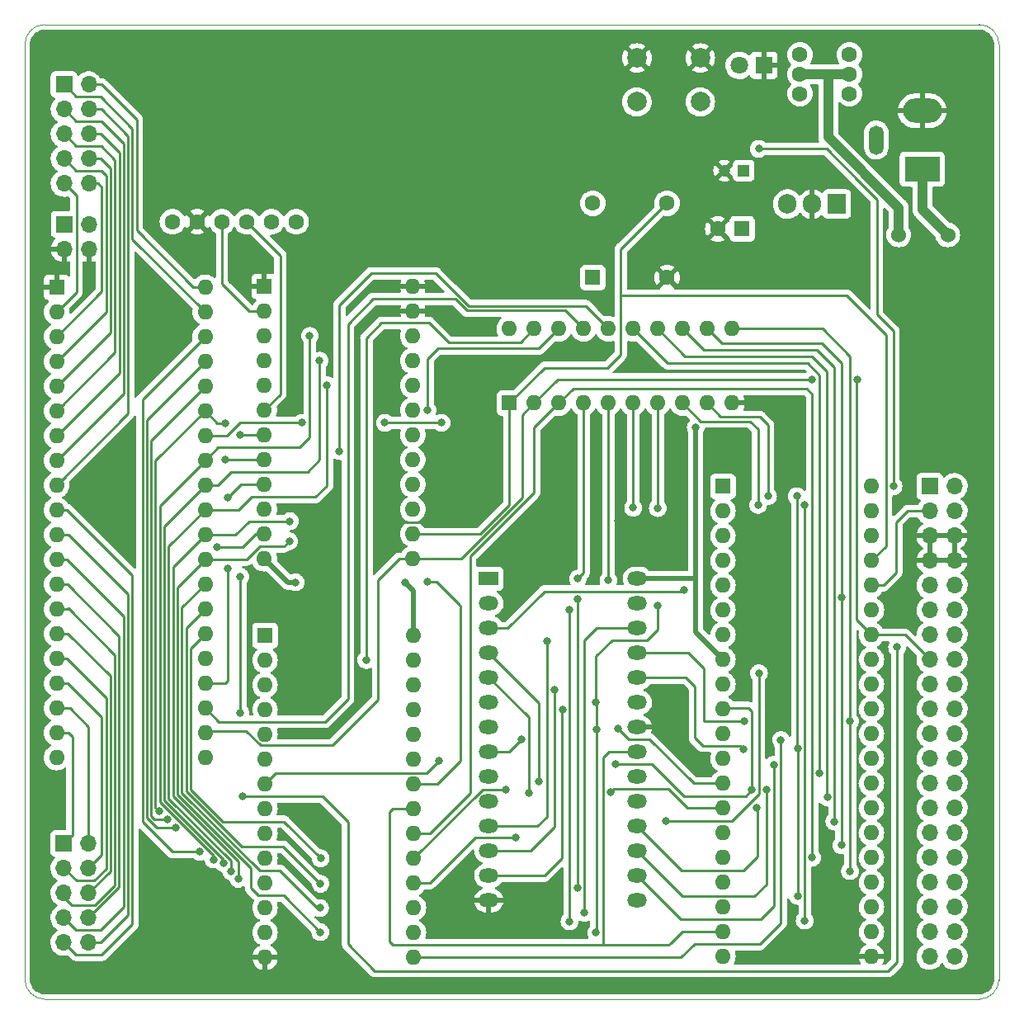
<source format=gbl>
G04 #@! TF.GenerationSoftware,KiCad,Pcbnew,6.0.11+dfsg-1*
G04 #@! TF.CreationDate,2024-06-12T11:52:23+08:00*
G04 #@! TF.ProjectId,DIY65C02.V2.CPU.Board,44495936-3543-4303-922e-56322e435055,rev?*
G04 #@! TF.SameCoordinates,Original*
G04 #@! TF.FileFunction,Copper,L2,Bot*
G04 #@! TF.FilePolarity,Positive*
%FSLAX46Y46*%
G04 Gerber Fmt 4.6, Leading zero omitted, Abs format (unit mm)*
G04 Created by KiCad (PCBNEW 6.0.11+dfsg-1) date 2024-06-12 11:52:23*
%MOMM*%
%LPD*%
G01*
G04 APERTURE LIST*
G04 #@! TA.AperFunction,Profile*
%ADD10C,0.100000*%
G04 #@! TD*
G04 #@! TA.AperFunction,ComponentPad*
%ADD11C,1.524000*%
G04 #@! TD*
G04 #@! TA.AperFunction,ComponentPad*
%ADD12R,1.800000X1.800000*%
G04 #@! TD*
G04 #@! TA.AperFunction,ComponentPad*
%ADD13C,1.800000*%
G04 #@! TD*
G04 #@! TA.AperFunction,ComponentPad*
%ADD14R,1.600000X1.600000*%
G04 #@! TD*
G04 #@! TA.AperFunction,ComponentPad*
%ADD15O,1.600000X1.600000*%
G04 #@! TD*
G04 #@! TA.AperFunction,ComponentPad*
%ADD16C,1.600000*%
G04 #@! TD*
G04 #@! TA.AperFunction,ComponentPad*
%ADD17R,1.700000X1.700000*%
G04 #@! TD*
G04 #@! TA.AperFunction,ComponentPad*
%ADD18O,1.700000X1.700000*%
G04 #@! TD*
G04 #@! TA.AperFunction,ComponentPad*
%ADD19R,1.905000X2.000000*%
G04 #@! TD*
G04 #@! TA.AperFunction,ComponentPad*
%ADD20O,1.905000X2.000000*%
G04 #@! TD*
G04 #@! TA.AperFunction,ComponentPad*
%ADD21C,2.000000*%
G04 #@! TD*
G04 #@! TA.AperFunction,ComponentPad*
%ADD22R,1.200000X1.200000*%
G04 #@! TD*
G04 #@! TA.AperFunction,ComponentPad*
%ADD23C,1.200000*%
G04 #@! TD*
G04 #@! TA.AperFunction,ComponentPad*
%ADD24R,2.000000X1.440000*%
G04 #@! TD*
G04 #@! TA.AperFunction,ComponentPad*
%ADD25O,2.000000X1.440000*%
G04 #@! TD*
G04 #@! TA.AperFunction,ComponentPad*
%ADD26R,3.600000X2.600000*%
G04 #@! TD*
G04 #@! TA.AperFunction,ComponentPad*
%ADD27O,4.000000X2.500000*%
G04 #@! TD*
G04 #@! TA.AperFunction,ComponentPad*
%ADD28O,1.500000X3.000000*%
G04 #@! TD*
G04 #@! TA.AperFunction,ViaPad*
%ADD29C,0.800000*%
G04 #@! TD*
G04 #@! TA.AperFunction,Conductor*
%ADD30C,0.250000*%
G04 #@! TD*
G04 #@! TA.AperFunction,Conductor*
%ADD31C,0.500000*%
G04 #@! TD*
G04 #@! TA.AperFunction,Conductor*
%ADD32C,1.000000*%
G04 #@! TD*
G04 APERTURE END LIST*
D10*
X59944000Y-49784000D02*
G75*
G03*
X57912000Y-51816000I0J-2032000D01*
G01*
X59940000Y-149782000D02*
X155825000Y-149782000D01*
X57908000Y-147750000D02*
G75*
G03*
X59940000Y-149782000I2032000J0D01*
G01*
X157861000Y-147828000D02*
X157861000Y-51816000D01*
X57912000Y-51816000D02*
X57912000Y-147828000D01*
X157861000Y-51816000D02*
G75*
G03*
X155829000Y-49784000I-2032000J0D01*
G01*
X155829000Y-49784000D02*
X59944000Y-49784000D01*
X155829000Y-149782000D02*
G75*
G03*
X157861000Y-147750000I0J2032000D01*
G01*
D11*
X152603200Y-71358000D03*
X147574000Y-71358000D03*
D12*
X133731000Y-53975000D03*
D13*
X131191000Y-53975000D03*
D14*
X129535000Y-97160000D03*
D15*
X129535000Y-99700000D03*
X129535000Y-102240000D03*
X129535000Y-104780000D03*
X129535000Y-107320000D03*
X129535000Y-109860000D03*
X129535000Y-112400000D03*
X129535000Y-114940000D03*
X129535000Y-117480000D03*
X129535000Y-120020000D03*
X129535000Y-122560000D03*
X129535000Y-125100000D03*
X129535000Y-127640000D03*
X129535000Y-130180000D03*
X129535000Y-132720000D03*
X129535000Y-135260000D03*
X129535000Y-137800000D03*
X129535000Y-140340000D03*
X129535000Y-142880000D03*
X129535000Y-145420000D03*
X144775000Y-145420000D03*
X144775000Y-142880000D03*
X144775000Y-140340000D03*
X144775000Y-137800000D03*
X144775000Y-135260000D03*
X144775000Y-132720000D03*
X144775000Y-130180000D03*
X144775000Y-127640000D03*
X144775000Y-125100000D03*
X144775000Y-122560000D03*
X144775000Y-120020000D03*
X144775000Y-117480000D03*
X144775000Y-114940000D03*
X144775000Y-112400000D03*
X144775000Y-109860000D03*
X144775000Y-107320000D03*
X144775000Y-104780000D03*
X144775000Y-102240000D03*
X144775000Y-99700000D03*
X144775000Y-97160000D03*
D14*
X61163200Y-76733400D03*
D15*
X61163200Y-79273400D03*
X61163200Y-81813400D03*
X61163200Y-84353400D03*
X61163200Y-86893400D03*
X61163200Y-89433400D03*
X61163200Y-91973400D03*
X61163200Y-94513400D03*
X61163200Y-97053400D03*
X61163200Y-99593400D03*
X61163200Y-102133400D03*
X61163200Y-104673400D03*
X61163200Y-107213400D03*
X61163200Y-109753400D03*
X61163200Y-112293400D03*
X61163200Y-114833400D03*
X61163200Y-117373400D03*
X61163200Y-119913400D03*
X61163200Y-122453400D03*
X61163200Y-124993400D03*
X76403200Y-124993400D03*
X76403200Y-122453400D03*
X76403200Y-119913400D03*
X76403200Y-117373400D03*
X76403200Y-114833400D03*
X76403200Y-112293400D03*
X76403200Y-109753400D03*
X76403200Y-107213400D03*
X76403200Y-104673400D03*
X76403200Y-102133400D03*
X76403200Y-99593400D03*
X76403200Y-97053400D03*
X76403200Y-94513400D03*
X76403200Y-91973400D03*
X76403200Y-89433400D03*
X76403200Y-86893400D03*
X76403200Y-84353400D03*
X76403200Y-81813400D03*
X76403200Y-79273400D03*
X76403200Y-76733400D03*
D16*
X137440000Y-52880000D03*
X137440000Y-54880000D03*
X137440000Y-56880000D03*
X142520000Y-52880000D03*
X142520000Y-54880000D03*
X142520000Y-56880000D03*
D17*
X61930600Y-70261800D03*
D18*
X64470600Y-70261800D03*
X61930600Y-72801800D03*
X64470600Y-72801800D03*
D14*
X131507113Y-70739000D03*
D16*
X129007113Y-70739000D03*
D19*
X141224000Y-68199000D03*
D20*
X138684000Y-68199000D03*
X136144000Y-68199000D03*
D14*
X107619800Y-88620600D03*
D15*
X110159800Y-88620600D03*
X112699800Y-88620600D03*
X115239800Y-88620600D03*
X117779800Y-88620600D03*
X120319800Y-88620600D03*
X122859800Y-88620600D03*
X125399800Y-88620600D03*
X127939800Y-88620600D03*
X130479800Y-88620600D03*
X130479800Y-81000600D03*
X127939800Y-81000600D03*
X125399800Y-81000600D03*
X122859800Y-81000600D03*
X120319800Y-81000600D03*
X117779800Y-81000600D03*
X115239800Y-81000600D03*
X112699800Y-81000600D03*
X110159800Y-81000600D03*
X107619800Y-81000600D03*
D17*
X61920200Y-55935800D03*
D18*
X64460200Y-55935800D03*
X61920200Y-58475800D03*
X64460200Y-58475800D03*
X61920200Y-61015800D03*
X64460200Y-61015800D03*
X61920200Y-63555800D03*
X64460200Y-63555800D03*
X61920200Y-66095800D03*
X64460200Y-66095800D03*
D21*
X127210000Y-53220000D03*
X120710000Y-53220000D03*
X127210000Y-57720000D03*
X120710000Y-57720000D03*
D22*
X131655600Y-64770000D03*
D23*
X129655600Y-64770000D03*
D24*
X105511600Y-106629200D03*
D25*
X105511600Y-109169200D03*
X105511600Y-111709200D03*
X105511600Y-114249200D03*
X105511600Y-116789200D03*
X105511600Y-119329200D03*
X105511600Y-121869200D03*
X105511600Y-124409200D03*
X105511600Y-126949200D03*
X105511600Y-129489200D03*
X105511600Y-132029200D03*
X105511600Y-134569200D03*
X105511600Y-137109200D03*
X105511600Y-139649200D03*
X120751600Y-139649200D03*
X120751600Y-137109200D03*
X120751600Y-134569200D03*
X120751600Y-132029200D03*
X120751600Y-129489200D03*
X120751600Y-126949200D03*
X120751600Y-124409200D03*
X120751600Y-121869200D03*
X120751600Y-119329200D03*
X120751600Y-116789200D03*
X120751600Y-114249200D03*
X120751600Y-111709200D03*
X120751600Y-109169200D03*
X120751600Y-106629200D03*
D17*
X150744000Y-97160000D03*
D18*
X153284000Y-97160000D03*
X150744000Y-99700000D03*
X153284000Y-99700000D03*
X150744000Y-102240000D03*
X153284000Y-102240000D03*
X150744000Y-104780000D03*
X153284000Y-104780000D03*
X150744000Y-107320000D03*
X153284000Y-107320000D03*
X150744000Y-109860000D03*
X153284000Y-109860000D03*
X150744000Y-112400000D03*
X153284000Y-112400000D03*
X150744000Y-114940000D03*
X153284000Y-114940000D03*
X150744000Y-117480000D03*
X153284000Y-117480000D03*
X150744000Y-120020000D03*
X153284000Y-120020000D03*
X150744000Y-122560000D03*
X153284000Y-122560000D03*
X150744000Y-125100000D03*
X153284000Y-125100000D03*
X150744000Y-127640000D03*
X153284000Y-127640000D03*
X150744000Y-130180000D03*
X153284000Y-130180000D03*
X150744000Y-132720000D03*
X153284000Y-132720000D03*
X150744000Y-135260000D03*
X153284000Y-135260000D03*
X150744000Y-137800000D03*
X153284000Y-137800000D03*
X150744000Y-140340000D03*
X153284000Y-140340000D03*
X150744000Y-142880000D03*
X153284000Y-142880000D03*
X150744000Y-145420000D03*
X153284000Y-145420000D03*
D14*
X82550000Y-112471200D03*
D15*
X82550000Y-115011200D03*
X82550000Y-117551200D03*
X82550000Y-120091200D03*
X82550000Y-122631200D03*
X82550000Y-125171200D03*
X82550000Y-127711200D03*
X82550000Y-130251200D03*
X82550000Y-132791200D03*
X82550000Y-135331200D03*
X82550000Y-137871200D03*
X82550000Y-140411200D03*
X82550000Y-142951200D03*
X82550000Y-145491200D03*
X97790000Y-145491200D03*
X97790000Y-142951200D03*
X97790000Y-140411200D03*
X97790000Y-137871200D03*
X97790000Y-135331200D03*
X97790000Y-132791200D03*
X97790000Y-130251200D03*
X97790000Y-127711200D03*
X97790000Y-125171200D03*
X97790000Y-122631200D03*
X97790000Y-120091200D03*
X97790000Y-117551200D03*
X97790000Y-115011200D03*
X97790000Y-112471200D03*
D14*
X82468800Y-76652200D03*
D15*
X82468800Y-79192200D03*
X82468800Y-81732200D03*
X82468800Y-84272200D03*
X82468800Y-86812200D03*
X82468800Y-89352200D03*
X82468800Y-91892200D03*
X82468800Y-94432200D03*
X82468800Y-96972200D03*
X82468800Y-99512200D03*
X82468800Y-102052200D03*
X82468800Y-104592200D03*
X97708800Y-104592200D03*
X97708800Y-102052200D03*
X97708800Y-99512200D03*
X97708800Y-96972200D03*
X97708800Y-94432200D03*
X97708800Y-91892200D03*
X97708800Y-89352200D03*
X97708800Y-86812200D03*
X97708800Y-84272200D03*
X97708800Y-81732200D03*
X97708800Y-79192200D03*
X97708800Y-76652200D03*
D26*
X149987000Y-64627000D03*
D27*
X149987000Y-58627000D03*
D28*
X145287000Y-61627000D03*
D14*
X116179600Y-75742800D03*
D16*
X123799600Y-75742800D03*
X123799600Y-68122800D03*
X116179600Y-68122800D03*
D17*
X61899800Y-133807200D03*
D18*
X64439800Y-133807200D03*
X61899800Y-136347200D03*
X64439800Y-136347200D03*
X61899800Y-138887200D03*
X64439800Y-138887200D03*
X61899800Y-141427200D03*
X64439800Y-141427200D03*
X61899800Y-143967200D03*
X64439800Y-143967200D03*
D16*
X73050000Y-70020000D03*
X75590000Y-70020000D03*
X78130000Y-70020000D03*
X80670000Y-70020000D03*
X83210000Y-70020000D03*
X85750000Y-70020000D03*
D29*
X123690400Y-131470400D03*
X133232000Y-116332000D03*
X75862011Y-134678589D03*
X77650000Y-103425000D03*
X132465000Y-128330500D03*
X73396711Y-132213289D03*
X118516400Y-125653800D03*
X108851700Y-123151900D03*
X72534604Y-131351183D03*
X78486000Y-94440000D03*
X78486000Y-90678000D03*
X71709111Y-130525689D03*
X100377200Y-125327200D03*
X78740000Y-98298000D03*
X78720000Y-105580000D03*
X118770400Y-122021600D03*
X109626400Y-128600200D03*
X140240500Y-129055000D03*
X117970900Y-128574800D03*
X110642400Y-127457200D03*
X140965500Y-131572000D03*
X125560000Y-107840000D03*
X141689500Y-108575000D03*
X141690000Y-133985000D03*
X131699000Y-121285000D03*
X142568000Y-136652000D03*
X142580000Y-121270000D03*
X134162800Y-98171000D03*
X137197500Y-139192000D03*
X131673600Y-124155200D03*
X137114000Y-98171000D03*
X137197500Y-124079000D03*
X137922000Y-141732000D03*
X133150000Y-99075000D03*
X137884500Y-99060000D03*
X122860000Y-109380000D03*
X116509800Y-119303800D03*
X122850000Y-99400000D03*
X116535200Y-122148600D03*
X116521900Y-142976600D03*
X113792000Y-141808200D03*
X113792000Y-109829600D03*
X120319800Y-99360200D03*
X115316000Y-140919200D03*
X117779800Y-106807000D03*
X114655600Y-106629200D03*
X114591500Y-138328400D03*
X114655600Y-108712000D03*
X138684000Y-135260000D03*
X77280470Y-135460652D03*
X87142400Y-81732200D03*
X111506000Y-113030000D03*
X88163400Y-84277200D03*
X112268000Y-118059200D03*
X78289107Y-135832893D03*
X113067500Y-120040400D03*
X79082300Y-136681200D03*
X88900000Y-86791800D03*
X79798753Y-137441347D03*
X85115400Y-100736400D03*
X135485000Y-123190000D03*
X134740000Y-125735000D03*
X85039200Y-102793800D03*
X88214200Y-142900400D03*
X133975000Y-128330000D03*
X88188800Y-140436600D03*
X108254800Y-133197600D03*
X133037299Y-130187299D03*
X88239600Y-137947400D03*
X88265000Y-135331200D03*
X107289600Y-128270000D03*
X143304500Y-86200000D03*
X138651000Y-86200000D03*
X133224600Y-62525000D03*
X94847400Y-90652600D03*
X100660200Y-90652600D03*
X147040000Y-97160000D03*
X86334600Y-90652600D03*
X85672500Y-107010200D03*
X96901000Y-107010200D03*
X126750000Y-91100000D03*
X105075000Y-91025000D03*
X125050000Y-93800000D03*
X119075000Y-93800000D03*
X94615000Y-104140000D03*
X71460000Y-83170000D03*
X59436000Y-58547000D03*
X108660000Y-101520000D03*
X89100000Y-104250000D03*
X113175000Y-104450000D03*
X120015000Y-68199000D03*
X133175000Y-110875000D03*
X156083000Y-132715000D03*
X111470000Y-100300000D03*
X67140000Y-100770000D03*
X121575000Y-93800000D03*
X156083000Y-109855000D03*
X156083000Y-125349000D03*
X123950000Y-122225000D03*
X110950000Y-141850000D03*
X148717000Y-106045000D03*
X120900000Y-103750000D03*
X118775000Y-100725000D03*
X88773000Y-52324000D03*
X123825000Y-117983000D03*
X133858000Y-145669000D03*
X99999800Y-141655800D03*
X156083000Y-117602000D03*
X86868000Y-76708000D03*
X133175000Y-106650000D03*
X67330000Y-94910000D03*
X116600000Y-100775000D03*
X123825000Y-119888000D03*
X74295000Y-137541000D03*
X156083000Y-102362000D03*
X108300000Y-104810000D03*
X116205000Y-71755000D03*
X85775800Y-112318800D03*
X133170000Y-102270000D03*
X140843000Y-145669000D03*
X74295000Y-145161000D03*
X71400000Y-77560000D03*
X85275000Y-88875000D03*
X156083000Y-140208000D03*
X88773000Y-57375000D03*
X102032800Y-100838000D03*
X88773000Y-62738000D03*
X88773000Y-60198000D03*
X120650000Y-83439000D03*
X59436000Y-71374000D03*
X59182000Y-141224000D03*
X88773000Y-112268000D03*
X59309000Y-136398000D03*
X84201000Y-109194600D03*
X131699000Y-113665000D03*
X59436000Y-63373000D03*
X124025000Y-103675000D03*
X100533200Y-95351600D03*
X88773000Y-54850000D03*
X139450000Y-126575000D03*
X80234301Y-128976901D03*
X147400000Y-113675000D03*
X99240000Y-89360000D03*
X99240000Y-106980000D03*
X90185150Y-93545150D03*
X79998700Y-91892200D03*
X80010000Y-120396000D03*
X80010000Y-106430000D03*
X92950000Y-114980000D03*
D30*
X73048884Y-134678589D02*
X69962200Y-131591905D01*
X80217000Y-103425000D02*
X81589800Y-102052200D01*
X133232000Y-116332000D02*
X133225000Y-116339000D01*
X75862011Y-134678589D02*
X73048884Y-134678589D01*
X130479600Y-131470400D02*
X123690400Y-131470400D01*
X81589800Y-102052200D02*
X82468800Y-102052200D01*
X69962200Y-88254400D02*
X76403200Y-81813400D01*
X133225000Y-128725000D02*
X130479600Y-131470400D01*
X69962200Y-131591905D02*
X69962200Y-88254400D01*
X133225000Y-116339000D02*
X133225000Y-128725000D01*
X77650000Y-103425000D02*
X80217000Y-103425000D01*
X132465000Y-128330500D02*
X131865100Y-128930400D01*
X125526800Y-128930400D02*
X122250200Y-125653800D01*
X70412200Y-131169000D02*
X70412200Y-90344400D01*
X132113000Y-119888000D02*
X129667000Y-119888000D01*
X132500000Y-128295500D02*
X132500000Y-120275000D01*
X70412200Y-90344400D02*
X76403200Y-84353400D01*
X132465000Y-128330500D02*
X132500000Y-128295500D01*
X71456489Y-132213289D02*
X70412200Y-131169000D01*
X122250200Y-125653800D02*
X118516400Y-125653800D01*
X73396711Y-132213289D02*
X71456489Y-132213289D01*
X132500000Y-120275000D02*
X132113000Y-119888000D01*
X129667000Y-119888000D02*
X129535000Y-120020000D01*
X131865100Y-128930400D02*
X125526800Y-128930400D01*
X70862200Y-130982604D02*
X70862200Y-92434400D01*
X107594400Y-124409200D02*
X105511600Y-124409200D01*
X108851700Y-123151900D02*
X107594400Y-124409200D01*
X72534604Y-131351183D02*
X71230779Y-131351183D01*
X70862200Y-92434400D02*
X76403200Y-86893400D01*
X71230779Y-131351183D02*
X70862200Y-130982604D01*
X78493800Y-94432200D02*
X82468800Y-94432200D01*
X76403200Y-89433400D02*
X77647800Y-90678000D01*
X100377200Y-125327200D02*
X99118200Y-126586200D01*
X83675000Y-126586200D02*
X82550000Y-127711200D01*
X99118200Y-126586200D02*
X83675000Y-126586200D01*
X71709111Y-130525689D02*
X71312200Y-130128778D01*
X78486000Y-94440000D02*
X78493800Y-94432200D01*
X71312200Y-94524400D02*
X76403200Y-89433400D01*
X77647800Y-90678000D02*
X78486000Y-90678000D01*
X71312200Y-130128778D02*
X71312200Y-94524400D01*
X119837200Y-123088400D02*
X121970800Y-123088400D01*
X78720000Y-105580000D02*
X78730000Y-105590000D01*
X82468800Y-96972200D02*
X80065800Y-96972200D01*
X78730000Y-117080000D02*
X78436600Y-117373400D01*
X126522400Y-127640000D02*
X129535000Y-127640000D01*
X121970800Y-123088400D02*
X126522400Y-127640000D01*
X118770400Y-122021600D02*
X119837200Y-123088400D01*
X80065800Y-96972200D02*
X78740000Y-98298000D01*
X78730000Y-105590000D02*
X78730000Y-117080000D01*
X78436600Y-117373400D02*
X76403200Y-117373400D01*
X140225000Y-85375000D02*
X138650000Y-83800000D01*
X138650000Y-83800000D02*
X125659200Y-83800000D01*
X123901200Y-128219200D02*
X125862000Y-130180000D01*
X125659200Y-83800000D02*
X122859800Y-81000600D01*
X140225000Y-129039500D02*
X140225000Y-85375000D01*
X117970900Y-128574800D02*
X118326500Y-128219200D01*
X109601000Y-128574800D02*
X109601000Y-120878600D01*
X125862000Y-130180000D02*
X129535000Y-130180000D01*
X109626400Y-128600200D02*
X109601000Y-128574800D01*
X140240500Y-129055000D02*
X140225000Y-129039500D01*
X109601000Y-120878600D02*
X105511600Y-116789200D01*
X118326500Y-128219200D02*
X123901200Y-128219200D01*
X127549200Y-83150000D02*
X125399800Y-81000600D01*
X110642400Y-127457200D02*
X110642400Y-119380000D01*
X140965000Y-131571500D02*
X140965000Y-84915000D01*
X140965000Y-84915000D02*
X139200000Y-83150000D01*
X139200000Y-83150000D02*
X127549200Y-83150000D01*
X140965500Y-131572000D02*
X140965000Y-131571500D01*
X110642400Y-119380000D02*
X105511600Y-114249200D01*
X141689500Y-108575000D02*
X141690000Y-108574500D01*
X129414200Y-82475000D02*
X127939800Y-81000600D01*
X141690000Y-108574500D02*
X141690000Y-84515000D01*
X141690000Y-108575500D02*
X141689500Y-108575000D01*
X107442000Y-111709200D02*
X105511600Y-111709200D01*
X141690000Y-84515000D02*
X139650000Y-82475000D01*
X125450000Y-107950000D02*
X111201200Y-107950000D01*
X125560000Y-107840000D02*
X125450000Y-107950000D01*
X111201200Y-107950000D02*
X107442000Y-111709200D01*
X139650000Y-82475000D02*
X129414200Y-82475000D01*
X141690000Y-133985000D02*
X141690000Y-108575500D01*
X142580000Y-136640000D02*
X142580000Y-121270000D01*
X127584200Y-115849400D02*
X127584200Y-121285000D01*
X139750600Y-81000600D02*
X130479800Y-81000600D01*
X142580000Y-83830000D02*
X139750600Y-81000600D01*
X120751600Y-114249200D02*
X125984000Y-114249200D01*
X127584200Y-121285000D02*
X131699000Y-121285000D01*
X142568000Y-136652000D02*
X142580000Y-136640000D01*
X142580000Y-121270000D02*
X142580000Y-83830000D01*
X125984000Y-114249200D02*
X127584200Y-115849400D01*
X129307000Y-89987800D02*
X129307000Y-90043000D01*
X137160000Y-124041500D02*
X137197500Y-124079000D01*
X127457200Y-123799600D02*
X126644400Y-122986800D01*
X125730000Y-116789200D02*
X120751600Y-116789200D01*
X131318000Y-123799600D02*
X127457200Y-123799600D01*
X137160000Y-98217000D02*
X137160000Y-124041500D01*
X127939800Y-88620600D02*
X129307000Y-89987800D01*
X126644400Y-122986800D02*
X126644400Y-117703600D01*
X134162800Y-90881200D02*
X133324600Y-90043000D01*
X133324600Y-90043000D02*
X129307000Y-90043000D01*
X126644400Y-117703600D02*
X125730000Y-116789200D01*
X131673600Y-124155200D02*
X131318000Y-123799600D01*
X137197500Y-139192000D02*
X137197500Y-124079000D01*
X137114000Y-98171000D02*
X137160000Y-98217000D01*
X134162800Y-98171000D02*
X134162800Y-90881200D01*
X95300800Y-130581400D02*
X95631000Y-130251200D01*
X117271800Y-144246600D02*
X123977400Y-144246600D01*
X117271800Y-128905000D02*
X117271800Y-144246600D01*
X117246400Y-128879600D02*
X117271800Y-128905000D01*
X137884500Y-99060000D02*
X137922000Y-99097500D01*
X133128700Y-91294900D02*
X132326800Y-90493000D01*
X132326800Y-90493000D02*
X127272200Y-90493000D01*
X127272200Y-90493000D02*
X125399800Y-88620600D01*
X95656400Y-144246600D02*
X95300800Y-143891000D01*
X117246400Y-124968000D02*
X117246400Y-128879600D01*
X133128700Y-99053700D02*
X133128700Y-91294900D01*
X117805200Y-124409200D02*
X117246400Y-124968000D01*
X123977400Y-144246600D02*
X124206000Y-144018000D01*
X95631000Y-130251200D02*
X97790000Y-130251200D01*
X125344000Y-142880000D02*
X124206000Y-144018000D01*
X117271800Y-144246600D02*
X95656400Y-144246600D01*
X133150000Y-99075000D02*
X133128700Y-99053700D01*
X129535000Y-142880000D02*
X125344000Y-142880000D01*
X120751600Y-124409200D02*
X117805200Y-124409200D01*
X137922000Y-99097500D02*
X137922000Y-141732000D01*
X95300800Y-143891000D02*
X95300800Y-130581400D01*
X116509800Y-114604800D02*
X116509800Y-119303800D01*
X122860000Y-109380000D02*
X122860000Y-111836000D01*
X116535200Y-142963300D02*
X116535200Y-122148600D01*
X122850000Y-99400000D02*
X122859800Y-99390200D01*
X116535200Y-122148600D02*
X116535200Y-119329200D01*
X121721000Y-112975000D02*
X118139600Y-112975000D01*
X122740400Y-109380000D02*
X122860000Y-109380000D01*
X122859800Y-99390200D02*
X122859800Y-88620600D01*
X118139600Y-112975000D02*
X116509800Y-114604800D01*
X116535200Y-119329200D02*
X116509800Y-119303800D01*
X116521900Y-142976600D02*
X116535200Y-142963300D01*
X122860000Y-111836000D02*
X121721000Y-112975000D01*
X120319800Y-99360200D02*
X120319800Y-88620600D01*
X113792000Y-109829600D02*
X113792000Y-141808200D01*
X115316000Y-140919200D02*
X115316000Y-112979200D01*
X117779800Y-90810200D02*
X117779800Y-88620600D01*
X117780000Y-106806800D02*
X117780000Y-90810400D01*
X116586000Y-111709200D02*
X120751600Y-111709200D01*
X117780000Y-90810400D02*
X117779800Y-90810200D01*
X117779800Y-106807000D02*
X117780000Y-106806800D01*
X115316000Y-112979200D02*
X116586000Y-111709200D01*
X114655600Y-108712000D02*
X114655600Y-138264300D01*
X114655600Y-106629200D02*
X115239800Y-106045000D01*
X115239800Y-106045000D02*
X115239800Y-88620600D01*
X114655600Y-138264300D02*
X114591500Y-138328400D01*
X99468800Y-132791200D02*
X103590000Y-128670000D01*
X138684000Y-87704000D02*
X138140000Y-87160000D01*
X97790000Y-132791200D02*
X99468800Y-132791200D01*
X114160400Y-87160000D02*
X112699800Y-88620600D01*
X103590000Y-128670000D02*
X103590000Y-104360000D01*
X110170000Y-91150400D02*
X112699800Y-88620600D01*
X138684000Y-135260000D02*
X138684000Y-87704000D01*
X103590000Y-104360000D02*
X110170000Y-97780000D01*
X138140000Y-87160000D02*
X114160400Y-87160000D01*
X110170000Y-97780000D02*
X110170000Y-91150400D01*
X87142400Y-81732200D02*
X87142400Y-92105400D01*
X111455200Y-113080800D02*
X111455200Y-131064000D01*
X87142400Y-92105400D02*
X86080600Y-93167200D01*
X77749400Y-93167200D02*
X76403200Y-94513400D01*
X111455200Y-131064000D02*
X110490000Y-132029200D01*
X110490000Y-132029200D02*
X105511600Y-132029200D01*
X86080600Y-93167200D02*
X77749400Y-93167200D01*
X77280470Y-135460652D02*
X77280470Y-135072450D01*
X71762200Y-99154400D02*
X76403200Y-94513400D01*
X111506000Y-113030000D02*
X111455200Y-113080800D01*
X77280470Y-135072450D02*
X71762200Y-129554180D01*
X71762200Y-129554180D02*
X71762200Y-99154400D01*
X112268000Y-118059200D02*
X112268000Y-132065600D01*
X88163400Y-84277200D02*
X88163400Y-94437200D01*
X78289107Y-135832893D02*
X78289107Y-135444691D01*
X78289107Y-135444691D02*
X72212200Y-129367784D01*
X79070200Y-95681800D02*
X77698600Y-97053400D01*
X88163400Y-94437200D02*
X86918800Y-95681800D01*
X112268000Y-132065600D02*
X109764400Y-134569200D01*
X72212200Y-129367784D02*
X72212200Y-101244400D01*
X86918800Y-95681800D02*
X79070200Y-95681800D01*
X109764400Y-134569200D02*
X105511600Y-134569200D01*
X72212200Y-101244400D02*
X76403200Y-97053400D01*
X77698600Y-97053400D02*
X76403200Y-97053400D01*
X79857600Y-99593400D02*
X76403200Y-99593400D01*
X72662200Y-129181388D02*
X72662200Y-103334400D01*
X113055400Y-135280400D02*
X111226600Y-137109200D01*
X81178400Y-98272600D02*
X79857600Y-99593400D01*
X87731600Y-98272600D02*
X81178400Y-98272600D01*
X72662200Y-103334400D02*
X76403200Y-99593400D01*
X79082300Y-136681200D02*
X79082300Y-135601488D01*
X113055400Y-120052500D02*
X113055400Y-135280400D01*
X113067500Y-120040400D02*
X113055400Y-120052500D01*
X88900000Y-86791800D02*
X88900000Y-97104200D01*
X79082300Y-135601488D02*
X72662200Y-129181388D01*
X88900000Y-97104200D02*
X87731600Y-98272600D01*
X111226600Y-137109200D02*
X105511600Y-137109200D01*
X135485000Y-123190000D02*
X135475000Y-123200000D01*
X97815400Y-145516600D02*
X97790000Y-145491200D01*
X135475000Y-141977196D02*
X133307196Y-144145000D01*
X133307196Y-144145000D02*
X126619000Y-144145000D01*
X85115400Y-100736400D02*
X80924400Y-100736400D01*
X135475000Y-123200000D02*
X135475000Y-141977196D01*
X73112200Y-105424400D02*
X76403200Y-102133400D01*
X79806800Y-135689592D02*
X73112200Y-128994992D01*
X80924400Y-100736400D02*
X79527400Y-102133400D01*
X73112200Y-128994992D02*
X73112200Y-105424400D01*
X125247400Y-145516600D02*
X97815400Y-145516600D01*
X79527400Y-102133400D02*
X76403200Y-102133400D01*
X79806800Y-137433300D02*
X79806800Y-135689592D01*
X79798753Y-137441347D02*
X79806800Y-137433300D01*
X126619000Y-144145000D02*
X125247400Y-145516600D01*
X134750000Y-140260000D02*
X133405000Y-141605000D01*
X134740000Y-125735000D02*
X134750000Y-125745000D01*
X133405000Y-141605000D02*
X125247400Y-141605000D01*
X125247400Y-141605000D02*
X120751600Y-137109200D01*
X81102200Y-136348596D02*
X73562200Y-128808596D01*
X84505800Y-103327200D02*
X82016600Y-103327200D01*
X73562200Y-107514400D02*
X76403200Y-104673400D01*
X134750000Y-125745000D02*
X134750000Y-140260000D01*
X81102200Y-138379200D02*
X81102200Y-136348596D01*
X81889600Y-139166600D02*
X81102200Y-138379200D01*
X80670400Y-104673400D02*
X76403200Y-104673400D01*
X84480400Y-139166600D02*
X81889600Y-139166600D01*
X85039200Y-102793800D02*
X84505800Y-103327200D01*
X73562200Y-128808596D02*
X73562200Y-107514400D01*
X82016600Y-103327200D02*
X80670400Y-104673400D01*
X88214200Y-142900400D02*
X84480400Y-139166600D01*
X133975000Y-128330000D02*
X133975000Y-138005000D01*
X125397400Y-139215000D02*
X120751600Y-134569200D01*
X87884000Y-140436600D02*
X84048600Y-136601200D01*
X81991200Y-136601200D02*
X74012200Y-128622200D01*
X84048600Y-136601200D02*
X81991200Y-136601200D01*
X88188800Y-140436600D02*
X87884000Y-140436600D01*
X132765000Y-139215000D02*
X125397400Y-139215000D01*
X74012200Y-128622200D02*
X74012200Y-109604400D01*
X74012200Y-109604400D02*
X76403200Y-107213400D01*
X133975000Y-138005000D02*
X132765000Y-139215000D01*
X74462200Y-111694400D02*
X76403200Y-109753400D01*
X88239600Y-137947400D02*
X84429600Y-134137400D01*
X74462200Y-128435804D02*
X74462200Y-111694400D01*
X131624600Y-136550400D02*
X125272800Y-136550400D01*
X108254800Y-133197600D02*
X104140000Y-133197600D01*
X104140000Y-133197600D02*
X99466400Y-137871200D01*
X125272800Y-136550400D02*
X120751600Y-132029200D01*
X133050000Y-130200000D02*
X133050000Y-135125000D01*
X133037299Y-130187299D02*
X133050000Y-130200000D01*
X133050000Y-135125000D02*
X131624600Y-136550400D01*
X84429600Y-134137400D02*
X80163796Y-134137400D01*
X80163796Y-134137400D02*
X74462200Y-128435804D01*
X99466400Y-137871200D02*
X97790000Y-137871200D01*
X74912200Y-113784400D02*
X74912200Y-128249408D01*
X74912200Y-128249408D02*
X78234792Y-131572000D01*
X78234792Y-131572000D02*
X84505800Y-131572000D01*
X107289600Y-128270000D02*
X104851200Y-128270000D01*
X76403200Y-112293400D02*
X74912200Y-113784400D01*
X84505800Y-131572000D02*
X88265000Y-135331200D01*
X104851200Y-128270000D02*
X97790000Y-135331200D01*
X76403200Y-122453400D02*
X76555600Y-122301000D01*
X112580400Y-86200000D02*
X110159800Y-88620600D01*
X96321800Y-104592200D02*
X97708800Y-104592200D01*
X76555600Y-122301000D02*
X80628809Y-122301000D01*
X143304500Y-86200000D02*
X143250000Y-86254500D01*
X94157800Y-119067200D02*
X94157800Y-106756200D01*
X102721404Y-104592200D02*
X108960000Y-98353604D01*
X138651000Y-86200000D02*
X112580400Y-86200000D01*
X97708800Y-104592200D02*
X102721404Y-104592200D01*
X80628809Y-122301000D02*
X82084009Y-123756200D01*
X143304500Y-86200000D02*
X143350000Y-86200000D01*
X143250000Y-86254500D02*
X143250000Y-110875000D01*
X143250000Y-110875000D02*
X144775000Y-112400000D01*
X108960000Y-98353604D02*
X108960000Y-89820400D01*
X144775000Y-112400000D02*
X148204000Y-112400000D01*
X108960000Y-89820400D02*
X110159800Y-88620600D01*
X94157800Y-106756200D02*
X96321800Y-104592200D01*
X148204000Y-112400000D02*
X150744000Y-114940000D01*
X82084009Y-123756200D02*
X89468800Y-123756200D01*
X89468800Y-123756200D02*
X94157800Y-119067200D01*
X145338800Y-67716400D02*
X145338800Y-79552800D01*
X145338800Y-79552800D02*
X147040000Y-81254000D01*
X147040000Y-81254000D02*
X147040000Y-97160000D01*
X78663800Y-91973400D02*
X79984600Y-90652600D01*
X94847400Y-90652600D02*
X100660200Y-90652600D01*
X133224600Y-62525000D02*
X140150000Y-62525000D01*
X76403200Y-91973400D02*
X78663800Y-91973400D01*
X79984600Y-90652600D02*
X86334600Y-90652600D01*
X143611600Y-65989200D02*
X145338800Y-67716400D01*
X143611600Y-65986600D02*
X143611600Y-65989200D01*
X140150000Y-62525000D02*
X143611600Y-65986600D01*
X144775000Y-107320000D02*
X146000000Y-107320000D01*
D31*
X82468800Y-104592200D02*
X84886800Y-107010200D01*
X96901000Y-107010200D02*
X97790000Y-107899200D01*
D30*
X150744000Y-99700000D02*
X148525000Y-99700000D01*
D31*
X84886800Y-107010200D02*
X85672500Y-107010200D01*
X97790000Y-107899200D02*
X97790000Y-112471200D01*
D30*
X148525000Y-99700000D02*
X148500000Y-99675000D01*
X147310000Y-100865000D02*
X147310000Y-106010000D01*
X146000000Y-107320000D02*
X147310000Y-106010000D01*
D31*
X126746000Y-106680000D02*
X126746000Y-112151000D01*
D30*
X126695200Y-106629200D02*
X126746000Y-106680000D01*
D31*
X126750000Y-91100000D02*
X126746000Y-91104000D01*
X120751600Y-106629200D02*
X126695200Y-106629200D01*
X126746000Y-91104000D02*
X126746000Y-106680000D01*
D30*
X148500000Y-99675000D02*
X147310000Y-100865000D01*
D31*
X126746000Y-112151000D02*
X129535000Y-114940000D01*
D30*
X94615000Y-102362000D02*
X94615000Y-104140000D01*
X102032800Y-100838000D02*
X96139000Y-100838000D01*
X96139000Y-100838000D02*
X94615000Y-102362000D01*
X123844200Y-84525000D02*
X138225000Y-84525000D01*
X138225000Y-84525000D02*
X139450000Y-85750000D01*
X139450000Y-85750000D02*
X139450000Y-126575000D01*
X120319800Y-81000600D02*
X123844200Y-84525000D01*
X93825000Y-146900000D02*
X146450000Y-146900000D01*
X146450000Y-146900000D02*
X147400000Y-145950000D01*
X88442800Y-129006600D02*
X91059000Y-131622800D01*
X80234301Y-128976901D02*
X80264000Y-129006600D01*
X147400000Y-145950000D02*
X147400000Y-113675000D01*
X80264000Y-129006600D02*
X88442800Y-129006600D01*
X91059000Y-131622800D02*
X91059000Y-144134000D01*
X129164000Y-104780000D02*
X129535000Y-104780000D01*
X91059000Y-144134000D02*
X93825000Y-146900000D01*
X62382400Y-122453400D02*
X62788800Y-122859800D01*
X62788800Y-132918200D02*
X61899800Y-133807200D01*
X61163200Y-122453400D02*
X62382400Y-122453400D01*
X62788800Y-122859800D02*
X62788800Y-132918200D01*
X64439800Y-121818400D02*
X64439800Y-133807200D01*
X61163200Y-119913400D02*
X62534800Y-119913400D01*
X62534800Y-119913400D02*
X64439800Y-121818400D01*
X65048702Y-137641902D02*
X63194502Y-137641902D01*
X61163200Y-114833400D02*
X62179200Y-114833400D01*
X66236000Y-118890200D02*
X66236000Y-136454604D01*
X61518800Y-114909600D02*
X61417200Y-115011200D01*
X63194502Y-137641902D02*
X61899800Y-136347200D01*
X62179200Y-114833400D02*
X66236000Y-118890200D01*
X66236000Y-136454604D02*
X65048702Y-137641902D01*
X65786000Y-135001000D02*
X64439800Y-136347200D01*
X61163200Y-117373400D02*
X62280800Y-117373400D01*
X65786000Y-120878600D02*
X65786000Y-135001000D01*
X62280800Y-117373400D02*
X65786000Y-120878600D01*
X61518800Y-117449600D02*
X61417200Y-117551200D01*
X97790000Y-127711200D02*
X100238800Y-127711200D01*
X102630000Y-109470000D02*
X102510000Y-109350000D01*
X102510000Y-109350000D02*
X100140000Y-106980000D01*
X100140000Y-106980000D02*
X99240000Y-106980000D01*
X99240000Y-89360000D02*
X99240000Y-84090000D01*
X102630000Y-125320000D02*
X102630000Y-109470000D01*
X99240000Y-84090000D02*
X100300000Y-83030000D01*
X112699800Y-81000600D02*
X110670400Y-83030000D01*
X110670400Y-83030000D02*
X100300000Y-83030000D01*
X100238800Y-127711200D02*
X102630000Y-125320000D01*
D32*
X147574000Y-68580000D02*
X147574000Y-71358000D01*
X140353200Y-54906800D02*
X140335000Y-54925000D01*
X140335000Y-54925000D02*
X140335000Y-61341000D01*
X140335000Y-61341000D02*
X147574000Y-68580000D01*
X137440000Y-54880000D02*
X142520000Y-54880000D01*
D30*
X61163200Y-79273400D02*
X63195200Y-77241400D01*
X63195200Y-67370800D02*
X61920200Y-66095800D01*
X63195200Y-77241400D02*
X63195200Y-67370800D01*
X65793200Y-66453600D02*
X65793200Y-77183400D01*
X65435400Y-66095800D02*
X65793200Y-66453600D01*
X65793200Y-77183400D02*
X61163200Y-81813400D01*
X64460200Y-66095800D02*
X65435400Y-66095800D01*
X63322200Y-64795400D02*
X65760600Y-64795400D01*
X65760600Y-64795400D02*
X66243200Y-65278000D01*
X63159800Y-64795400D02*
X63322200Y-64795400D01*
X66243200Y-79273400D02*
X61163200Y-84353400D01*
X61920200Y-63555800D02*
X63159800Y-64795400D01*
X66243200Y-65278000D02*
X66243200Y-79273400D01*
X64460200Y-63555800D02*
X65704800Y-63555800D01*
X66693200Y-81363400D02*
X61163200Y-86893400D01*
X65704800Y-63555800D02*
X66693200Y-64544200D01*
X66693200Y-64544200D02*
X66693200Y-81363400D01*
X65735200Y-62280800D02*
X67143200Y-63688800D01*
X63185200Y-62280800D02*
X65735200Y-62280800D01*
X61920200Y-61015800D02*
X63185200Y-62280800D01*
X67143200Y-83453400D02*
X61163200Y-89433400D01*
X67143200Y-63688800D02*
X67143200Y-83453400D01*
X67593200Y-85543400D02*
X61163200Y-91973400D01*
X65664000Y-61015800D02*
X67593200Y-62945000D01*
X64460200Y-61015800D02*
X65664000Y-61015800D01*
X67593200Y-62945000D02*
X67593200Y-85543400D01*
X61920200Y-58475800D02*
X63185200Y-59740800D01*
X68043200Y-62023400D02*
X68043200Y-87633400D01*
X68043200Y-87633400D02*
X61163200Y-94513400D01*
X65760600Y-59740800D02*
X68043200Y-62023400D01*
X63185200Y-59740800D02*
X65760600Y-59740800D01*
X65735200Y-58470800D02*
X68493200Y-61228800D01*
X68493200Y-61228800D02*
X68493200Y-89723400D01*
X65730200Y-58475800D02*
X65735200Y-58470800D01*
X64460200Y-58475800D02*
X65730200Y-58475800D01*
X68493200Y-89723400D02*
X61163200Y-97053400D01*
X68943200Y-60434200D02*
X68943200Y-71813400D01*
X63159800Y-57175400D02*
X65684400Y-57175400D01*
X65684400Y-57175400D02*
X68943200Y-60434200D01*
X68943200Y-71813400D02*
X76403200Y-79273400D01*
X61920200Y-55935800D02*
X63159800Y-57175400D01*
D32*
X152603200Y-71358000D02*
X149987000Y-68741800D01*
X149987000Y-68741800D02*
X149987000Y-64627000D01*
D30*
X75209400Y-76733400D02*
X76403200Y-76733400D01*
X65791000Y-55935800D02*
X69393200Y-59538000D01*
X69393200Y-59538000D02*
X69393200Y-70917200D01*
X64460200Y-55935800D02*
X65791000Y-55935800D01*
X69393200Y-70917200D02*
X75209400Y-76733400D01*
X107619800Y-88620600D02*
X107619800Y-99057408D01*
X131318000Y-77597000D02*
X131222000Y-77597000D01*
X119126000Y-72771000D02*
X119050000Y-72847000D01*
X119050000Y-83642000D02*
X119050000Y-77521000D01*
X131318000Y-77597000D02*
X119126000Y-77597000D01*
X123799600Y-68122800D02*
X119151400Y-72771000D01*
X104625008Y-102052200D02*
X97708800Y-102052200D01*
X76657200Y-115062000D02*
X76657200Y-115011200D01*
X119126000Y-77597000D02*
X119050000Y-77521000D01*
X117692000Y-85000000D02*
X119050000Y-83642000D01*
X111240400Y-85000000D02*
X117692000Y-85000000D01*
X146275000Y-81632000D02*
X142240000Y-77597000D01*
X107619800Y-88620600D02*
X111240400Y-85000000D01*
X119151400Y-72771000D02*
X119126000Y-72771000D01*
X144775000Y-104780000D02*
X146275000Y-103280000D01*
X142240000Y-77597000D02*
X131318000Y-77597000D01*
X107619800Y-99057408D02*
X104625008Y-102052200D01*
X119050000Y-76378000D02*
X119050000Y-75974600D01*
X119050000Y-77521000D02*
X119050000Y-76378000D01*
X146275000Y-103280000D02*
X146275000Y-81632000D01*
X119050000Y-72847000D02*
X119050000Y-76378000D01*
X65074102Y-140156502D02*
X62737302Y-140156502D01*
X67136000Y-114481600D02*
X67136000Y-138094604D01*
X62737302Y-140156502D02*
X61899800Y-139319000D01*
X61163200Y-109753400D02*
X62306200Y-109753400D01*
X61899800Y-139319000D02*
X61899800Y-138887200D01*
X62357000Y-109702600D02*
X67136000Y-114481600D01*
X62306200Y-109753400D02*
X62357000Y-109702600D01*
X67136000Y-138094604D02*
X65074102Y-140156502D01*
X61163200Y-112293400D02*
X62331600Y-112293400D01*
X62331600Y-112293400D02*
X66686000Y-116647800D01*
X66686000Y-116647800D02*
X66686000Y-136641000D01*
X66686000Y-136641000D02*
X64439800Y-138887200D01*
X68036000Y-140320200D02*
X65684400Y-142671800D01*
X65684400Y-142671800D02*
X63144400Y-142671800D01*
X61163200Y-104673400D02*
X62230000Y-104673400D01*
X63144400Y-142671800D02*
X61899800Y-141427200D01*
X62230000Y-104673400D02*
X68036000Y-110479400D01*
X68036000Y-110479400D02*
X68036000Y-140320200D01*
X67586000Y-138281000D02*
X64439800Y-141427200D01*
X62280800Y-107213400D02*
X67586000Y-112518600D01*
X67586000Y-112518600D02*
X67586000Y-138281000D01*
X61163200Y-107213400D02*
X62280800Y-107213400D01*
X68936000Y-106299400D02*
X68936000Y-142112600D01*
X65811400Y-145237200D02*
X63169800Y-145237200D01*
X63169800Y-145237200D02*
X61899800Y-143967200D01*
X68936000Y-142112600D02*
X65811400Y-145237200D01*
X61163200Y-99593400D02*
X62230000Y-99593400D01*
X62230000Y-99593400D02*
X68936000Y-106299400D01*
X68486000Y-141165600D02*
X65684400Y-143967200D01*
X68486000Y-108262400D02*
X68486000Y-141165600D01*
X61488400Y-102240000D02*
X61417200Y-102311200D01*
X65684400Y-143967200D02*
X64439800Y-143967200D01*
X61163200Y-102133400D02*
X62357000Y-102133400D01*
X62357000Y-102133400D02*
X68486000Y-108262400D01*
X80917200Y-79192200D02*
X78130000Y-76405000D01*
X78130000Y-76405000D02*
X78130000Y-70020000D01*
X82468800Y-79192200D02*
X80917200Y-79192200D01*
X82468800Y-89352200D02*
X84125000Y-87696000D01*
X84125000Y-73475000D02*
X84037500Y-73387500D01*
X80670000Y-70020000D02*
X84037500Y-73387500D01*
X84125000Y-87696000D02*
X84125000Y-73475000D01*
X93440000Y-75300000D02*
X100066396Y-75300000D01*
X100066396Y-75300000D02*
X103437396Y-78671000D01*
X90185150Y-93545150D02*
X90185150Y-78554850D01*
X115450200Y-78671000D02*
X117779800Y-81000600D01*
X103437396Y-78671000D02*
X115450200Y-78671000D01*
X90185150Y-78554850D02*
X93440000Y-75300000D01*
X80010000Y-120396000D02*
X80010000Y-106430000D01*
X82468800Y-91892200D02*
X79998700Y-91892200D01*
X94500000Y-80400000D02*
X99380000Y-80400000D01*
X101400000Y-82420000D02*
X108740400Y-82420000D01*
X99380000Y-80400000D02*
X101400000Y-82420000D01*
X92950000Y-114980000D02*
X92950000Y-81950000D01*
X108740400Y-82420000D02*
X110159800Y-81000600D01*
X92950000Y-81950000D02*
X94500000Y-80400000D01*
X91050000Y-109710000D02*
X91050000Y-119008000D01*
X91050000Y-109650000D02*
X91080000Y-109680000D01*
X103251000Y-79121000D02*
X102050000Y-77920000D01*
X91050000Y-119008000D02*
X88722200Y-121335800D01*
X115239800Y-81000600D02*
X113360200Y-79121000D01*
X91080000Y-109680000D02*
X91050000Y-109710000D01*
X93657000Y-77920000D02*
X91050000Y-80527000D01*
X102050000Y-77920000D02*
X93657000Y-77920000D01*
X88722200Y-121335800D02*
X77825600Y-121335800D01*
X77825600Y-121335800D02*
X76403200Y-119913400D01*
X113360200Y-79121000D02*
X103251000Y-79121000D01*
X91050000Y-80527000D02*
X91050000Y-109650000D01*
G04 #@! TA.AperFunction,Conductor*
G36*
X155799018Y-50294000D02*
G01*
X155813851Y-50296310D01*
X155813855Y-50296310D01*
X155822724Y-50297691D01*
X155837981Y-50295696D01*
X155863302Y-50294953D01*
X156011629Y-50305562D01*
X156036826Y-50307364D01*
X156054620Y-50309922D01*
X156249420Y-50352298D01*
X156266661Y-50357360D01*
X156453455Y-50427032D01*
X156469790Y-50434493D01*
X156644758Y-50530033D01*
X156659882Y-50539752D01*
X156819469Y-50659218D01*
X156833055Y-50670991D01*
X156974009Y-50811945D01*
X156985782Y-50825531D01*
X157105248Y-50985118D01*
X157114967Y-51000242D01*
X157210507Y-51175210D01*
X157217968Y-51191545D01*
X157287640Y-51378339D01*
X157292702Y-51395580D01*
X157335078Y-51590380D01*
X157337636Y-51608174D01*
X157349539Y-51774601D01*
X157348793Y-51792561D01*
X157348692Y-51800846D01*
X157347309Y-51809724D01*
X157348474Y-51818630D01*
X157351436Y-51841283D01*
X157352500Y-51857621D01*
X157352500Y-147700633D01*
X157351000Y-147720018D01*
X157348690Y-147734851D01*
X157348690Y-147734855D01*
X157347309Y-147743724D01*
X157349135Y-147757684D01*
X157349304Y-147758976D01*
X157350047Y-147784302D01*
X157344088Y-147867614D01*
X157337636Y-147957826D01*
X157335078Y-147975620D01*
X157292702Y-148170420D01*
X157287640Y-148187661D01*
X157217968Y-148374455D01*
X157210507Y-148390790D01*
X157114967Y-148565758D01*
X157105248Y-148580882D01*
X156985782Y-148740469D01*
X156974009Y-148754055D01*
X156833055Y-148895009D01*
X156819469Y-148906782D01*
X156659882Y-149026248D01*
X156644758Y-149035967D01*
X156469790Y-149131507D01*
X156453455Y-149138968D01*
X156266661Y-149208640D01*
X156249420Y-149213702D01*
X156054620Y-149256078D01*
X156036826Y-149258636D01*
X155870399Y-149270539D01*
X155852439Y-149269793D01*
X155844154Y-149269692D01*
X155835276Y-149268309D01*
X155803714Y-149272436D01*
X155787379Y-149273500D01*
X59989367Y-149273500D01*
X59969982Y-149272000D01*
X59955149Y-149269690D01*
X59955145Y-149269690D01*
X59946276Y-149268309D01*
X59931019Y-149270304D01*
X59905698Y-149271047D01*
X59757371Y-149260438D01*
X59732174Y-149258636D01*
X59714380Y-149256078D01*
X59519580Y-149213702D01*
X59502339Y-149208640D01*
X59315545Y-149138968D01*
X59299210Y-149131507D01*
X59124242Y-149035967D01*
X59109118Y-149026248D01*
X58949531Y-148906782D01*
X58935945Y-148895009D01*
X58794991Y-148754055D01*
X58783218Y-148740469D01*
X58663752Y-148580882D01*
X58654033Y-148565758D01*
X58558493Y-148390790D01*
X58551032Y-148374455D01*
X58481360Y-148187661D01*
X58476298Y-148170420D01*
X58433922Y-147975620D01*
X58431364Y-147957826D01*
X58420821Y-147810417D01*
X58420500Y-147801428D01*
X58420500Y-147775980D01*
X58420929Y-147766398D01*
X58421576Y-147762552D01*
X58421729Y-147750000D01*
X58421040Y-147745187D01*
X58420766Y-147740984D01*
X58420500Y-147732798D01*
X58420500Y-124993400D01*
X59849702Y-124993400D01*
X59869657Y-125221487D01*
X59871081Y-125226800D01*
X59871081Y-125226802D01*
X59914253Y-125387919D01*
X59928916Y-125442643D01*
X59931239Y-125447624D01*
X59931239Y-125447625D01*
X60023351Y-125645162D01*
X60023354Y-125645167D01*
X60025677Y-125650149D01*
X60077324Y-125723908D01*
X60153331Y-125832457D01*
X60157002Y-125837700D01*
X60318900Y-125999598D01*
X60323408Y-126002755D01*
X60323411Y-126002757D01*
X60376808Y-126040146D01*
X60506451Y-126130923D01*
X60511433Y-126133246D01*
X60511438Y-126133249D01*
X60695853Y-126219242D01*
X60713957Y-126227684D01*
X60719265Y-126229106D01*
X60719267Y-126229107D01*
X60929798Y-126285519D01*
X60929800Y-126285519D01*
X60935113Y-126286943D01*
X61163200Y-126306898D01*
X61391287Y-126286943D01*
X61396600Y-126285519D01*
X61396602Y-126285519D01*
X61607133Y-126229107D01*
X61607135Y-126229106D01*
X61612443Y-126227684D01*
X61630547Y-126219242D01*
X61814962Y-126133249D01*
X61814967Y-126133246D01*
X61819949Y-126130923D01*
X61957030Y-126034938D01*
X62024303Y-126012250D01*
X62093163Y-126029535D01*
X62141748Y-126081304D01*
X62155300Y-126138151D01*
X62155300Y-132322700D01*
X62135298Y-132390821D01*
X62081642Y-132437314D01*
X62029300Y-132448700D01*
X61001666Y-132448700D01*
X60939484Y-132455455D01*
X60803095Y-132506585D01*
X60686539Y-132593939D01*
X60599185Y-132710495D01*
X60548055Y-132846884D01*
X60541300Y-132909066D01*
X60541300Y-134705334D01*
X60548055Y-134767516D01*
X60599185Y-134903905D01*
X60686539Y-135020461D01*
X60803095Y-135107815D01*
X60811504Y-135110967D01*
X60811505Y-135110968D01*
X60920251Y-135151735D01*
X60977016Y-135194376D01*
X61001716Y-135260938D01*
X60986509Y-135330287D01*
X60967116Y-135356768D01*
X60862898Y-135465826D01*
X60840429Y-135489338D01*
X60837520Y-135493603D01*
X60837514Y-135493611D01*
X60828924Y-135506204D01*
X60714543Y-135673880D01*
X60688769Y-135729405D01*
X60641514Y-135831209D01*
X60620488Y-135876505D01*
X60560789Y-136091770D01*
X60537051Y-136313895D01*
X60537348Y-136319048D01*
X60537348Y-136319051D01*
X60548645Y-136514973D01*
X60549910Y-136536915D01*
X60551047Y-136541961D01*
X60551048Y-136541967D01*
X60574070Y-136644118D01*
X60599022Y-136754839D01*
X60643577Y-136864565D01*
X60680583Y-136955700D01*
X60683066Y-136961816D01*
X60720561Y-137023003D01*
X60795089Y-137144621D01*
X60799787Y-137152288D01*
X60946050Y-137321138D01*
X61117926Y-137463832D01*
X61173071Y-137496056D01*
X61191245Y-137506676D01*
X61239969Y-137558314D01*
X61253040Y-137628097D01*
X61226309Y-137693869D01*
X61185855Y-137727227D01*
X61173407Y-137733707D01*
X61169274Y-137736810D01*
X61169271Y-137736812D01*
X60998900Y-137864730D01*
X60994765Y-137867835D01*
X60840429Y-138029338D01*
X60837515Y-138033610D01*
X60837514Y-138033611D01*
X60828924Y-138046204D01*
X60714543Y-138213880D01*
X60689634Y-138267542D01*
X60628963Y-138398248D01*
X60620488Y-138416505D01*
X60560789Y-138631770D01*
X60537051Y-138853895D01*
X60537348Y-138859048D01*
X60537348Y-138859051D01*
X60543797Y-138970896D01*
X60549910Y-139076915D01*
X60551047Y-139081961D01*
X60551048Y-139081967D01*
X60574070Y-139184118D01*
X60599022Y-139294839D01*
X60643754Y-139405002D01*
X60680583Y-139495700D01*
X60683066Y-139501816D01*
X60689685Y-139512617D01*
X60795089Y-139684621D01*
X60799787Y-139692288D01*
X60946050Y-139861138D01*
X61117926Y-140003832D01*
X61170408Y-140034500D01*
X61191245Y-140046676D01*
X61239969Y-140098314D01*
X61253040Y-140168097D01*
X61226309Y-140233869D01*
X61185855Y-140267227D01*
X61173407Y-140273707D01*
X61169274Y-140276810D01*
X61169271Y-140276812D01*
X60998900Y-140404730D01*
X60994765Y-140407835D01*
X60840429Y-140569338D01*
X60837515Y-140573610D01*
X60837514Y-140573611D01*
X60829183Y-140585824D01*
X60714543Y-140753880D01*
X60676027Y-140836857D01*
X60658434Y-140874758D01*
X60620488Y-140956505D01*
X60560789Y-141171770D01*
X60537051Y-141393895D01*
X60537348Y-141399048D01*
X60537348Y-141399051D01*
X60543797Y-141510896D01*
X60549910Y-141616915D01*
X60551047Y-141621961D01*
X60551048Y-141621967D01*
X60573680Y-141722389D01*
X60599022Y-141834839D01*
X60660473Y-141986176D01*
X60680583Y-142035700D01*
X60683066Y-142041816D01*
X60710907Y-142087249D01*
X60795950Y-142226026D01*
X60799787Y-142232288D01*
X60803167Y-142236190D01*
X60805168Y-142238500D01*
X60946050Y-142401138D01*
X61117926Y-142543832D01*
X61188395Y-142585011D01*
X61191245Y-142586676D01*
X61239969Y-142638314D01*
X61253040Y-142708097D01*
X61226309Y-142773869D01*
X61185855Y-142807227D01*
X61173407Y-142813707D01*
X61169274Y-142816810D01*
X61169271Y-142816812D01*
X60998900Y-142944730D01*
X60994765Y-142947835D01*
X60840429Y-143109338D01*
X60714543Y-143293880D01*
X60689349Y-143348156D01*
X60624854Y-143487100D01*
X60620488Y-143496505D01*
X60560789Y-143711770D01*
X60537051Y-143933895D01*
X60537348Y-143939048D01*
X60537348Y-143939051D01*
X60546752Y-144102142D01*
X60549910Y-144156915D01*
X60551047Y-144161961D01*
X60551048Y-144161967D01*
X60573786Y-144262861D01*
X60599022Y-144374839D01*
X60640662Y-144477387D01*
X60680769Y-144576158D01*
X60683066Y-144581816D01*
X60707924Y-144622380D01*
X60795942Y-144766013D01*
X60799787Y-144772288D01*
X60803167Y-144776190D01*
X60805168Y-144778500D01*
X60946050Y-144941138D01*
X61117926Y-145083832D01*
X61310800Y-145196538D01*
X61519492Y-145276230D01*
X61524560Y-145277261D01*
X61524563Y-145277262D01*
X61631812Y-145299082D01*
X61738397Y-145320767D01*
X61743572Y-145320957D01*
X61743574Y-145320957D01*
X61956473Y-145328764D01*
X61956477Y-145328764D01*
X61961637Y-145328953D01*
X61966757Y-145328297D01*
X61966759Y-145328297D01*
X62178088Y-145301225D01*
X62178089Y-145301225D01*
X62183216Y-145300568D01*
X62188167Y-145299083D01*
X62188170Y-145299082D01*
X62229629Y-145286644D01*
X62300625Y-145286228D01*
X62354931Y-145318235D01*
X62666143Y-145629447D01*
X62673687Y-145637737D01*
X62677800Y-145644218D01*
X62683577Y-145649643D01*
X62727467Y-145690858D01*
X62730309Y-145693613D01*
X62750030Y-145713334D01*
X62753225Y-145715812D01*
X62762247Y-145723518D01*
X62794479Y-145753786D01*
X62801428Y-145757606D01*
X62812232Y-145763546D01*
X62828756Y-145774399D01*
X62844759Y-145786813D01*
X62885343Y-145804376D01*
X62895973Y-145809583D01*
X62934740Y-145830895D01*
X62942417Y-145832866D01*
X62942422Y-145832868D01*
X62954358Y-145835932D01*
X62973066Y-145842337D01*
X62991655Y-145850381D01*
X62999483Y-145851621D01*
X62999490Y-145851623D01*
X63035324Y-145857299D01*
X63046944Y-145859705D01*
X63078759Y-145867873D01*
X63089770Y-145870700D01*
X63110024Y-145870700D01*
X63129734Y-145872251D01*
X63149743Y-145875420D01*
X63157635Y-145874674D01*
X63176380Y-145872902D01*
X63193762Y-145871259D01*
X63205619Y-145870700D01*
X65732633Y-145870700D01*
X65743816Y-145871227D01*
X65751309Y-145872902D01*
X65759235Y-145872653D01*
X65759236Y-145872653D01*
X65819386Y-145870762D01*
X65823345Y-145870700D01*
X65851256Y-145870700D01*
X65855191Y-145870203D01*
X65855256Y-145870195D01*
X65867093Y-145869262D01*
X65899351Y-145868248D01*
X65903370Y-145868122D01*
X65911289Y-145867873D01*
X65930743Y-145862221D01*
X65950100Y-145858213D01*
X65962330Y-145856668D01*
X65962331Y-145856668D01*
X65970197Y-145855674D01*
X65977568Y-145852755D01*
X65977570Y-145852755D01*
X66011312Y-145839396D01*
X66022542Y-145835551D01*
X66057383Y-145825429D01*
X66057384Y-145825429D01*
X66064993Y-145823218D01*
X66071812Y-145819185D01*
X66071817Y-145819183D01*
X66082428Y-145812907D01*
X66100176Y-145804212D01*
X66119017Y-145796752D01*
X66139387Y-145781953D01*
X66154787Y-145770764D01*
X66164707Y-145764248D01*
X66175742Y-145757722D01*
X81267273Y-145757722D01*
X81314764Y-145934961D01*
X81318510Y-145945253D01*
X81410586Y-146142711D01*
X81416069Y-146152207D01*
X81541028Y-146330667D01*
X81548084Y-146339075D01*
X81702125Y-146493116D01*
X81710533Y-146500172D01*
X81888993Y-146625131D01*
X81898489Y-146630614D01*
X82095947Y-146722690D01*
X82106239Y-146726436D01*
X82278503Y-146772594D01*
X82292599Y-146772258D01*
X82296000Y-146764316D01*
X82296000Y-146759167D01*
X82804000Y-146759167D01*
X82807973Y-146772698D01*
X82816522Y-146773927D01*
X82993761Y-146726436D01*
X83004053Y-146722690D01*
X83201511Y-146630614D01*
X83211007Y-146625131D01*
X83389467Y-146500172D01*
X83397875Y-146493116D01*
X83551916Y-146339075D01*
X83558972Y-146330667D01*
X83683931Y-146152207D01*
X83689414Y-146142711D01*
X83781490Y-145945253D01*
X83785236Y-145934961D01*
X83831394Y-145762697D01*
X83831058Y-145748601D01*
X83823116Y-145745200D01*
X82822115Y-145745200D01*
X82806876Y-145749675D01*
X82805671Y-145751065D01*
X82804000Y-145758748D01*
X82804000Y-146759167D01*
X82296000Y-146759167D01*
X82296000Y-145763315D01*
X82291525Y-145748076D01*
X82290135Y-145746871D01*
X82282452Y-145745200D01*
X81282033Y-145745200D01*
X81268502Y-145749173D01*
X81267273Y-145757722D01*
X66175742Y-145757722D01*
X66195935Y-145745780D01*
X66195938Y-145745778D01*
X66202762Y-145741742D01*
X66217083Y-145727421D01*
X66232117Y-145714580D01*
X66234260Y-145713023D01*
X66248507Y-145702672D01*
X66276698Y-145668595D01*
X66284688Y-145659816D01*
X69328247Y-142616257D01*
X69336537Y-142608713D01*
X69343018Y-142604600D01*
X69389659Y-142554932D01*
X69392413Y-142552091D01*
X69412135Y-142532369D01*
X69414619Y-142529167D01*
X69422317Y-142520155D01*
X69447161Y-142493698D01*
X69452586Y-142487921D01*
X69462347Y-142470166D01*
X69473198Y-142453647D01*
X69485614Y-142437641D01*
X69499908Y-142404610D01*
X69503174Y-142397063D01*
X69508391Y-142386413D01*
X69529695Y-142347660D01*
X69534733Y-142328037D01*
X69541137Y-142309334D01*
X69546033Y-142298020D01*
X69546033Y-142298019D01*
X69549181Y-142290745D01*
X69550420Y-142282922D01*
X69550423Y-142282912D01*
X69556099Y-142247076D01*
X69558505Y-142235456D01*
X69567528Y-142200311D01*
X69567528Y-142200310D01*
X69569500Y-142192630D01*
X69569500Y-142172376D01*
X69571051Y-142152665D01*
X69572980Y-142140486D01*
X69574220Y-142132657D01*
X69570059Y-142088638D01*
X69569500Y-142076781D01*
X69569500Y-132399299D01*
X69589502Y-132331178D01*
X69643158Y-132284685D01*
X69713432Y-132274581D01*
X69778012Y-132304075D01*
X69784595Y-132310204D01*
X72545227Y-135070836D01*
X72552771Y-135079126D01*
X72556884Y-135085607D01*
X72562661Y-135091032D01*
X72606551Y-135132247D01*
X72609385Y-135134994D01*
X72629114Y-135154723D01*
X72632309Y-135157201D01*
X72641331Y-135164907D01*
X72673563Y-135195175D01*
X72680512Y-135198995D01*
X72691316Y-135204935D01*
X72707840Y-135215788D01*
X72723843Y-135228202D01*
X72764427Y-135245765D01*
X72775057Y-135250972D01*
X72813824Y-135272284D01*
X72821501Y-135274255D01*
X72821506Y-135274257D01*
X72833442Y-135277321D01*
X72852150Y-135283726D01*
X72870739Y-135291770D01*
X72878564Y-135293009D01*
X72878566Y-135293010D01*
X72914403Y-135298686D01*
X72926024Y-135301093D01*
X72961173Y-135310117D01*
X72968854Y-135312089D01*
X72989115Y-135312089D01*
X73008824Y-135313640D01*
X73028827Y-135316808D01*
X73036719Y-135316062D01*
X73041946Y-135315568D01*
X73072838Y-135312648D01*
X73084695Y-135312089D01*
X75153811Y-135312089D01*
X75221932Y-135332091D01*
X75241158Y-135348432D01*
X75241431Y-135348129D01*
X75246343Y-135352552D01*
X75250758Y-135357455D01*
X75256097Y-135361334D01*
X75386677Y-135456206D01*
X75405259Y-135469707D01*
X75411287Y-135472391D01*
X75411289Y-135472392D01*
X75573692Y-135544698D01*
X75579723Y-135547383D01*
X75660732Y-135564602D01*
X75760067Y-135585717D01*
X75760072Y-135585717D01*
X75766524Y-135587089D01*
X75957498Y-135587089D01*
X75963950Y-135585717D01*
X75963955Y-135585717D01*
X76063290Y-135564602D01*
X76144299Y-135547383D01*
X76154281Y-135542939D01*
X76203269Y-135521128D01*
X76207290Y-135519338D01*
X76277656Y-135509904D01*
X76341953Y-135540010D01*
X76379767Y-135600099D01*
X76383848Y-135621275D01*
X76384929Y-135631556D01*
X76386928Y-135650580D01*
X76445943Y-135832208D01*
X76449246Y-135837930D01*
X76449247Y-135837931D01*
X76468807Y-135871810D01*
X76541430Y-135997596D01*
X76545848Y-136002503D01*
X76545849Y-136002504D01*
X76664795Y-136134607D01*
X76669217Y-136139518D01*
X76823718Y-136251770D01*
X76829746Y-136254454D01*
X76829748Y-136254455D01*
X76974834Y-136319051D01*
X76998182Y-136329446D01*
X77091583Y-136349299D01*
X77178526Y-136367780D01*
X77178531Y-136367780D01*
X77184983Y-136369152D01*
X77375957Y-136369152D01*
X77391357Y-136365879D01*
X77450425Y-136353324D01*
X77521216Y-136358727D01*
X77570256Y-136392260D01*
X77677854Y-136511759D01*
X77832355Y-136624011D01*
X77838383Y-136626695D01*
X77838385Y-136626696D01*
X78000788Y-136699002D01*
X78006819Y-136701687D01*
X78073098Y-136715775D01*
X78085156Y-136718338D01*
X78147629Y-136752066D01*
X78181951Y-136814216D01*
X78184268Y-136828412D01*
X78188758Y-136871128D01*
X78247773Y-137052756D01*
X78251076Y-137058478D01*
X78251077Y-137058479D01*
X78274829Y-137099618D01*
X78343260Y-137218144D01*
X78347678Y-137223051D01*
X78347679Y-137223052D01*
X78448251Y-137334749D01*
X78471047Y-137360066D01*
X78540403Y-137410456D01*
X78608652Y-137460042D01*
X78625548Y-137472318D01*
X78631576Y-137475002D01*
X78631578Y-137475003D01*
X78728397Y-137518109D01*
X78800012Y-137549994D01*
X78806461Y-137551365D01*
X78806468Y-137551367D01*
X78813493Y-137552860D01*
X78875966Y-137586590D01*
X78907126Y-137637169D01*
X78964226Y-137812903D01*
X79059713Y-137978291D01*
X79064131Y-137983198D01*
X79064132Y-137983199D01*
X79163018Y-138093023D01*
X79187500Y-138120213D01*
X79286596Y-138192211D01*
X79336657Y-138228582D01*
X79342001Y-138232465D01*
X79348029Y-138235149D01*
X79348031Y-138235150D01*
X79510434Y-138307456D01*
X79516465Y-138310141D01*
X79609866Y-138329994D01*
X79696809Y-138348475D01*
X79696814Y-138348475D01*
X79703266Y-138349847D01*
X79894240Y-138349847D01*
X79900692Y-138348475D01*
X79900697Y-138348475D01*
X79987640Y-138329994D01*
X80081041Y-138310141D01*
X80087072Y-138307456D01*
X80249475Y-138235150D01*
X80249477Y-138235149D01*
X80255505Y-138232465D01*
X80262821Y-138227150D01*
X80266605Y-138224401D01*
X80333473Y-138200544D01*
X80402624Y-138216627D01*
X80452103Y-138267542D01*
X80466601Y-138322379D01*
X80467464Y-138349847D01*
X80468638Y-138387186D01*
X80468700Y-138391145D01*
X80468700Y-138419056D01*
X80469197Y-138422990D01*
X80469197Y-138422991D01*
X80469205Y-138423056D01*
X80470138Y-138434893D01*
X80471527Y-138479089D01*
X80476266Y-138495400D01*
X80477178Y-138498539D01*
X80481187Y-138517900D01*
X80482457Y-138527949D01*
X80483726Y-138537997D01*
X80486645Y-138545368D01*
X80486645Y-138545370D01*
X80500004Y-138579112D01*
X80503849Y-138590342D01*
X80513971Y-138625183D01*
X80516182Y-138632793D01*
X80520215Y-138639612D01*
X80520217Y-138639617D01*
X80526493Y-138650228D01*
X80535188Y-138667976D01*
X80542648Y-138686817D01*
X80547310Y-138693233D01*
X80547310Y-138693234D01*
X80568636Y-138722587D01*
X80575152Y-138732507D01*
X80597658Y-138770562D01*
X80611979Y-138784883D01*
X80624819Y-138799916D01*
X80636728Y-138816307D01*
X80642833Y-138821358D01*
X80642838Y-138821363D01*
X80670804Y-138844499D01*
X80679582Y-138852487D01*
X81385948Y-139558853D01*
X81393488Y-139567139D01*
X81397600Y-139573618D01*
X81403376Y-139579042D01*
X81403381Y-139579048D01*
X81403408Y-139579073D01*
X81403423Y-139579098D01*
X81408431Y-139585152D01*
X81407454Y-139585960D01*
X81439370Y-139640288D01*
X81436528Y-139711227D01*
X81420362Y-139743190D01*
X81412477Y-139754451D01*
X81410154Y-139759433D01*
X81410151Y-139759438D01*
X81334274Y-139922158D01*
X81315716Y-139961957D01*
X81314294Y-139967265D01*
X81314293Y-139967267D01*
X81257881Y-140177798D01*
X81256457Y-140183113D01*
X81236502Y-140411200D01*
X81256457Y-140639287D01*
X81257881Y-140644600D01*
X81257881Y-140644602D01*
X81310724Y-140841811D01*
X81315716Y-140860443D01*
X81318039Y-140865424D01*
X81318039Y-140865425D01*
X81410151Y-141062962D01*
X81410154Y-141062967D01*
X81412477Y-141067949D01*
X81469223Y-141148990D01*
X81540328Y-141250538D01*
X81543802Y-141255500D01*
X81705700Y-141417398D01*
X81710208Y-141420555D01*
X81710211Y-141420557D01*
X81788389Y-141475298D01*
X81893251Y-141548723D01*
X81898233Y-141551046D01*
X81898238Y-141551049D01*
X81932457Y-141567005D01*
X81985742Y-141613922D01*
X82005203Y-141682199D01*
X81984661Y-141750159D01*
X81932457Y-141795395D01*
X81898238Y-141811351D01*
X81898233Y-141811354D01*
X81893251Y-141813677D01*
X81807384Y-141873802D01*
X81710211Y-141941843D01*
X81710208Y-141941845D01*
X81705700Y-141945002D01*
X81543802Y-142106900D01*
X81540645Y-142111408D01*
X81540643Y-142111411D01*
X81492122Y-142180707D01*
X81412477Y-142294451D01*
X81410154Y-142299433D01*
X81410151Y-142299438D01*
X81324950Y-142482155D01*
X81315716Y-142501957D01*
X81314294Y-142507265D01*
X81314293Y-142507267D01*
X81257881Y-142717798D01*
X81256457Y-142723113D01*
X81236502Y-142951200D01*
X81256457Y-143179287D01*
X81257881Y-143184600D01*
X81257881Y-143184602D01*
X81310724Y-143381811D01*
X81315716Y-143400443D01*
X81318039Y-143405424D01*
X81318039Y-143405425D01*
X81410151Y-143602962D01*
X81410154Y-143602967D01*
X81412477Y-143607949D01*
X81468275Y-143687637D01*
X81521388Y-143763489D01*
X81543802Y-143795500D01*
X81705700Y-143957398D01*
X81710208Y-143960555D01*
X81710211Y-143960557D01*
X81788389Y-144015298D01*
X81893251Y-144088723D01*
X81898233Y-144091046D01*
X81898238Y-144091049D01*
X81933049Y-144107281D01*
X81986334Y-144154198D01*
X82005795Y-144222475D01*
X81985253Y-144290435D01*
X81933049Y-144335671D01*
X81898489Y-144351786D01*
X81888993Y-144357269D01*
X81710533Y-144482228D01*
X81702125Y-144489284D01*
X81548084Y-144643325D01*
X81541028Y-144651733D01*
X81416069Y-144830193D01*
X81410586Y-144839689D01*
X81318510Y-145037147D01*
X81314764Y-145047439D01*
X81268606Y-145219703D01*
X81268942Y-145233799D01*
X81276884Y-145237200D01*
X83817967Y-145237200D01*
X83831498Y-145233227D01*
X83832727Y-145224678D01*
X83785236Y-145047439D01*
X83781490Y-145037147D01*
X83689414Y-144839689D01*
X83683931Y-144830193D01*
X83558972Y-144651733D01*
X83551916Y-144643325D01*
X83397875Y-144489284D01*
X83389467Y-144482228D01*
X83211007Y-144357269D01*
X83201511Y-144351786D01*
X83166951Y-144335671D01*
X83113666Y-144288754D01*
X83094205Y-144220477D01*
X83114747Y-144152517D01*
X83166951Y-144107281D01*
X83201762Y-144091049D01*
X83201767Y-144091046D01*
X83206749Y-144088723D01*
X83311611Y-144015298D01*
X83389789Y-143960557D01*
X83389792Y-143960555D01*
X83394300Y-143957398D01*
X83556198Y-143795500D01*
X83578613Y-143763489D01*
X83631725Y-143687637D01*
X83687523Y-143607949D01*
X83689846Y-143602967D01*
X83689849Y-143602962D01*
X83781961Y-143405425D01*
X83781961Y-143405424D01*
X83784284Y-143400443D01*
X83789277Y-143381811D01*
X83842119Y-143184602D01*
X83842119Y-143184600D01*
X83843543Y-143179287D01*
X83863498Y-142951200D01*
X83843543Y-142723113D01*
X83842119Y-142717798D01*
X83785707Y-142507267D01*
X83785706Y-142507265D01*
X83784284Y-142501957D01*
X83775050Y-142482155D01*
X83689849Y-142299438D01*
X83689846Y-142299433D01*
X83687523Y-142294451D01*
X83607878Y-142180707D01*
X83559357Y-142111411D01*
X83559355Y-142111408D01*
X83556198Y-142106900D01*
X83394300Y-141945002D01*
X83389792Y-141941845D01*
X83389789Y-141941843D01*
X83292616Y-141873802D01*
X83206749Y-141813677D01*
X83201767Y-141811354D01*
X83201762Y-141811351D01*
X83167543Y-141795395D01*
X83114258Y-141748478D01*
X83094797Y-141680201D01*
X83115339Y-141612241D01*
X83167543Y-141567005D01*
X83201762Y-141551049D01*
X83201767Y-141551046D01*
X83206749Y-141548723D01*
X83311611Y-141475298D01*
X83389789Y-141420557D01*
X83389792Y-141420555D01*
X83394300Y-141417398D01*
X83556198Y-141255500D01*
X83559673Y-141250538D01*
X83630777Y-141148990D01*
X83687523Y-141067949D01*
X83689846Y-141062967D01*
X83689849Y-141062962D01*
X83781961Y-140865425D01*
X83781961Y-140865424D01*
X83784284Y-140860443D01*
X83789277Y-140841811D01*
X83842119Y-140644602D01*
X83842119Y-140644600D01*
X83843543Y-140639287D01*
X83863498Y-140411200D01*
X83843543Y-140183113D01*
X83841144Y-140174158D01*
X83784284Y-139961957D01*
X83785917Y-139961519D01*
X83781909Y-139898326D01*
X83816435Y-139836290D01*
X83879019Y-139802768D01*
X83904810Y-139800100D01*
X84165806Y-139800100D01*
X84233927Y-139820102D01*
X84254901Y-139837005D01*
X87267078Y-142849182D01*
X87301104Y-142911494D01*
X87303292Y-142925103D01*
X87306611Y-142956675D01*
X87318492Y-143069715D01*
X87320658Y-143090328D01*
X87379673Y-143271956D01*
X87382976Y-143277678D01*
X87382977Y-143277679D01*
X87398924Y-143305300D01*
X87475160Y-143437344D01*
X87479578Y-143442251D01*
X87479579Y-143442252D01*
X87598525Y-143574355D01*
X87602947Y-143579266D01*
X87757448Y-143691518D01*
X87763476Y-143694202D01*
X87763478Y-143694203D01*
X87919098Y-143763489D01*
X87931912Y-143769194D01*
X88025312Y-143789047D01*
X88112256Y-143807528D01*
X88112261Y-143807528D01*
X88118713Y-143808900D01*
X88309687Y-143808900D01*
X88316139Y-143807528D01*
X88316144Y-143807528D01*
X88403088Y-143789047D01*
X88496488Y-143769194D01*
X88509302Y-143763489D01*
X88664922Y-143694203D01*
X88664924Y-143694202D01*
X88670952Y-143691518D01*
X88825453Y-143579266D01*
X88829875Y-143574355D01*
X88948821Y-143442252D01*
X88948822Y-143442251D01*
X88953240Y-143437344D01*
X89029476Y-143305300D01*
X89045423Y-143277679D01*
X89045424Y-143277678D01*
X89048727Y-143271956D01*
X89107742Y-143090328D01*
X89109909Y-143069715D01*
X89127014Y-142906965D01*
X89127704Y-142900400D01*
X89122321Y-142849182D01*
X89108432Y-142717035D01*
X89108432Y-142717033D01*
X89107742Y-142710472D01*
X89048727Y-142528844D01*
X89043711Y-142520155D01*
X88995097Y-142435954D01*
X88953240Y-142363456D01*
X88943391Y-142352517D01*
X88829875Y-142226445D01*
X88829874Y-142226444D01*
X88825453Y-142221534D01*
X88716258Y-142142199D01*
X88676294Y-142113163D01*
X88676293Y-142113162D01*
X88670952Y-142109282D01*
X88664924Y-142106598D01*
X88664922Y-142106597D01*
X88502519Y-142034291D01*
X88502518Y-142034291D01*
X88496488Y-142031606D01*
X88403087Y-142011753D01*
X88316144Y-141993272D01*
X88316139Y-141993272D01*
X88309687Y-141991900D01*
X88253794Y-141991900D01*
X88185673Y-141971898D01*
X88164699Y-141954995D01*
X87681687Y-141471983D01*
X87647661Y-141409671D01*
X87652726Y-141338856D01*
X87695273Y-141282020D01*
X87761793Y-141257209D01*
X87822030Y-141267781D01*
X87900477Y-141302708D01*
X87900485Y-141302711D01*
X87906512Y-141305394D01*
X87999912Y-141325247D01*
X88086856Y-141343728D01*
X88086861Y-141343728D01*
X88093313Y-141345100D01*
X88284287Y-141345100D01*
X88290739Y-141343728D01*
X88290744Y-141343728D01*
X88377688Y-141325247D01*
X88471088Y-141305394D01*
X88498735Y-141293085D01*
X88639522Y-141230403D01*
X88639524Y-141230402D01*
X88645552Y-141227718D01*
X88657150Y-141219292D01*
X88700957Y-141187464D01*
X88800053Y-141115466D01*
X88833930Y-141077842D01*
X88923421Y-140978452D01*
X88923422Y-140978451D01*
X88927840Y-140973544D01*
X89003896Y-140841811D01*
X89020023Y-140813879D01*
X89020024Y-140813878D01*
X89023327Y-140808156D01*
X89082342Y-140626528D01*
X89086925Y-140582928D01*
X89101614Y-140443165D01*
X89102304Y-140436600D01*
X89096592Y-140382256D01*
X89083032Y-140253235D01*
X89083032Y-140253233D01*
X89082342Y-140246672D01*
X89023327Y-140065044D01*
X89019143Y-140057796D01*
X88966875Y-139967267D01*
X88927840Y-139899656D01*
X88901918Y-139870866D01*
X88804475Y-139762645D01*
X88804474Y-139762644D01*
X88800053Y-139757734D01*
X88677451Y-139668658D01*
X88650894Y-139649363D01*
X88650893Y-139649362D01*
X88645552Y-139645482D01*
X88639524Y-139642798D01*
X88639522Y-139642797D01*
X88477119Y-139570491D01*
X88477118Y-139570491D01*
X88471088Y-139567806D01*
X88374964Y-139547374D01*
X88290744Y-139529472D01*
X88290739Y-139529472D01*
X88284287Y-139528100D01*
X88093313Y-139528100D01*
X88086861Y-139529472D01*
X88086856Y-139529472D01*
X87977220Y-139552776D01*
X87906429Y-139547374D01*
X87861928Y-139518624D01*
X86224086Y-137880781D01*
X84552252Y-136208947D01*
X84544712Y-136200661D01*
X84540600Y-136194182D01*
X84524856Y-136179397D01*
X84490949Y-136147557D01*
X84488107Y-136144802D01*
X84468370Y-136125065D01*
X84465173Y-136122585D01*
X84456151Y-136114880D01*
X84449034Y-136108197D01*
X84423921Y-136084614D01*
X84416975Y-136080795D01*
X84416972Y-136080793D01*
X84406166Y-136074852D01*
X84389647Y-136064001D01*
X84385377Y-136060689D01*
X84373641Y-136051586D01*
X84366372Y-136048441D01*
X84366368Y-136048438D01*
X84333063Y-136034026D01*
X84322413Y-136028809D01*
X84283660Y-136007505D01*
X84274508Y-136005155D01*
X84264038Y-136002467D01*
X84245334Y-135996063D01*
X84234020Y-135991167D01*
X84234019Y-135991167D01*
X84226745Y-135988019D01*
X84218922Y-135986780D01*
X84218912Y-135986777D01*
X84183076Y-135981101D01*
X84171456Y-135978695D01*
X84136311Y-135969672D01*
X84136310Y-135969672D01*
X84128630Y-135967700D01*
X84108376Y-135967700D01*
X84088665Y-135966149D01*
X84076486Y-135964220D01*
X84068657Y-135962980D01*
X84060765Y-135963726D01*
X84024639Y-135967141D01*
X84012781Y-135967700D01*
X83894745Y-135967700D01*
X83826624Y-135947698D01*
X83780131Y-135894042D01*
X83770027Y-135823768D01*
X83780552Y-135788447D01*
X83781959Y-135785430D01*
X83781961Y-135785425D01*
X83784284Y-135780443D01*
X83788668Y-135764084D01*
X83842119Y-135564602D01*
X83842119Y-135564600D01*
X83843543Y-135559287D01*
X83863498Y-135331200D01*
X83843543Y-135103113D01*
X83797026Y-134929511D01*
X83798716Y-134858535D01*
X83838510Y-134799739D01*
X83903774Y-134771791D01*
X83918733Y-134770900D01*
X84115006Y-134770900D01*
X84183127Y-134790902D01*
X84204101Y-134807805D01*
X87292478Y-137896182D01*
X87326504Y-137958494D01*
X87328692Y-137972103D01*
X87334708Y-138029338D01*
X87340342Y-138082939D01*
X87346058Y-138137328D01*
X87405073Y-138318956D01*
X87500560Y-138484344D01*
X87504978Y-138489251D01*
X87504979Y-138489252D01*
X87596001Y-138590342D01*
X87628347Y-138626266D01*
X87685771Y-138667987D01*
X87774575Y-138732507D01*
X87782848Y-138738518D01*
X87788876Y-138741202D01*
X87788878Y-138741203D01*
X87943162Y-138809894D01*
X87957312Y-138816194D01*
X88050712Y-138836047D01*
X88137656Y-138854528D01*
X88137661Y-138854528D01*
X88144113Y-138855900D01*
X88335087Y-138855900D01*
X88341539Y-138854528D01*
X88341544Y-138854528D01*
X88428488Y-138836047D01*
X88521888Y-138816194D01*
X88536038Y-138809894D01*
X88690322Y-138741203D01*
X88690324Y-138741202D01*
X88696352Y-138738518D01*
X88704626Y-138732507D01*
X88793429Y-138667987D01*
X88850853Y-138626266D01*
X88883199Y-138590342D01*
X88974221Y-138489252D01*
X88974222Y-138489251D01*
X88978640Y-138484344D01*
X89074127Y-138318956D01*
X89133142Y-138137328D01*
X89137939Y-138091693D01*
X89152414Y-137953965D01*
X89153104Y-137947400D01*
X89144959Y-137869908D01*
X89133832Y-137764035D01*
X89133832Y-137764033D01*
X89133142Y-137757472D01*
X89074127Y-137575844D01*
X89059203Y-137549994D01*
X89012115Y-137468437D01*
X88978640Y-137410456D01*
X88938299Y-137365652D01*
X88855275Y-137273445D01*
X88855274Y-137273444D01*
X88850853Y-137268534D01*
X88735134Y-137184459D01*
X88701694Y-137160163D01*
X88701693Y-137160162D01*
X88696352Y-137156282D01*
X88690324Y-137153598D01*
X88690322Y-137153597D01*
X88527919Y-137081291D01*
X88527918Y-137081291D01*
X88521888Y-137078606D01*
X88427198Y-137058479D01*
X88341544Y-137040272D01*
X88341539Y-137040272D01*
X88335087Y-137038900D01*
X88279194Y-137038900D01*
X88211073Y-137018898D01*
X88190099Y-137001995D01*
X84933252Y-133745147D01*
X84925712Y-133736861D01*
X84921600Y-133730382D01*
X84871948Y-133683756D01*
X84869107Y-133681002D01*
X84849370Y-133661265D01*
X84846173Y-133658785D01*
X84837151Y-133651080D01*
X84820530Y-133635472D01*
X84804921Y-133620814D01*
X84797975Y-133616995D01*
X84797972Y-133616993D01*
X84787166Y-133611052D01*
X84770647Y-133600201D01*
X84769475Y-133599292D01*
X84754641Y-133587786D01*
X84747372Y-133584641D01*
X84747368Y-133584638D01*
X84714063Y-133570226D01*
X84703413Y-133565009D01*
X84664660Y-133543705D01*
X84645037Y-133538667D01*
X84626334Y-133532263D01*
X84615020Y-133527367D01*
X84615019Y-133527367D01*
X84607745Y-133524219D01*
X84599922Y-133522980D01*
X84599912Y-133522977D01*
X84564076Y-133517301D01*
X84552456Y-133514895D01*
X84517311Y-133505872D01*
X84517310Y-133505872D01*
X84509630Y-133503900D01*
X84489376Y-133503900D01*
X84469665Y-133502349D01*
X84457486Y-133500420D01*
X84449657Y-133499180D01*
X84441765Y-133499926D01*
X84405639Y-133503341D01*
X84393781Y-133503900D01*
X83859213Y-133503900D01*
X83791092Y-133483898D01*
X83744599Y-133430242D01*
X83734495Y-133359968D01*
X83745018Y-133324651D01*
X83781959Y-133245430D01*
X83781961Y-133245425D01*
X83784284Y-133240443D01*
X83788668Y-133224084D01*
X83842119Y-133024602D01*
X83842119Y-133024600D01*
X83843543Y-133019287D01*
X83863498Y-132791200D01*
X83843543Y-132563113D01*
X83790220Y-132364110D01*
X83791910Y-132293135D01*
X83831704Y-132234339D01*
X83896968Y-132206391D01*
X83911927Y-132205500D01*
X84191206Y-132205500D01*
X84259327Y-132225502D01*
X84280301Y-132242405D01*
X87317878Y-135279982D01*
X87351904Y-135342294D01*
X87354092Y-135355903D01*
X87354663Y-135361334D01*
X87364635Y-135456206D01*
X87371458Y-135521128D01*
X87430473Y-135702756D01*
X87433776Y-135708478D01*
X87433777Y-135708479D01*
X87461708Y-135756857D01*
X87525960Y-135868144D01*
X87530378Y-135873051D01*
X87530379Y-135873052D01*
X87633833Y-135987949D01*
X87653747Y-136010066D01*
X87740650Y-136073205D01*
X87798253Y-136115056D01*
X87808248Y-136122318D01*
X87814276Y-136125002D01*
X87814278Y-136125003D01*
X87896214Y-136161483D01*
X87982712Y-136199994D01*
X88076112Y-136219847D01*
X88163056Y-136238328D01*
X88163061Y-136238328D01*
X88169513Y-136239700D01*
X88360487Y-136239700D01*
X88366939Y-136238328D01*
X88366944Y-136238328D01*
X88453888Y-136219847D01*
X88547288Y-136199994D01*
X88633786Y-136161483D01*
X88715722Y-136125003D01*
X88715724Y-136125002D01*
X88721752Y-136122318D01*
X88731748Y-136115056D01*
X88789350Y-136073205D01*
X88876253Y-136010066D01*
X88896167Y-135987949D01*
X88999621Y-135873052D01*
X88999622Y-135873051D01*
X89004040Y-135868144D01*
X89068292Y-135756857D01*
X89096223Y-135708479D01*
X89096224Y-135708478D01*
X89099527Y-135702756D01*
X89158542Y-135521128D01*
X89164355Y-135465826D01*
X89177814Y-135337765D01*
X89178504Y-135331200D01*
X89168062Y-135231851D01*
X89159232Y-135147835D01*
X89159232Y-135147833D01*
X89158542Y-135141272D01*
X89099527Y-134959644D01*
X89004040Y-134794256D01*
X88987709Y-134776118D01*
X88880675Y-134657245D01*
X88880674Y-134657244D01*
X88876253Y-134652334D01*
X88721752Y-134540082D01*
X88715724Y-134537398D01*
X88715722Y-134537397D01*
X88553319Y-134465091D01*
X88553318Y-134465091D01*
X88547288Y-134462406D01*
X88453887Y-134442553D01*
X88366944Y-134424072D01*
X88366939Y-134424072D01*
X88360487Y-134422700D01*
X88304594Y-134422700D01*
X88236473Y-134402698D01*
X88215499Y-134385795D01*
X86626380Y-132796675D01*
X85009452Y-131179747D01*
X85001912Y-131171461D01*
X84997800Y-131164982D01*
X84948148Y-131118356D01*
X84945307Y-131115602D01*
X84925570Y-131095865D01*
X84922373Y-131093385D01*
X84913351Y-131085680D01*
X84886900Y-131060841D01*
X84881121Y-131055414D01*
X84874175Y-131051595D01*
X84874172Y-131051593D01*
X84863366Y-131045652D01*
X84846847Y-131034801D01*
X84840848Y-131030148D01*
X84830841Y-131022386D01*
X84823572Y-131019241D01*
X84823568Y-131019238D01*
X84790263Y-131004826D01*
X84779613Y-130999609D01*
X84740860Y-130978305D01*
X84721237Y-130973267D01*
X84702534Y-130966863D01*
X84691220Y-130961967D01*
X84691219Y-130961967D01*
X84683945Y-130958819D01*
X84676122Y-130957580D01*
X84676112Y-130957577D01*
X84640276Y-130951901D01*
X84628656Y-130949495D01*
X84593511Y-130940472D01*
X84593510Y-130940472D01*
X84585830Y-130938500D01*
X84565576Y-130938500D01*
X84545865Y-130936949D01*
X84533686Y-130935020D01*
X84525857Y-130933780D01*
X84517965Y-130934526D01*
X84481839Y-130937941D01*
X84469981Y-130938500D01*
X83871057Y-130938500D01*
X83802936Y-130918498D01*
X83756443Y-130864842D01*
X83746339Y-130794568D01*
X83756862Y-130759250D01*
X83781961Y-130705425D01*
X83781961Y-130705424D01*
X83784284Y-130700443D01*
X83788668Y-130684084D01*
X83842119Y-130484602D01*
X83842119Y-130484600D01*
X83843543Y-130479287D01*
X83863498Y-130251200D01*
X83843543Y-130023113D01*
X83837407Y-130000211D01*
X83784284Y-129801957D01*
X83785917Y-129801519D01*
X83781909Y-129738326D01*
X83816435Y-129676290D01*
X83879019Y-129642768D01*
X83904810Y-129640100D01*
X88128206Y-129640100D01*
X88196327Y-129660102D01*
X88217301Y-129677005D01*
X90388595Y-131848299D01*
X90422621Y-131910611D01*
X90425500Y-131937394D01*
X90425500Y-144055233D01*
X90424973Y-144066416D01*
X90423298Y-144073909D01*
X90423547Y-144081835D01*
X90423547Y-144081836D01*
X90425438Y-144141986D01*
X90425500Y-144145945D01*
X90425500Y-144173856D01*
X90425997Y-144177790D01*
X90425997Y-144177791D01*
X90426005Y-144177856D01*
X90426938Y-144189693D01*
X90428327Y-144233889D01*
X90433978Y-144253339D01*
X90437987Y-144272700D01*
X90440526Y-144292797D01*
X90443445Y-144300168D01*
X90443445Y-144300170D01*
X90456804Y-144333912D01*
X90460649Y-144345142D01*
X90469277Y-144374839D01*
X90472982Y-144387593D01*
X90477015Y-144394412D01*
X90477017Y-144394417D01*
X90483293Y-144405028D01*
X90491988Y-144422776D01*
X90499448Y-144441617D01*
X90504110Y-144448033D01*
X90504110Y-144448034D01*
X90525436Y-144477387D01*
X90531952Y-144487307D01*
X90554458Y-144525362D01*
X90568779Y-144539683D01*
X90581619Y-144554716D01*
X90593528Y-144571107D01*
X90614283Y-144588277D01*
X90627605Y-144599298D01*
X90636384Y-144607288D01*
X93321343Y-147292247D01*
X93328887Y-147300537D01*
X93333000Y-147307018D01*
X93338777Y-147312443D01*
X93382667Y-147353658D01*
X93385509Y-147356413D01*
X93405231Y-147376135D01*
X93408373Y-147378572D01*
X93408433Y-147378619D01*
X93417445Y-147386317D01*
X93430878Y-147398931D01*
X93449679Y-147416586D01*
X93456622Y-147420403D01*
X93467431Y-147426345D01*
X93483953Y-147437198D01*
X93499959Y-147449614D01*
X93507237Y-147452764D01*
X93507238Y-147452764D01*
X93540537Y-147467174D01*
X93551187Y-147472391D01*
X93589940Y-147493695D01*
X93597615Y-147495666D01*
X93597616Y-147495666D01*
X93609562Y-147498733D01*
X93628267Y-147505137D01*
X93646855Y-147513181D01*
X93654678Y-147514420D01*
X93654688Y-147514423D01*
X93690524Y-147520099D01*
X93702144Y-147522505D01*
X93733959Y-147530673D01*
X93744970Y-147533500D01*
X93765224Y-147533500D01*
X93784934Y-147535051D01*
X93804943Y-147538220D01*
X93812835Y-147537474D01*
X93831580Y-147535702D01*
X93848962Y-147534059D01*
X93860819Y-147533500D01*
X146371233Y-147533500D01*
X146382416Y-147534027D01*
X146389909Y-147535702D01*
X146397835Y-147535453D01*
X146397836Y-147535453D01*
X146457986Y-147533562D01*
X146461945Y-147533500D01*
X146489856Y-147533500D01*
X146493791Y-147533003D01*
X146493856Y-147532995D01*
X146505693Y-147532062D01*
X146537951Y-147531048D01*
X146541970Y-147530922D01*
X146549889Y-147530673D01*
X146569343Y-147525021D01*
X146588700Y-147521013D01*
X146600930Y-147519468D01*
X146600931Y-147519468D01*
X146608797Y-147518474D01*
X146616168Y-147515555D01*
X146616170Y-147515555D01*
X146649912Y-147502196D01*
X146661142Y-147498351D01*
X146695983Y-147488229D01*
X146695984Y-147488229D01*
X146703593Y-147486018D01*
X146710412Y-147481985D01*
X146710417Y-147481983D01*
X146721028Y-147475707D01*
X146738776Y-147467012D01*
X146757617Y-147459552D01*
X146793387Y-147433564D01*
X146803307Y-147427048D01*
X146834535Y-147408580D01*
X146834538Y-147408578D01*
X146841362Y-147404542D01*
X146855683Y-147390221D01*
X146870717Y-147377380D01*
X146872431Y-147376135D01*
X146887107Y-147365472D01*
X146892158Y-147359367D01*
X146892163Y-147359362D01*
X146915299Y-147331396D01*
X146923287Y-147322618D01*
X147792253Y-146453652D01*
X147800539Y-146446112D01*
X147807018Y-146442000D01*
X147853644Y-146392348D01*
X147856398Y-146389507D01*
X147876135Y-146369770D01*
X147878615Y-146366573D01*
X147886320Y-146357551D01*
X147911159Y-146331100D01*
X147916586Y-146325321D01*
X147920405Y-146318375D01*
X147920407Y-146318372D01*
X147926348Y-146307566D01*
X147937199Y-146291047D01*
X147944758Y-146281301D01*
X147949614Y-146275041D01*
X147952759Y-146267772D01*
X147952762Y-146267768D01*
X147967174Y-146234463D01*
X147972391Y-146223813D01*
X147993695Y-146185060D01*
X147998733Y-146165437D01*
X148005137Y-146146734D01*
X148010033Y-146135420D01*
X148010033Y-146135419D01*
X148013181Y-146128145D01*
X148014420Y-146120322D01*
X148014423Y-146120312D01*
X148020099Y-146084476D01*
X148022505Y-146072856D01*
X148031528Y-146037711D01*
X148031528Y-146037710D01*
X148033500Y-146030030D01*
X148033500Y-146009776D01*
X148035051Y-145990065D01*
X148036980Y-145977886D01*
X148038220Y-145970057D01*
X148034059Y-145926038D01*
X148033500Y-145914181D01*
X148033500Y-114377524D01*
X148053502Y-114309403D01*
X148065858Y-114293221D01*
X148139040Y-114211944D01*
X148224713Y-114063555D01*
X148231223Y-114052279D01*
X148231224Y-114052278D01*
X148234527Y-114046556D01*
X148293542Y-113864928D01*
X148295038Y-113850702D01*
X148311532Y-113693765D01*
X148338545Y-113628109D01*
X148396767Y-113587479D01*
X148467712Y-113584776D01*
X148525937Y-113617841D01*
X149393778Y-114485682D01*
X149427804Y-114547994D01*
X149426100Y-114608448D01*
X149404989Y-114684570D01*
X149404441Y-114689700D01*
X149404440Y-114689704D01*
X149401481Y-114717393D01*
X149381251Y-114906695D01*
X149381548Y-114911848D01*
X149381548Y-114911851D01*
X149391223Y-115079652D01*
X149394110Y-115129715D01*
X149395247Y-115134761D01*
X149395248Y-115134767D01*
X149416275Y-115228069D01*
X149443222Y-115347639D01*
X149527266Y-115554616D01*
X149570764Y-115625598D01*
X149641291Y-115740688D01*
X149643987Y-115745088D01*
X149790250Y-115913938D01*
X149962126Y-116056632D01*
X150013486Y-116086644D01*
X150035445Y-116099476D01*
X150084169Y-116151114D01*
X150097240Y-116220897D01*
X150070509Y-116286669D01*
X150030055Y-116320027D01*
X150017607Y-116326507D01*
X150013474Y-116329610D01*
X150013471Y-116329612D01*
X149843100Y-116457530D01*
X149838965Y-116460635D01*
X149835393Y-116464373D01*
X149697173Y-116609012D01*
X149684629Y-116622138D01*
X149681720Y-116626403D01*
X149681714Y-116626411D01*
X149672300Y-116640211D01*
X149558743Y-116806680D01*
X149525672Y-116877926D01*
X149480684Y-116974845D01*
X149464688Y-117009305D01*
X149404989Y-117224570D01*
X149381251Y-117446695D01*
X149381548Y-117451848D01*
X149381548Y-117451851D01*
X149391223Y-117619652D01*
X149394110Y-117669715D01*
X149395247Y-117674761D01*
X149395248Y-117674767D01*
X149416275Y-117768069D01*
X149443222Y-117887639D01*
X149527266Y-118094616D01*
X149570402Y-118165008D01*
X149641291Y-118280688D01*
X149643987Y-118285088D01*
X149790250Y-118453938D01*
X149962126Y-118596632D01*
X150004818Y-118621579D01*
X150035445Y-118639476D01*
X150084169Y-118691114D01*
X150097240Y-118760897D01*
X150070509Y-118826669D01*
X150030055Y-118860027D01*
X150017607Y-118866507D01*
X150013474Y-118869610D01*
X150013471Y-118869612D01*
X149843100Y-118997530D01*
X149838965Y-119000635D01*
X149784287Y-119057852D01*
X149697173Y-119149012D01*
X149684629Y-119162138D01*
X149681720Y-119166403D01*
X149681714Y-119166411D01*
X149655575Y-119204730D01*
X149558743Y-119346680D01*
X149520094Y-119429943D01*
X149480684Y-119514845D01*
X149464688Y-119549305D01*
X149404989Y-119764570D01*
X149381251Y-119986695D01*
X149381548Y-119991848D01*
X149381548Y-119991851D01*
X149390928Y-120154527D01*
X149394110Y-120209715D01*
X149395247Y-120214761D01*
X149395248Y-120214767D01*
X149416275Y-120308069D01*
X149443222Y-120427639D01*
X149527266Y-120634616D01*
X149564968Y-120696140D01*
X149641291Y-120820688D01*
X149643987Y-120825088D01*
X149790250Y-120993938D01*
X149962126Y-121136632D01*
X150013087Y-121166411D01*
X150035445Y-121179476D01*
X150084169Y-121231114D01*
X150097240Y-121300897D01*
X150070509Y-121366669D01*
X150030055Y-121400027D01*
X150017607Y-121406507D01*
X150013474Y-121409610D01*
X150013471Y-121409612D01*
X149878724Y-121510783D01*
X149838965Y-121540635D01*
X149835393Y-121544373D01*
X149737054Y-121647279D01*
X149684629Y-121702138D01*
X149681720Y-121706403D01*
X149681714Y-121706411D01*
X149633532Y-121777044D01*
X149558743Y-121886680D01*
X149520133Y-121969859D01*
X149468634Y-122080805D01*
X149464688Y-122089305D01*
X149404989Y-122304570D01*
X149381251Y-122526695D01*
X149381548Y-122531848D01*
X149381548Y-122531851D01*
X149390515Y-122687368D01*
X149394110Y-122749715D01*
X149395247Y-122754761D01*
X149395248Y-122754767D01*
X149416275Y-122848069D01*
X149443222Y-122967639D01*
X149488347Y-123078770D01*
X149518477Y-123152970D01*
X149527266Y-123174616D01*
X149564462Y-123235314D01*
X149641291Y-123360688D01*
X149643987Y-123365088D01*
X149790250Y-123533938D01*
X149962126Y-123676632D01*
X150013486Y-123706644D01*
X150035445Y-123719476D01*
X150084169Y-123771114D01*
X150097240Y-123840897D01*
X150070509Y-123906669D01*
X150030055Y-123940027D01*
X150017607Y-123946507D01*
X150013474Y-123949610D01*
X150013471Y-123949612D01*
X149843100Y-124077530D01*
X149838965Y-124080635D01*
X149803126Y-124118138D01*
X149699735Y-124226331D01*
X149684629Y-124242138D01*
X149681720Y-124246403D01*
X149681714Y-124246411D01*
X149623731Y-124331411D01*
X149558743Y-124426680D01*
X149525286Y-124498758D01*
X149472559Y-124612349D01*
X149464688Y-124629305D01*
X149404989Y-124844570D01*
X149381251Y-125066695D01*
X149381548Y-125071848D01*
X149381548Y-125071851D01*
X149391980Y-125252768D01*
X149394110Y-125289715D01*
X149395247Y-125294761D01*
X149395248Y-125294767D01*
X149416275Y-125388069D01*
X149443222Y-125507639D01*
X149527266Y-125714616D01*
X149572910Y-125789101D01*
X149641291Y-125900688D01*
X149643987Y-125905088D01*
X149790250Y-126073938D01*
X149962126Y-126216632D01*
X150013486Y-126246644D01*
X150035445Y-126259476D01*
X150084169Y-126311114D01*
X150097240Y-126380897D01*
X150070509Y-126446669D01*
X150030055Y-126480027D01*
X150017607Y-126486507D01*
X150013474Y-126489610D01*
X150013471Y-126489612D01*
X149843100Y-126617530D01*
X149838965Y-126620635D01*
X149835393Y-126624373D01*
X149697173Y-126769012D01*
X149684629Y-126782138D01*
X149681720Y-126786403D01*
X149681714Y-126786411D01*
X149623731Y-126871411D01*
X149558743Y-126966680D01*
X149544623Y-126997099D01*
X149480684Y-127134845D01*
X149464688Y-127169305D01*
X149404989Y-127384570D01*
X149381251Y-127606695D01*
X149381548Y-127611848D01*
X149381548Y-127611851D01*
X149387592Y-127716675D01*
X149394110Y-127829715D01*
X149395247Y-127834761D01*
X149395248Y-127834767D01*
X149403955Y-127873402D01*
X149443222Y-128047639D01*
X149497508Y-128181331D01*
X149523266Y-128244764D01*
X149527266Y-128254616D01*
X149571473Y-128326755D01*
X149641291Y-128440688D01*
X149643987Y-128445088D01*
X149647367Y-128448990D01*
X149651706Y-128453999D01*
X149790250Y-128613938D01*
X149962126Y-128756632D01*
X150014049Y-128786973D01*
X150035445Y-128799476D01*
X150084169Y-128851114D01*
X150097240Y-128920897D01*
X150070509Y-128986669D01*
X150030055Y-129020027D01*
X150017607Y-129026507D01*
X150013474Y-129029610D01*
X150013471Y-129029612D01*
X149866227Y-129140166D01*
X149838965Y-129160635D01*
X149826382Y-129173802D01*
X149697173Y-129309012D01*
X149684629Y-129322138D01*
X149681720Y-129326403D01*
X149681714Y-129326411D01*
X149672300Y-129340211D01*
X149558743Y-129506680D01*
X149532150Y-129563971D01*
X149470721Y-129696309D01*
X149464688Y-129709305D01*
X149404989Y-129924570D01*
X149381251Y-130146695D01*
X149381548Y-130151848D01*
X149381548Y-130151851D01*
X149387993Y-130263632D01*
X149394110Y-130369715D01*
X149395247Y-130374761D01*
X149395248Y-130374767D01*
X149411510Y-130446924D01*
X149443222Y-130587639D01*
X149504673Y-130738976D01*
X149509638Y-130751202D01*
X149527266Y-130794616D01*
X149564614Y-130855563D01*
X149641291Y-130980688D01*
X149643987Y-130985088D01*
X149790250Y-131153938D01*
X149962126Y-131296632D01*
X150006493Y-131322558D01*
X150035445Y-131339476D01*
X150084169Y-131391114D01*
X150097240Y-131460897D01*
X150070509Y-131526669D01*
X150030055Y-131560027D01*
X150017607Y-131566507D01*
X150013474Y-131569610D01*
X150013471Y-131569612D01*
X149884287Y-131666606D01*
X149838965Y-131700635D01*
X149835393Y-131704373D01*
X149697173Y-131849012D01*
X149684629Y-131862138D01*
X149681720Y-131866403D01*
X149681714Y-131866411D01*
X149672300Y-131880211D01*
X149558743Y-132046680D01*
X149532150Y-132103971D01*
X149473356Y-132230632D01*
X149464688Y-132249305D01*
X149404989Y-132464570D01*
X149381251Y-132686695D01*
X149381548Y-132691848D01*
X149381548Y-132691851D01*
X149393321Y-132896034D01*
X149394110Y-132909715D01*
X149395247Y-132914761D01*
X149395248Y-132914767D01*
X149403955Y-132953402D01*
X149443222Y-133127639D01*
X149489027Y-133240443D01*
X149523220Y-133324651D01*
X149527266Y-133334616D01*
X149572910Y-133409101D01*
X149641291Y-133520688D01*
X149643987Y-133525088D01*
X149790250Y-133693938D01*
X149962126Y-133836632D01*
X150005610Y-133862042D01*
X150035445Y-133879476D01*
X150084169Y-133931114D01*
X150097240Y-134000897D01*
X150070509Y-134066669D01*
X150030055Y-134100027D01*
X150017607Y-134106507D01*
X150013474Y-134109610D01*
X150013471Y-134109612D01*
X149843100Y-134237530D01*
X149838965Y-134240635D01*
X149835393Y-134244373D01*
X149697173Y-134389012D01*
X149684629Y-134402138D01*
X149681720Y-134406403D01*
X149681714Y-134406411D01*
X149669667Y-134424072D01*
X149558743Y-134586680D01*
X149525988Y-134657245D01*
X149471368Y-134774915D01*
X149464688Y-134789305D01*
X149404989Y-135004570D01*
X149381251Y-135226695D01*
X149381548Y-135231848D01*
X149381548Y-135231851D01*
X149387298Y-135331573D01*
X149394110Y-135449715D01*
X149395247Y-135454761D01*
X149395248Y-135454767D01*
X149407674Y-135509904D01*
X149443222Y-135667639D01*
X149527266Y-135874616D01*
X149564973Y-135936148D01*
X149641291Y-136060688D01*
X149643987Y-136065088D01*
X149790250Y-136233938D01*
X149962126Y-136376632D01*
X150029163Y-136415805D01*
X150035445Y-136419476D01*
X150084169Y-136471114D01*
X150097240Y-136540897D01*
X150070509Y-136606669D01*
X150030055Y-136640027D01*
X150017607Y-136646507D01*
X150013474Y-136649610D01*
X150013471Y-136649612D01*
X149843100Y-136777530D01*
X149838965Y-136780635D01*
X149822658Y-136797699D01*
X149697173Y-136929012D01*
X149684629Y-136942138D01*
X149681720Y-136946403D01*
X149681714Y-136946411D01*
X149617448Y-137040621D01*
X149558743Y-137126680D01*
X149524340Y-137200795D01*
X149470293Y-137317231D01*
X149464688Y-137329305D01*
X149404989Y-137544570D01*
X149381251Y-137766695D01*
X149381548Y-137771848D01*
X149381548Y-137771851D01*
X149387298Y-137871573D01*
X149394110Y-137989715D01*
X149395247Y-137994761D01*
X149395248Y-137994767D01*
X149408829Y-138055027D01*
X149443222Y-138207639D01*
X149496034Y-138337700D01*
X149523266Y-138404764D01*
X149527266Y-138414616D01*
X149566491Y-138478626D01*
X149641291Y-138600688D01*
X149643987Y-138605088D01*
X149647367Y-138608990D01*
X149654293Y-138616986D01*
X149790250Y-138773938D01*
X149962126Y-138916632D01*
X150002925Y-138940473D01*
X150035445Y-138959476D01*
X150084169Y-139011114D01*
X150097240Y-139080897D01*
X150070509Y-139146669D01*
X150030055Y-139180027D01*
X150017607Y-139186507D01*
X150013474Y-139189610D01*
X150013471Y-139189612D01*
X149852386Y-139310558D01*
X149838965Y-139320635D01*
X149835393Y-139324373D01*
X149697173Y-139469012D01*
X149684629Y-139482138D01*
X149681720Y-139486403D01*
X149681714Y-139486411D01*
X149627126Y-139566434D01*
X149558743Y-139666680D01*
X149523228Y-139743190D01*
X149470293Y-139857231D01*
X149464688Y-139869305D01*
X149404989Y-140084570D01*
X149381251Y-140306695D01*
X149381548Y-140311848D01*
X149381548Y-140311851D01*
X149388741Y-140436600D01*
X149394110Y-140529715D01*
X149395247Y-140534761D01*
X149395248Y-140534767D01*
X149414449Y-140619965D01*
X149443222Y-140747639D01*
X149527266Y-140954616D01*
X149568573Y-141022023D01*
X149641291Y-141140688D01*
X149643987Y-141145088D01*
X149790250Y-141313938D01*
X149962126Y-141456632D01*
X150004688Y-141481503D01*
X150035445Y-141499476D01*
X150084169Y-141551114D01*
X150097240Y-141620897D01*
X150070509Y-141686669D01*
X150030055Y-141720027D01*
X150025518Y-141722389D01*
X150017607Y-141726507D01*
X150013474Y-141729610D01*
X150013471Y-141729612D01*
X149857218Y-141846930D01*
X149838965Y-141860635D01*
X149835393Y-141864373D01*
X149689116Y-142017443D01*
X149684629Y-142022138D01*
X149681720Y-142026403D01*
X149681714Y-142026411D01*
X149620493Y-142116158D01*
X149558743Y-142206680D01*
X149518219Y-142293982D01*
X149470293Y-142397231D01*
X149464688Y-142409305D01*
X149404989Y-142624570D01*
X149381251Y-142846695D01*
X149381548Y-142851848D01*
X149381548Y-142851851D01*
X149388741Y-142976600D01*
X149394110Y-143069715D01*
X149395247Y-143074761D01*
X149395248Y-143074767D01*
X149414449Y-143159965D01*
X149443222Y-143287639D01*
X149527266Y-143494616D01*
X149566709Y-143558982D01*
X149641291Y-143680688D01*
X149643987Y-143685088D01*
X149790250Y-143853938D01*
X149914868Y-143957398D01*
X149955209Y-143990889D01*
X149962126Y-143996632D01*
X150001878Y-144019861D01*
X150035445Y-144039476D01*
X150084169Y-144091114D01*
X150097240Y-144160897D01*
X150070509Y-144226669D01*
X150030055Y-144260027D01*
X150017607Y-144266507D01*
X150013474Y-144269610D01*
X150013471Y-144269612D01*
X149843100Y-144397530D01*
X149838965Y-144400635D01*
X149835393Y-144404373D01*
X149706088Y-144539683D01*
X149684629Y-144562138D01*
X149681720Y-144566403D01*
X149681714Y-144566411D01*
X149622226Y-144653618D01*
X149558743Y-144746680D01*
X149525178Y-144818990D01*
X149470293Y-144937231D01*
X149464688Y-144949305D01*
X149404989Y-145164570D01*
X149381251Y-145386695D01*
X149381548Y-145391848D01*
X149381548Y-145391851D01*
X149387592Y-145496675D01*
X149394110Y-145609715D01*
X149395247Y-145614761D01*
X149395248Y-145614767D01*
X149416109Y-145707331D01*
X149443222Y-145827639D01*
X149489027Y-145940443D01*
X149517180Y-146009776D01*
X149527266Y-146034616D01*
X149568938Y-146102618D01*
X149641291Y-146220688D01*
X149643987Y-146225088D01*
X149790250Y-146393938D01*
X149962126Y-146536632D01*
X150155000Y-146649338D01*
X150363692Y-146729030D01*
X150368760Y-146730061D01*
X150368763Y-146730062D01*
X150476017Y-146751883D01*
X150582597Y-146773567D01*
X150587772Y-146773757D01*
X150587774Y-146773757D01*
X150800673Y-146781564D01*
X150800677Y-146781564D01*
X150805837Y-146781753D01*
X150810957Y-146781097D01*
X150810959Y-146781097D01*
X151022288Y-146754025D01*
X151022289Y-146754025D01*
X151027416Y-146753368D01*
X151032366Y-146751883D01*
X151236429Y-146690661D01*
X151236434Y-146690659D01*
X151241384Y-146689174D01*
X151441994Y-146590896D01*
X151623860Y-146461173D01*
X151631408Y-146453652D01*
X151754823Y-146330667D01*
X151782096Y-146303489D01*
X151791037Y-146291047D01*
X151912453Y-146122077D01*
X151913776Y-146123028D01*
X151960645Y-146079857D01*
X152030580Y-146067625D01*
X152096026Y-146095144D01*
X152123875Y-146126994D01*
X152131144Y-146138856D01*
X152183987Y-146225088D01*
X152330250Y-146393938D01*
X152502126Y-146536632D01*
X152695000Y-146649338D01*
X152903692Y-146729030D01*
X152908760Y-146730061D01*
X152908763Y-146730062D01*
X153016017Y-146751883D01*
X153122597Y-146773567D01*
X153127772Y-146773757D01*
X153127774Y-146773757D01*
X153340673Y-146781564D01*
X153340677Y-146781564D01*
X153345837Y-146781753D01*
X153350957Y-146781097D01*
X153350959Y-146781097D01*
X153562288Y-146754025D01*
X153562289Y-146754025D01*
X153567416Y-146753368D01*
X153572366Y-146751883D01*
X153776429Y-146690661D01*
X153776434Y-146690659D01*
X153781384Y-146689174D01*
X153981994Y-146590896D01*
X154163860Y-146461173D01*
X154171408Y-146453652D01*
X154294823Y-146330667D01*
X154322096Y-146303489D01*
X154331037Y-146291047D01*
X154449435Y-146126277D01*
X154452453Y-146122077D01*
X154469666Y-146087250D01*
X154549136Y-145926453D01*
X154549137Y-145926451D01*
X154551430Y-145921811D01*
X154598382Y-145767273D01*
X154614865Y-145713023D01*
X154614865Y-145713021D01*
X154616370Y-145708069D01*
X154645529Y-145486590D01*
X154647156Y-145420000D01*
X154628852Y-145197361D01*
X154574431Y-144980702D01*
X154485354Y-144775840D01*
X154418208Y-144672048D01*
X154366822Y-144592617D01*
X154366820Y-144592614D01*
X154364014Y-144588277D01*
X154213670Y-144423051D01*
X154209619Y-144419852D01*
X154209615Y-144419848D01*
X154042414Y-144287800D01*
X154042410Y-144287798D01*
X154038359Y-144284598D01*
X153997053Y-144261796D01*
X153947084Y-144211364D01*
X153932312Y-144141921D01*
X153957428Y-144075516D01*
X153984780Y-144048909D01*
X154038853Y-144010339D01*
X154163860Y-143921173D01*
X154176578Y-143908500D01*
X154318435Y-143767137D01*
X154322096Y-143763489D01*
X154353498Y-143719789D01*
X154449435Y-143586277D01*
X154452453Y-143582077D01*
X154456270Y-143574355D01*
X154549136Y-143386453D01*
X154549137Y-143386451D01*
X154551430Y-143381811D01*
X154616370Y-143168069D01*
X154645529Y-142946590D01*
X154647156Y-142880000D01*
X154628852Y-142657361D01*
X154574431Y-142440702D01*
X154485354Y-142235840D01*
X154429662Y-142149753D01*
X154366822Y-142052617D01*
X154366820Y-142052614D01*
X154364014Y-142048277D01*
X154213670Y-141883051D01*
X154209619Y-141879852D01*
X154209615Y-141879848D01*
X154042414Y-141747800D01*
X154042410Y-141747798D01*
X154038359Y-141744598D01*
X153997053Y-141721796D01*
X153947084Y-141671364D01*
X153932312Y-141601921D01*
X153957428Y-141535516D01*
X153984780Y-141508909D01*
X154036548Y-141471983D01*
X154163860Y-141381173D01*
X154195788Y-141349357D01*
X154318435Y-141227137D01*
X154322096Y-141223489D01*
X154346170Y-141189987D01*
X154449435Y-141046277D01*
X154452453Y-141042077D01*
X154462365Y-141022023D01*
X154549136Y-140846453D01*
X154549137Y-140846451D01*
X154551430Y-140841811D01*
X154616370Y-140628069D01*
X154645529Y-140406590D01*
X154647156Y-140340000D01*
X154628852Y-140117361D01*
X154574431Y-139900702D01*
X154485354Y-139695840D01*
X154416291Y-139589085D01*
X154366822Y-139512617D01*
X154366820Y-139512614D01*
X154364014Y-139508277D01*
X154213670Y-139343051D01*
X154209619Y-139339852D01*
X154209615Y-139339848D01*
X154042414Y-139207800D01*
X154042410Y-139207798D01*
X154038359Y-139204598D01*
X153997053Y-139181796D01*
X153947084Y-139131364D01*
X153932312Y-139061921D01*
X153957428Y-138995516D01*
X153984780Y-138968909D01*
X154051706Y-138921171D01*
X154163860Y-138841173D01*
X154183740Y-138821363D01*
X154282861Y-138722587D01*
X154322096Y-138683489D01*
X154353498Y-138639789D01*
X154449435Y-138506277D01*
X154452453Y-138502077D01*
X154458792Y-138489252D01*
X154549136Y-138306453D01*
X154549137Y-138306451D01*
X154551430Y-138301811D01*
X154616370Y-138088069D01*
X154645529Y-137866590D01*
X154647156Y-137800000D01*
X154628852Y-137577361D01*
X154574431Y-137360702D01*
X154485354Y-137155840D01*
X154434640Y-137077448D01*
X154366822Y-136972617D01*
X154366820Y-136972614D01*
X154364014Y-136968277D01*
X154213670Y-136803051D01*
X154209619Y-136799852D01*
X154209615Y-136799848D01*
X154042414Y-136667800D01*
X154042410Y-136667798D01*
X154038359Y-136664598D01*
X153997053Y-136641796D01*
X153947084Y-136591364D01*
X153932312Y-136521921D01*
X153957428Y-136455516D01*
X153984780Y-136428909D01*
X154036160Y-136392260D01*
X154163860Y-136301173D01*
X154170557Y-136294500D01*
X154268088Y-136197309D01*
X154322096Y-136143489D01*
X154331670Y-136130166D01*
X154449435Y-135966277D01*
X154452453Y-135962077D01*
X154459560Y-135947698D01*
X154549136Y-135766453D01*
X154549137Y-135766451D01*
X154551430Y-135761811D01*
X154616370Y-135548069D01*
X154645529Y-135326590D01*
X154645798Y-135315568D01*
X154647074Y-135263365D01*
X154647074Y-135263361D01*
X154647156Y-135260000D01*
X154628852Y-135037361D01*
X154574431Y-134820702D01*
X154485354Y-134615840D01*
X154386093Y-134462406D01*
X154366822Y-134432617D01*
X154366820Y-134432614D01*
X154364014Y-134428277D01*
X154213670Y-134263051D01*
X154209619Y-134259852D01*
X154209615Y-134259848D01*
X154042414Y-134127800D01*
X154042410Y-134127798D01*
X154038359Y-134124598D01*
X153997053Y-134101796D01*
X153947084Y-134051364D01*
X153932312Y-133981921D01*
X153957428Y-133915516D01*
X153984780Y-133888909D01*
X154033207Y-133854366D01*
X154163860Y-133761173D01*
X154189485Y-133735638D01*
X154290001Y-133635472D01*
X154322096Y-133603489D01*
X154353498Y-133559789D01*
X154449435Y-133426277D01*
X154452453Y-133422077D01*
X154465914Y-133394842D01*
X154549136Y-133226453D01*
X154549137Y-133226451D01*
X154551430Y-133221811D01*
X154616370Y-133008069D01*
X154645529Y-132786590D01*
X154645905Y-132771204D01*
X154647074Y-132723365D01*
X154647074Y-132723361D01*
X154647156Y-132720000D01*
X154628852Y-132497361D01*
X154574431Y-132280702D01*
X154485354Y-132075840D01*
X154426509Y-131984879D01*
X154366822Y-131892617D01*
X154366820Y-131892614D01*
X154364014Y-131888277D01*
X154213670Y-131723051D01*
X154209619Y-131719852D01*
X154209615Y-131719848D01*
X154042414Y-131587800D01*
X154042410Y-131587798D01*
X154038359Y-131584598D01*
X153997053Y-131561796D01*
X153947084Y-131511364D01*
X153932312Y-131441921D01*
X153957428Y-131375516D01*
X153984780Y-131348909D01*
X154041056Y-131308768D01*
X154163860Y-131221173D01*
X154195788Y-131189357D01*
X154268382Y-131117016D01*
X154322096Y-131063489D01*
X154327899Y-131055414D01*
X154449435Y-130886277D01*
X154452453Y-130882077D01*
X154458407Y-130870031D01*
X154549136Y-130686453D01*
X154549137Y-130686451D01*
X154551430Y-130681811D01*
X154616370Y-130468069D01*
X154645529Y-130246590D01*
X154645611Y-130243240D01*
X154647074Y-130183365D01*
X154647074Y-130183361D01*
X154647156Y-130180000D01*
X154628852Y-129957361D01*
X154574431Y-129740702D01*
X154485354Y-129535840D01*
X154399418Y-129403003D01*
X154366822Y-129352617D01*
X154366820Y-129352614D01*
X154364014Y-129348277D01*
X154213670Y-129183051D01*
X154209619Y-129179852D01*
X154209615Y-129179848D01*
X154042414Y-129047800D01*
X154042410Y-129047798D01*
X154038359Y-129044598D01*
X153997053Y-129021796D01*
X153947084Y-128971364D01*
X153932312Y-128901921D01*
X153957428Y-128835516D01*
X153984780Y-128808909D01*
X154033207Y-128774366D01*
X154163860Y-128681173D01*
X154195788Y-128649357D01*
X154292525Y-128552957D01*
X154322096Y-128523489D01*
X154328683Y-128514323D01*
X154449435Y-128346277D01*
X154452453Y-128342077D01*
X154457725Y-128331411D01*
X154549136Y-128146453D01*
X154549137Y-128146451D01*
X154551430Y-128141811D01*
X154606184Y-127961596D01*
X154614865Y-127933023D01*
X154614865Y-127933021D01*
X154616370Y-127928069D01*
X154645529Y-127706590D01*
X154646340Y-127673414D01*
X154647074Y-127643365D01*
X154647074Y-127643361D01*
X154647156Y-127640000D01*
X154628852Y-127417361D01*
X154574431Y-127200702D01*
X154485354Y-126995840D01*
X154364014Y-126808277D01*
X154213670Y-126643051D01*
X154209619Y-126639852D01*
X154209615Y-126639848D01*
X154042414Y-126507800D01*
X154042410Y-126507798D01*
X154038359Y-126504598D01*
X153997053Y-126481796D01*
X153947084Y-126431364D01*
X153932312Y-126361921D01*
X153957428Y-126295516D01*
X153984780Y-126268909D01*
X154045832Y-126225361D01*
X154163860Y-126141173D01*
X154178860Y-126126226D01*
X154299440Y-126006066D01*
X154322096Y-125983489D01*
X154348093Y-125947311D01*
X154449435Y-125806277D01*
X154452453Y-125802077D01*
X154466602Y-125773450D01*
X154549136Y-125606453D01*
X154549137Y-125606451D01*
X154551430Y-125601811D01*
X154594285Y-125460758D01*
X154614865Y-125393023D01*
X154614865Y-125393021D01*
X154616370Y-125388069D01*
X154645529Y-125166590D01*
X154646243Y-125137358D01*
X154647074Y-125103365D01*
X154647074Y-125103361D01*
X154647156Y-125100000D01*
X154628852Y-124877361D01*
X154574431Y-124660702D01*
X154485354Y-124455840D01*
X154422315Y-124358396D01*
X154366822Y-124272617D01*
X154366820Y-124272614D01*
X154364014Y-124268277D01*
X154213670Y-124103051D01*
X154209619Y-124099852D01*
X154209615Y-124099848D01*
X154042414Y-123967800D01*
X154042410Y-123967798D01*
X154038359Y-123964598D01*
X153997053Y-123941796D01*
X153947084Y-123891364D01*
X153932312Y-123821921D01*
X153957428Y-123755516D01*
X153984780Y-123728909D01*
X154042575Y-123687684D01*
X154163860Y-123601173D01*
X154195788Y-123569357D01*
X154299014Y-123466490D01*
X154322096Y-123443489D01*
X154353498Y-123399789D01*
X154449435Y-123266277D01*
X154452453Y-123262077D01*
X154469108Y-123228379D01*
X154549136Y-123066453D01*
X154549137Y-123066451D01*
X154551430Y-123061811D01*
X154596956Y-122911968D01*
X154614865Y-122853023D01*
X154614865Y-122853021D01*
X154616370Y-122848069D01*
X154645529Y-122626590D01*
X154645674Y-122620674D01*
X154647074Y-122563365D01*
X154647074Y-122563361D01*
X154647156Y-122560000D01*
X154628852Y-122337361D01*
X154574431Y-122120702D01*
X154485354Y-121915840D01*
X154430117Y-121830456D01*
X154366822Y-121732617D01*
X154366820Y-121732614D01*
X154364014Y-121728277D01*
X154213670Y-121563051D01*
X154209619Y-121559852D01*
X154209615Y-121559848D01*
X154042414Y-121427800D01*
X154042410Y-121427798D01*
X154038359Y-121424598D01*
X153997053Y-121401796D01*
X153947084Y-121351364D01*
X153932312Y-121281921D01*
X153957428Y-121215516D01*
X153984780Y-121188909D01*
X154033207Y-121154366D01*
X154163860Y-121061173D01*
X154186024Y-121039087D01*
X154275513Y-120949909D01*
X154322096Y-120903489D01*
X154353498Y-120859789D01*
X154449435Y-120726277D01*
X154452453Y-120722077D01*
X154462228Y-120702300D01*
X154549136Y-120526453D01*
X154549137Y-120526451D01*
X154551430Y-120521811D01*
X154592199Y-120387624D01*
X154614865Y-120313023D01*
X154614865Y-120313021D01*
X154616370Y-120308069D01*
X154645529Y-120086590D01*
X154647022Y-120025475D01*
X154647074Y-120023365D01*
X154647074Y-120023361D01*
X154647156Y-120020000D01*
X154628852Y-119797361D01*
X154574431Y-119580702D01*
X154485354Y-119375840D01*
X154431535Y-119292649D01*
X154366822Y-119192617D01*
X154366820Y-119192614D01*
X154364014Y-119188277D01*
X154213670Y-119023051D01*
X154209619Y-119019852D01*
X154209615Y-119019848D01*
X154042414Y-118887800D01*
X154042410Y-118887798D01*
X154038359Y-118884598D01*
X153997053Y-118861796D01*
X153947084Y-118811364D01*
X153932312Y-118741921D01*
X153957428Y-118675516D01*
X153984780Y-118648909D01*
X154051559Y-118601276D01*
X154163860Y-118521173D01*
X154195788Y-118489357D01*
X154245209Y-118440107D01*
X154322096Y-118363489D01*
X154353498Y-118319789D01*
X154449435Y-118186277D01*
X154452453Y-118182077D01*
X154469108Y-118148379D01*
X154549136Y-117986453D01*
X154549137Y-117986451D01*
X154551430Y-117981811D01*
X154594858Y-117838872D01*
X154614865Y-117773023D01*
X154614865Y-117773021D01*
X154616370Y-117768069D01*
X154645529Y-117546590D01*
X154646173Y-117520222D01*
X154647074Y-117483365D01*
X154647074Y-117483361D01*
X154647156Y-117480000D01*
X154628852Y-117257361D01*
X154574431Y-117040702D01*
X154485354Y-116835840D01*
X154415922Y-116728514D01*
X154366822Y-116652617D01*
X154366820Y-116652614D01*
X154364014Y-116648277D01*
X154213670Y-116483051D01*
X154209619Y-116479852D01*
X154209615Y-116479848D01*
X154042414Y-116347800D01*
X154042410Y-116347798D01*
X154038359Y-116344598D01*
X153997053Y-116321796D01*
X153947084Y-116271364D01*
X153932312Y-116201921D01*
X153957428Y-116135516D01*
X153984780Y-116108909D01*
X154042575Y-116067684D01*
X154163860Y-115981173D01*
X154195788Y-115949357D01*
X154265241Y-115880146D01*
X154322096Y-115823489D01*
X154325775Y-115818370D01*
X154449435Y-115646277D01*
X154452453Y-115642077D01*
X154460598Y-115625598D01*
X154549136Y-115446453D01*
X154549137Y-115446451D01*
X154551430Y-115441811D01*
X154592199Y-115307624D01*
X154614865Y-115233023D01*
X154614865Y-115233021D01*
X154616370Y-115228069D01*
X154645529Y-115006590D01*
X154647156Y-114940000D01*
X154628852Y-114717361D01*
X154574431Y-114500702D01*
X154485354Y-114295840D01*
X154413668Y-114185030D01*
X154366822Y-114112617D01*
X154366820Y-114112614D01*
X154364014Y-114108277D01*
X154213670Y-113943051D01*
X154209619Y-113939852D01*
X154209615Y-113939848D01*
X154042414Y-113807800D01*
X154042410Y-113807798D01*
X154038359Y-113804598D01*
X153997053Y-113781796D01*
X153947084Y-113731364D01*
X153932312Y-113661921D01*
X153957428Y-113595516D01*
X153984780Y-113568909D01*
X154042575Y-113527684D01*
X154163860Y-113441173D01*
X154195788Y-113409357D01*
X154286062Y-113319397D01*
X154322096Y-113283489D01*
X154353498Y-113239789D01*
X154449435Y-113106277D01*
X154452453Y-113102077D01*
X154459792Y-113087229D01*
X154549136Y-112906453D01*
X154549137Y-112906451D01*
X154551430Y-112901811D01*
X154592199Y-112767624D01*
X154614865Y-112693023D01*
X154614865Y-112693021D01*
X154616370Y-112688069D01*
X154645529Y-112466590D01*
X154645905Y-112451204D01*
X154647074Y-112403365D01*
X154647074Y-112403361D01*
X154647156Y-112400000D01*
X154628852Y-112177361D01*
X154574431Y-111960702D01*
X154485354Y-111755840D01*
X154420234Y-111655180D01*
X154366822Y-111572617D01*
X154366820Y-111572614D01*
X154364014Y-111568277D01*
X154213670Y-111403051D01*
X154209619Y-111399852D01*
X154209615Y-111399848D01*
X154042414Y-111267800D01*
X154042410Y-111267798D01*
X154038359Y-111264598D01*
X153997053Y-111241796D01*
X153947084Y-111191364D01*
X153932312Y-111121921D01*
X153957428Y-111055516D01*
X153984780Y-111028909D01*
X154042575Y-110987684D01*
X154163860Y-110901173D01*
X154188045Y-110877073D01*
X154291421Y-110774057D01*
X154322096Y-110743489D01*
X154353498Y-110699789D01*
X154449435Y-110566277D01*
X154452453Y-110562077D01*
X154469108Y-110528379D01*
X154549136Y-110366453D01*
X154549137Y-110366451D01*
X154551430Y-110361811D01*
X154592199Y-110227624D01*
X154614865Y-110153023D01*
X154614865Y-110153021D01*
X154616370Y-110148069D01*
X154645529Y-109926590D01*
X154645765Y-109916944D01*
X154647074Y-109863365D01*
X154647074Y-109863361D01*
X154647156Y-109860000D01*
X154628852Y-109637361D01*
X154574431Y-109420702D01*
X154485354Y-109215840D01*
X154426509Y-109124879D01*
X154366822Y-109032617D01*
X154366820Y-109032614D01*
X154364014Y-109028277D01*
X154213670Y-108863051D01*
X154209619Y-108859852D01*
X154209615Y-108859848D01*
X154042414Y-108727800D01*
X154042410Y-108727798D01*
X154038359Y-108724598D01*
X153997053Y-108701796D01*
X153947084Y-108651364D01*
X153932312Y-108581921D01*
X153957428Y-108515516D01*
X153984780Y-108488909D01*
X154042575Y-108447684D01*
X154163860Y-108361173D01*
X154181169Y-108343925D01*
X154295700Y-108229793D01*
X154322096Y-108203489D01*
X154353498Y-108159789D01*
X154449435Y-108026277D01*
X154452453Y-108022077D01*
X154462558Y-108001632D01*
X154549136Y-107826453D01*
X154549137Y-107826451D01*
X154551430Y-107821811D01*
X154598135Y-107668086D01*
X154614865Y-107613023D01*
X154614865Y-107613021D01*
X154616370Y-107608069D01*
X154645529Y-107386590D01*
X154645801Y-107375471D01*
X154647074Y-107323365D01*
X154647074Y-107323361D01*
X154647156Y-107320000D01*
X154628852Y-107097361D01*
X154574431Y-106880702D01*
X154485354Y-106675840D01*
X154430401Y-106590895D01*
X154366822Y-106492617D01*
X154366820Y-106492614D01*
X154364014Y-106488277D01*
X154213670Y-106323051D01*
X154209619Y-106319852D01*
X154209615Y-106319848D01*
X154042414Y-106187800D01*
X154042410Y-106187798D01*
X154038359Y-106184598D01*
X154029081Y-106179476D01*
X153996569Y-106161529D01*
X153946598Y-106111097D01*
X153931826Y-106041654D01*
X153956942Y-105975248D01*
X153984294Y-105948641D01*
X154159328Y-105823792D01*
X154167200Y-105817139D01*
X154318052Y-105666812D01*
X154324730Y-105658965D01*
X154449003Y-105486020D01*
X154454313Y-105477183D01*
X154548670Y-105286267D01*
X154552469Y-105276672D01*
X154614377Y-105072910D01*
X154616555Y-105062837D01*
X154617986Y-105051962D01*
X154615775Y-105037778D01*
X154602617Y-105034000D01*
X149427225Y-105034000D01*
X149413694Y-105037973D01*
X149412257Y-105047966D01*
X149442565Y-105182446D01*
X149445645Y-105192275D01*
X149525770Y-105389603D01*
X149530413Y-105398794D01*
X149641694Y-105580388D01*
X149647777Y-105588699D01*
X149787213Y-105749667D01*
X149794580Y-105756883D01*
X149958434Y-105892916D01*
X149966881Y-105898831D01*
X150035969Y-105939203D01*
X150084693Y-105990842D01*
X150097764Y-106060625D01*
X150071033Y-106126396D01*
X150030584Y-106159752D01*
X150017607Y-106166507D01*
X150013474Y-106169610D01*
X150013471Y-106169612D01*
X149843100Y-106297530D01*
X149838965Y-106300635D01*
X149800104Y-106341301D01*
X149693984Y-106452349D01*
X149684629Y-106462138D01*
X149681720Y-106466403D01*
X149681714Y-106466411D01*
X149640822Y-106526357D01*
X149558743Y-106646680D01*
X149535472Y-106696814D01*
X149475782Y-106825406D01*
X149464688Y-106849305D01*
X149404989Y-107064570D01*
X149381251Y-107286695D01*
X149381548Y-107291848D01*
X149381548Y-107291851D01*
X149390483Y-107446806D01*
X149394110Y-107509715D01*
X149395247Y-107514761D01*
X149395248Y-107514767D01*
X149408882Y-107575264D01*
X149443222Y-107727639D01*
X149494877Y-107854850D01*
X149520662Y-107918351D01*
X149527266Y-107934616D01*
X149568333Y-108001632D01*
X149641291Y-108120688D01*
X149643987Y-108125088D01*
X149790250Y-108293938D01*
X149962126Y-108436632D01*
X150013486Y-108466644D01*
X150035445Y-108479476D01*
X150084169Y-108531114D01*
X150097240Y-108600897D01*
X150070509Y-108666669D01*
X150030055Y-108700027D01*
X150017607Y-108706507D01*
X150013474Y-108709610D01*
X150013471Y-108709612D01*
X149848433Y-108833526D01*
X149838965Y-108840635D01*
X149835393Y-108844373D01*
X149697173Y-108989012D01*
X149684629Y-109002138D01*
X149681720Y-109006403D01*
X149681714Y-109006411D01*
X149641292Y-109065667D01*
X149558743Y-109186680D01*
X149538973Y-109229271D01*
X149472055Y-109373435D01*
X149464688Y-109389305D01*
X149404989Y-109604570D01*
X149381251Y-109826695D01*
X149381548Y-109831848D01*
X149381548Y-109831851D01*
X149391223Y-109999652D01*
X149394110Y-110049715D01*
X149395247Y-110054761D01*
X149395248Y-110054767D01*
X149416275Y-110148069D01*
X149443222Y-110267639D01*
X149481061Y-110360826D01*
X149516383Y-110447813D01*
X149527266Y-110474616D01*
X149572910Y-110549101D01*
X149641291Y-110660688D01*
X149643987Y-110665088D01*
X149790250Y-110833938D01*
X149962126Y-110976632D01*
X150005181Y-111001791D01*
X150035445Y-111019476D01*
X150084169Y-111071114D01*
X150097240Y-111140897D01*
X150070509Y-111206669D01*
X150030055Y-111240027D01*
X150017607Y-111246507D01*
X150013474Y-111249610D01*
X150013471Y-111249612D01*
X149935787Y-111307939D01*
X149838965Y-111380635D01*
X149684629Y-111542138D01*
X149681720Y-111546403D01*
X149681714Y-111546411D01*
X149672300Y-111560211D01*
X149558743Y-111726680D01*
X149521423Y-111807080D01*
X149467160Y-111923980D01*
X149464688Y-111929305D01*
X149404989Y-112144570D01*
X149381251Y-112366695D01*
X149381548Y-112371853D01*
X149381422Y-112377024D01*
X149379914Y-112376987D01*
X149365411Y-112439482D01*
X149314520Y-112488986D01*
X149244944Y-112503117D01*
X149178773Y-112477389D01*
X149166574Y-112466669D01*
X148707652Y-112007747D01*
X148700112Y-111999461D01*
X148696000Y-111992982D01*
X148646348Y-111946356D01*
X148643507Y-111943602D01*
X148623770Y-111923865D01*
X148620573Y-111921385D01*
X148611551Y-111913680D01*
X148579321Y-111883414D01*
X148572375Y-111879595D01*
X148572372Y-111879593D01*
X148561566Y-111873652D01*
X148545047Y-111862801D01*
X148536352Y-111856057D01*
X148529041Y-111850386D01*
X148521772Y-111847241D01*
X148521768Y-111847238D01*
X148488463Y-111832826D01*
X148477813Y-111827609D01*
X148439060Y-111806305D01*
X148419437Y-111801267D01*
X148400734Y-111794863D01*
X148389420Y-111789967D01*
X148389419Y-111789967D01*
X148382145Y-111786819D01*
X148374322Y-111785580D01*
X148374312Y-111785577D01*
X148338476Y-111779901D01*
X148326856Y-111777495D01*
X148291711Y-111768472D01*
X148291710Y-111768472D01*
X148284030Y-111766500D01*
X148263776Y-111766500D01*
X148244065Y-111764949D01*
X148231886Y-111763020D01*
X148224057Y-111761780D01*
X148216165Y-111762526D01*
X148180039Y-111765941D01*
X148168181Y-111766500D01*
X145994394Y-111766500D01*
X145926273Y-111746498D01*
X145891181Y-111712771D01*
X145784357Y-111560211D01*
X145784355Y-111560208D01*
X145781198Y-111555700D01*
X145619300Y-111393802D01*
X145614792Y-111390645D01*
X145614789Y-111390643D01*
X145472625Y-111291099D01*
X145431749Y-111262477D01*
X145426767Y-111260154D01*
X145426762Y-111260151D01*
X145392543Y-111244195D01*
X145339258Y-111197278D01*
X145319797Y-111129001D01*
X145340339Y-111061041D01*
X145392543Y-111015805D01*
X145426762Y-110999849D01*
X145426767Y-110999846D01*
X145431749Y-110997523D01*
X145574555Y-110897529D01*
X145614789Y-110869357D01*
X145614792Y-110869355D01*
X145619300Y-110866198D01*
X145781198Y-110704300D01*
X145805923Y-110668990D01*
X145853112Y-110601597D01*
X145912523Y-110516749D01*
X145914846Y-110511767D01*
X145914849Y-110511762D01*
X146006961Y-110314225D01*
X146006961Y-110314224D01*
X146009284Y-110309243D01*
X146019150Y-110272425D01*
X146067119Y-110093402D01*
X146067119Y-110093400D01*
X146068543Y-110088087D01*
X146088498Y-109860000D01*
X146068543Y-109631913D01*
X146061849Y-109606932D01*
X146010707Y-109416067D01*
X146010706Y-109416065D01*
X146009284Y-109410757D01*
X145991881Y-109373435D01*
X145914849Y-109208238D01*
X145914846Y-109208233D01*
X145912523Y-109203251D01*
X145832719Y-109089279D01*
X145784357Y-109020211D01*
X145784355Y-109020208D01*
X145781198Y-109015700D01*
X145619300Y-108853802D01*
X145614792Y-108850645D01*
X145614789Y-108850643D01*
X145533623Y-108793810D01*
X145431749Y-108722477D01*
X145426767Y-108720154D01*
X145426762Y-108720151D01*
X145392543Y-108704195D01*
X145339258Y-108657278D01*
X145319797Y-108589001D01*
X145340339Y-108521041D01*
X145392543Y-108475805D01*
X145426762Y-108459849D01*
X145426767Y-108459846D01*
X145431749Y-108457523D01*
X145574555Y-108357529D01*
X145614789Y-108329357D01*
X145614792Y-108329355D01*
X145619300Y-108326198D01*
X145781198Y-108164300D01*
X145805923Y-108128990D01*
X145890786Y-108007793D01*
X145946243Y-107963465D01*
X145990040Y-107954126D01*
X146002491Y-107953735D01*
X146007987Y-107953562D01*
X146011945Y-107953500D01*
X146039856Y-107953500D01*
X146043791Y-107953003D01*
X146043856Y-107952995D01*
X146055693Y-107952062D01*
X146087951Y-107951048D01*
X146091970Y-107950922D01*
X146099889Y-107950673D01*
X146119343Y-107945021D01*
X146138700Y-107941013D01*
X146150930Y-107939468D01*
X146150931Y-107939468D01*
X146158797Y-107938474D01*
X146166168Y-107935555D01*
X146166170Y-107935555D01*
X146199912Y-107922196D01*
X146211142Y-107918351D01*
X146245983Y-107908229D01*
X146245984Y-107908229D01*
X146253593Y-107906018D01*
X146260412Y-107901985D01*
X146260417Y-107901983D01*
X146271028Y-107895707D01*
X146288776Y-107887012D01*
X146307617Y-107879552D01*
X146314355Y-107874657D01*
X146343387Y-107853564D01*
X146353307Y-107847048D01*
X146384535Y-107828580D01*
X146384538Y-107828578D01*
X146391362Y-107824542D01*
X146405683Y-107810221D01*
X146420717Y-107797380D01*
X146430694Y-107790131D01*
X146437107Y-107785472D01*
X146465298Y-107751395D01*
X146473288Y-107742616D01*
X147702253Y-106513652D01*
X147710539Y-106506112D01*
X147717018Y-106502000D01*
X147763644Y-106452348D01*
X147766398Y-106449507D01*
X147786135Y-106429770D01*
X147788615Y-106426573D01*
X147796320Y-106417551D01*
X147810390Y-106402568D01*
X147826586Y-106385321D01*
X147830405Y-106378375D01*
X147830407Y-106378372D01*
X147836348Y-106367566D01*
X147847199Y-106351047D01*
X147851929Y-106344949D01*
X147859614Y-106335041D01*
X147862759Y-106327772D01*
X147862762Y-106327768D01*
X147877174Y-106294463D01*
X147882391Y-106283813D01*
X147903695Y-106245060D01*
X147908733Y-106225437D01*
X147915137Y-106206734D01*
X147920033Y-106195420D01*
X147920033Y-106195419D01*
X147923181Y-106188145D01*
X147924420Y-106180322D01*
X147924423Y-106180312D01*
X147930099Y-106144476D01*
X147932505Y-106132856D01*
X147941528Y-106097711D01*
X147941528Y-106097710D01*
X147943500Y-106090030D01*
X147943500Y-106069776D01*
X147945051Y-106050065D01*
X147946980Y-106037886D01*
X147948220Y-106030057D01*
X147946809Y-106015125D01*
X147944059Y-105986039D01*
X147943500Y-105974181D01*
X147943500Y-104514183D01*
X149408389Y-104514183D01*
X149409912Y-104522607D01*
X149422292Y-104526000D01*
X150471885Y-104526000D01*
X150487124Y-104521525D01*
X150488329Y-104520135D01*
X150490000Y-104512452D01*
X150490000Y-104507885D01*
X150998000Y-104507885D01*
X151002475Y-104523124D01*
X151003865Y-104524329D01*
X151011548Y-104526000D01*
X153011885Y-104526000D01*
X153027124Y-104521525D01*
X153028329Y-104520135D01*
X153030000Y-104512452D01*
X153030000Y-104507885D01*
X153538000Y-104507885D01*
X153542475Y-104523124D01*
X153543865Y-104524329D01*
X153551548Y-104526000D01*
X154602344Y-104526000D01*
X154615875Y-104522027D01*
X154617180Y-104512947D01*
X154575214Y-104345875D01*
X154571894Y-104336124D01*
X154486972Y-104140814D01*
X154482105Y-104131739D01*
X154366426Y-103952926D01*
X154360136Y-103944757D01*
X154216806Y-103787240D01*
X154209273Y-103780215D01*
X154042139Y-103648222D01*
X154033552Y-103642517D01*
X153996116Y-103621851D01*
X153946146Y-103571419D01*
X153931374Y-103501976D01*
X153956490Y-103435571D01*
X153983842Y-103408964D01*
X154159327Y-103283792D01*
X154167200Y-103277139D01*
X154318052Y-103126812D01*
X154324730Y-103118965D01*
X154449003Y-102946020D01*
X154454313Y-102937183D01*
X154548670Y-102746267D01*
X154552469Y-102736672D01*
X154614377Y-102532910D01*
X154616555Y-102522837D01*
X154617986Y-102511962D01*
X154615775Y-102497778D01*
X154602617Y-102494000D01*
X153556115Y-102494000D01*
X153540876Y-102498475D01*
X153539671Y-102499865D01*
X153538000Y-102507548D01*
X153538000Y-104507885D01*
X153030000Y-104507885D01*
X153030000Y-102512115D01*
X153025525Y-102496876D01*
X153024135Y-102495671D01*
X153016452Y-102494000D01*
X151016115Y-102494000D01*
X151000876Y-102498475D01*
X150999671Y-102499865D01*
X150998000Y-102507548D01*
X150998000Y-104507885D01*
X150490000Y-104507885D01*
X150490000Y-102512115D01*
X150485525Y-102496876D01*
X150484135Y-102495671D01*
X150476452Y-102494000D01*
X149427225Y-102494000D01*
X149413694Y-102497973D01*
X149412257Y-102507966D01*
X149442565Y-102642446D01*
X149445645Y-102652275D01*
X149525770Y-102849603D01*
X149530413Y-102858794D01*
X149641694Y-103040388D01*
X149647777Y-103048699D01*
X149787213Y-103209667D01*
X149794580Y-103216883D01*
X149958434Y-103352916D01*
X149966881Y-103358831D01*
X150036479Y-103399501D01*
X150085203Y-103451140D01*
X150098274Y-103520923D01*
X150071543Y-103586694D01*
X150031087Y-103620053D01*
X150022462Y-103624542D01*
X150013738Y-103630036D01*
X149843433Y-103757905D01*
X149835726Y-103764748D01*
X149688590Y-103918717D01*
X149682104Y-103926727D01*
X149562098Y-104102649D01*
X149557000Y-104111623D01*
X149467338Y-104304783D01*
X149463775Y-104314470D01*
X149408389Y-104514183D01*
X147943500Y-104514183D01*
X147943500Y-101179594D01*
X147963502Y-101111473D01*
X147980405Y-101090499D01*
X148700499Y-100370405D01*
X148762811Y-100336379D01*
X148789594Y-100333500D01*
X149468274Y-100333500D01*
X149536395Y-100353502D01*
X149575707Y-100393665D01*
X149643987Y-100505088D01*
X149790250Y-100673938D01*
X149962126Y-100816632D01*
X150021132Y-100851112D01*
X150035955Y-100859774D01*
X150084679Y-100911412D01*
X150097750Y-100981195D01*
X150071019Y-101046967D01*
X150030562Y-101080327D01*
X150022457Y-101084546D01*
X150013738Y-101090036D01*
X149843433Y-101217905D01*
X149835726Y-101224748D01*
X149688590Y-101378717D01*
X149682104Y-101386727D01*
X149562098Y-101562649D01*
X149557000Y-101571623D01*
X149467338Y-101764783D01*
X149463775Y-101774470D01*
X149408389Y-101974183D01*
X149409912Y-101982607D01*
X149422292Y-101986000D01*
X154602344Y-101986000D01*
X154615875Y-101982027D01*
X154617180Y-101972947D01*
X154575214Y-101805875D01*
X154571894Y-101796124D01*
X154486972Y-101600814D01*
X154482105Y-101591739D01*
X154366426Y-101412926D01*
X154360136Y-101404757D01*
X154216806Y-101247240D01*
X154209273Y-101240215D01*
X154042139Y-101108222D01*
X154033556Y-101102520D01*
X153996602Y-101082120D01*
X153946631Y-101031687D01*
X153931859Y-100962245D01*
X153956975Y-100895839D01*
X153984327Y-100869232D01*
X154012021Y-100849478D01*
X154163860Y-100741173D01*
X154195788Y-100709357D01*
X154258798Y-100646566D01*
X154322096Y-100583489D01*
X154353207Y-100540194D01*
X154449435Y-100406277D01*
X154452453Y-100402077D01*
X154456611Y-100393665D01*
X154549136Y-100206453D01*
X154549137Y-100206451D01*
X154551430Y-100201811D01*
X154596445Y-100053651D01*
X154614865Y-99993023D01*
X154614865Y-99993021D01*
X154616370Y-99988069D01*
X154645529Y-99766590D01*
X154647156Y-99700000D01*
X154628852Y-99477361D01*
X154574431Y-99260702D01*
X154485354Y-99055840D01*
X154431357Y-98972373D01*
X154366822Y-98872617D01*
X154366817Y-98872610D01*
X154364014Y-98868277D01*
X154213670Y-98703051D01*
X154209619Y-98699852D01*
X154209615Y-98699848D01*
X154042414Y-98567800D01*
X154042410Y-98567798D01*
X154038359Y-98564598D01*
X153997053Y-98541796D01*
X153947084Y-98491364D01*
X153932312Y-98421921D01*
X153957428Y-98355516D01*
X153984780Y-98328909D01*
X154050440Y-98282074D01*
X154163860Y-98201173D01*
X154170557Y-98194500D01*
X154258798Y-98106566D01*
X154322096Y-98043489D01*
X154331670Y-98030166D01*
X154449435Y-97866277D01*
X154452453Y-97862077D01*
X154457384Y-97852101D01*
X154549136Y-97666453D01*
X154549137Y-97666451D01*
X154551430Y-97661811D01*
X154597022Y-97511751D01*
X154614865Y-97453023D01*
X154614865Y-97453021D01*
X154616370Y-97448069D01*
X154645529Y-97226590D01*
X154646351Y-97192942D01*
X154647074Y-97163365D01*
X154647074Y-97163361D01*
X154647156Y-97160000D01*
X154628852Y-96937361D01*
X154574431Y-96720702D01*
X154485354Y-96515840D01*
X154418596Y-96412648D01*
X154366822Y-96332617D01*
X154366820Y-96332614D01*
X154364014Y-96328277D01*
X154213670Y-96163051D01*
X154209619Y-96159852D01*
X154209615Y-96159848D01*
X154042414Y-96027800D01*
X154042410Y-96027798D01*
X154038359Y-96024598D01*
X154030304Y-96020151D01*
X153978145Y-95991358D01*
X153842789Y-95916638D01*
X153837920Y-95914914D01*
X153837916Y-95914912D01*
X153637087Y-95843795D01*
X153637083Y-95843794D01*
X153632212Y-95842069D01*
X153627119Y-95841162D01*
X153627116Y-95841161D01*
X153417373Y-95803800D01*
X153417367Y-95803799D01*
X153412284Y-95802894D01*
X153338452Y-95801992D01*
X153194081Y-95800228D01*
X153194079Y-95800228D01*
X153188911Y-95800165D01*
X152968091Y-95833955D01*
X152755756Y-95903357D01*
X152725641Y-95919034D01*
X152566928Y-96001655D01*
X152557607Y-96006507D01*
X152553474Y-96009610D01*
X152553471Y-96009612D01*
X152395926Y-96127900D01*
X152378965Y-96140635D01*
X152307553Y-96215364D01*
X152298283Y-96225064D01*
X152236759Y-96260494D01*
X152165846Y-96257037D01*
X152108060Y-96215791D01*
X152089207Y-96182243D01*
X152047767Y-96071703D01*
X152044615Y-96063295D01*
X151957261Y-95946739D01*
X151840705Y-95859385D01*
X151704316Y-95808255D01*
X151642134Y-95801500D01*
X149845866Y-95801500D01*
X149783684Y-95808255D01*
X149647295Y-95859385D01*
X149530739Y-95946739D01*
X149443385Y-96063295D01*
X149392255Y-96199684D01*
X149385500Y-96261866D01*
X149385500Y-98058134D01*
X149392255Y-98120316D01*
X149443385Y-98256705D01*
X149530739Y-98373261D01*
X149647295Y-98460615D01*
X149655704Y-98463767D01*
X149655705Y-98463768D01*
X149764451Y-98504535D01*
X149821216Y-98547176D01*
X149845916Y-98613738D01*
X149830709Y-98683087D01*
X149811316Y-98709568D01*
X149795807Y-98725797D01*
X149719007Y-98806164D01*
X149684629Y-98842138D01*
X149681720Y-98846403D01*
X149681714Y-98846411D01*
X149569095Y-99011504D01*
X149514184Y-99056507D01*
X149465007Y-99066500D01*
X148708629Y-99066500D01*
X148679325Y-99062330D01*
X148678145Y-99061819D01*
X148622675Y-99053033D01*
X148614899Y-99051549D01*
X148581475Y-99044078D01*
X148560091Y-99039298D01*
X148552168Y-99039547D01*
X148552167Y-99039547D01*
X148552106Y-99039549D01*
X148551856Y-99039557D01*
X148528185Y-99038067D01*
X148527889Y-99038020D01*
X148527886Y-99038020D01*
X148520057Y-99036780D01*
X148512165Y-99037526D01*
X148512164Y-99037526D01*
X148464143Y-99042065D01*
X148456246Y-99042562D01*
X148422611Y-99043620D01*
X148400110Y-99044327D01*
X148392201Y-99046625D01*
X148368907Y-99051068D01*
X148368598Y-99051097D01*
X148368597Y-99051097D01*
X148360708Y-99051843D01*
X148307852Y-99070872D01*
X148300342Y-99073312D01*
X148254019Y-99086770D01*
X148254016Y-99086771D01*
X148246407Y-99088982D01*
X148239587Y-99093016D01*
X148239579Y-99093019D01*
X148239312Y-99093177D01*
X148217868Y-99103267D01*
X148217577Y-99103372D01*
X148217569Y-99103376D01*
X148210111Y-99106061D01*
X148163635Y-99137646D01*
X148157004Y-99141855D01*
X148108638Y-99170458D01*
X148102818Y-99176278D01*
X148084547Y-99191394D01*
X148084290Y-99191569D01*
X148077729Y-99196028D01*
X148072485Y-99201976D01*
X148072484Y-99201977D01*
X148040582Y-99238163D01*
X148035178Y-99243918D01*
X147123593Y-100155502D01*
X147061283Y-100189526D01*
X146990467Y-100184461D01*
X146933632Y-100141914D01*
X146908821Y-100075394D01*
X146908500Y-100066405D01*
X146908500Y-98194500D01*
X146928502Y-98126379D01*
X146982158Y-98079886D01*
X147034500Y-98068500D01*
X147135487Y-98068500D01*
X147141939Y-98067128D01*
X147141944Y-98067128D01*
X147235991Y-98047137D01*
X147322288Y-98028794D01*
X147328319Y-98026109D01*
X147490722Y-97953803D01*
X147490724Y-97953802D01*
X147496752Y-97951118D01*
X147651253Y-97838866D01*
X147655675Y-97833955D01*
X147774621Y-97701852D01*
X147774622Y-97701851D01*
X147779040Y-97696944D01*
X147874527Y-97531556D01*
X147933542Y-97349928D01*
X147938692Y-97300934D01*
X147952814Y-97166565D01*
X147953504Y-97160000D01*
X147943875Y-97068381D01*
X147934232Y-96976635D01*
X147934232Y-96976633D01*
X147933542Y-96970072D01*
X147874527Y-96788444D01*
X147779040Y-96623056D01*
X147705863Y-96541785D01*
X147675147Y-96477779D01*
X147673500Y-96457476D01*
X147673500Y-81332767D01*
X147674027Y-81321584D01*
X147675702Y-81314091D01*
X147673562Y-81246014D01*
X147673500Y-81242055D01*
X147673500Y-81214144D01*
X147672995Y-81210144D01*
X147672062Y-81198301D01*
X147671967Y-81195256D01*
X147670673Y-81154110D01*
X147665022Y-81134658D01*
X147661014Y-81115306D01*
X147659467Y-81103063D01*
X147658474Y-81095203D01*
X147655556Y-81087832D01*
X147642200Y-81054097D01*
X147638355Y-81042870D01*
X147635633Y-81033500D01*
X147626018Y-81000407D01*
X147615707Y-80982972D01*
X147607012Y-80965224D01*
X147599552Y-80946383D01*
X147573564Y-80910613D01*
X147567048Y-80900693D01*
X147548580Y-80869465D01*
X147548578Y-80869462D01*
X147544542Y-80862638D01*
X147530221Y-80848317D01*
X147517380Y-80833283D01*
X147511414Y-80825072D01*
X147505472Y-80816893D01*
X147471395Y-80788702D01*
X147462616Y-80780712D01*
X146009205Y-79327300D01*
X145975179Y-79264988D01*
X145972300Y-79238205D01*
X145972300Y-68708724D01*
X145992302Y-68640603D01*
X146045958Y-68594110D01*
X146116232Y-68584006D01*
X146180812Y-68613500D01*
X146187395Y-68619629D01*
X146528595Y-68960829D01*
X146562621Y-69023141D01*
X146565500Y-69049924D01*
X146565500Y-70543511D01*
X146542713Y-70615782D01*
X146500024Y-70676749D01*
X146469512Y-70720324D01*
X146467189Y-70725306D01*
X146467186Y-70725311D01*
X146400557Y-70868197D01*
X146375560Y-70921804D01*
X146318022Y-71136537D01*
X146298647Y-71358000D01*
X146318022Y-71579463D01*
X146375560Y-71794196D01*
X146377882Y-71799177D01*
X146377883Y-71799178D01*
X146467186Y-71990689D01*
X146467189Y-71990694D01*
X146469512Y-71995676D01*
X146472668Y-72000183D01*
X146472669Y-72000185D01*
X146559680Y-72124449D01*
X146597023Y-72177781D01*
X146754219Y-72334977D01*
X146936323Y-72462488D01*
X146941305Y-72464811D01*
X146941310Y-72464814D01*
X147111999Y-72544407D01*
X147137804Y-72556440D01*
X147143112Y-72557862D01*
X147143114Y-72557863D01*
X147148052Y-72559186D01*
X147352537Y-72613978D01*
X147574000Y-72633353D01*
X147795463Y-72613978D01*
X147999948Y-72559186D01*
X148004886Y-72557863D01*
X148004888Y-72557862D01*
X148010196Y-72556440D01*
X148036001Y-72544407D01*
X148206690Y-72464814D01*
X148206695Y-72464811D01*
X148211677Y-72462488D01*
X148393781Y-72334977D01*
X148550977Y-72177781D01*
X148588321Y-72124449D01*
X148675331Y-72000185D01*
X148675332Y-72000183D01*
X148678488Y-71995676D01*
X148680811Y-71990694D01*
X148680814Y-71990689D01*
X148770117Y-71799178D01*
X148770118Y-71799177D01*
X148772440Y-71794196D01*
X148829978Y-71579463D01*
X148849353Y-71358000D01*
X148829978Y-71136537D01*
X148772440Y-70921804D01*
X148747443Y-70868197D01*
X148680814Y-70725311D01*
X148680811Y-70725306D01*
X148678488Y-70720324D01*
X148647977Y-70676749D01*
X148605287Y-70615782D01*
X148582500Y-70543511D01*
X148582500Y-68641843D01*
X148583237Y-68628236D01*
X148586659Y-68596738D01*
X148586659Y-68596733D01*
X148587324Y-68590612D01*
X148582950Y-68540612D01*
X148582621Y-68535786D01*
X148582500Y-68533314D01*
X148582500Y-68530231D01*
X148578649Y-68490956D01*
X148578310Y-68487494D01*
X148578188Y-68486181D01*
X148574315Y-68441916D01*
X148570087Y-68393587D01*
X148568600Y-68388468D01*
X148568080Y-68383167D01*
X148541209Y-68294166D01*
X148540874Y-68293033D01*
X148516630Y-68209586D01*
X148516628Y-68209582D01*
X148514909Y-68203664D01*
X148512456Y-68198932D01*
X148510916Y-68193831D01*
X148467269Y-68111740D01*
X148466657Y-68110574D01*
X148426729Y-68033547D01*
X148423892Y-68028074D01*
X148420569Y-68023911D01*
X148418066Y-68019204D01*
X148359245Y-67947082D01*
X148358554Y-67946226D01*
X148327262Y-67907027D01*
X148324758Y-67904523D01*
X148324116Y-67903805D01*
X148320415Y-67899472D01*
X148293065Y-67865938D01*
X148257737Y-67836712D01*
X148248958Y-67828723D01*
X146395369Y-65975134D01*
X147678500Y-65975134D01*
X147685255Y-66037316D01*
X147736385Y-66173705D01*
X147823739Y-66290261D01*
X147940295Y-66377615D01*
X148076684Y-66428745D01*
X148138866Y-66435500D01*
X148852500Y-66435500D01*
X148920621Y-66455502D01*
X148967114Y-66509158D01*
X148978500Y-66561500D01*
X148978500Y-68679957D01*
X148977763Y-68693564D01*
X148975551Y-68713932D01*
X148973676Y-68731188D01*
X148974213Y-68737323D01*
X148978050Y-68781188D01*
X148978379Y-68786014D01*
X148978500Y-68788486D01*
X148978500Y-68791569D01*
X148978801Y-68794637D01*
X148982690Y-68834306D01*
X148982812Y-68835619D01*
X148986685Y-68879884D01*
X148990913Y-68928213D01*
X148992400Y-68933332D01*
X148992920Y-68938633D01*
X149019791Y-69027634D01*
X149020126Y-69028767D01*
X149038025Y-69090373D01*
X149046091Y-69118136D01*
X149048544Y-69122868D01*
X149050084Y-69127969D01*
X149052978Y-69133412D01*
X149093731Y-69210060D01*
X149094343Y-69211226D01*
X149118157Y-69257166D01*
X149137108Y-69293726D01*
X149140431Y-69297889D01*
X149142934Y-69302596D01*
X149201755Y-69374718D01*
X149202446Y-69375574D01*
X149233738Y-69414773D01*
X149236242Y-69417277D01*
X149236884Y-69417995D01*
X149240585Y-69422328D01*
X149267935Y-69455862D01*
X149272682Y-69459789D01*
X149272684Y-69459791D01*
X149303262Y-69485087D01*
X149312042Y-69493077D01*
X151309884Y-71490919D01*
X151343910Y-71553231D01*
X151346310Y-71569038D01*
X151347222Y-71579463D01*
X151404760Y-71794196D01*
X151407082Y-71799177D01*
X151407083Y-71799178D01*
X151496386Y-71990689D01*
X151496389Y-71990694D01*
X151498712Y-71995676D01*
X151501868Y-72000183D01*
X151501869Y-72000185D01*
X151588880Y-72124449D01*
X151626223Y-72177781D01*
X151783419Y-72334977D01*
X151965523Y-72462488D01*
X151970505Y-72464811D01*
X151970510Y-72464814D01*
X152141199Y-72544407D01*
X152167004Y-72556440D01*
X152172312Y-72557862D01*
X152172314Y-72557863D01*
X152177252Y-72559186D01*
X152381737Y-72613978D01*
X152603200Y-72633353D01*
X152824663Y-72613978D01*
X153029148Y-72559186D01*
X153034086Y-72557863D01*
X153034088Y-72557862D01*
X153039396Y-72556440D01*
X153065201Y-72544407D01*
X153235890Y-72464814D01*
X153235895Y-72464811D01*
X153240877Y-72462488D01*
X153422981Y-72334977D01*
X153580177Y-72177781D01*
X153617521Y-72124449D01*
X153704531Y-72000185D01*
X153704532Y-72000183D01*
X153707688Y-71995676D01*
X153710011Y-71990694D01*
X153710014Y-71990689D01*
X153799317Y-71799178D01*
X153799318Y-71799177D01*
X153801640Y-71794196D01*
X153859178Y-71579463D01*
X153878553Y-71358000D01*
X153859178Y-71136537D01*
X153801640Y-70921804D01*
X153776643Y-70868197D01*
X153710014Y-70725311D01*
X153710011Y-70725306D01*
X153707688Y-70720324D01*
X153704531Y-70715815D01*
X153583336Y-70542730D01*
X153583334Y-70542727D01*
X153580177Y-70538219D01*
X153422981Y-70381023D01*
X153418473Y-70377866D01*
X153418470Y-70377864D01*
X153300469Y-70295239D01*
X153240877Y-70253512D01*
X153235895Y-70251189D01*
X153235890Y-70251186D01*
X153044378Y-70161883D01*
X153044377Y-70161882D01*
X153039396Y-70159560D01*
X153034088Y-70158138D01*
X153034086Y-70158137D01*
X152829975Y-70103445D01*
X152829971Y-70103444D01*
X152824663Y-70102022D01*
X152819190Y-70101543D01*
X152819183Y-70101542D01*
X152814687Y-70101149D01*
X152814237Y-70101110D01*
X152748118Y-70075250D01*
X152736118Y-70064684D01*
X151032405Y-68360971D01*
X150998379Y-68298659D01*
X150995500Y-68271876D01*
X150995500Y-66561500D01*
X151015502Y-66493379D01*
X151069158Y-66446886D01*
X151121500Y-66435500D01*
X151835134Y-66435500D01*
X151897316Y-66428745D01*
X152033705Y-66377615D01*
X152150261Y-66290261D01*
X152237615Y-66173705D01*
X152288745Y-66037316D01*
X152295500Y-65975134D01*
X152295500Y-63278866D01*
X152288745Y-63216684D01*
X152237615Y-63080295D01*
X152150261Y-62963739D01*
X152033705Y-62876385D01*
X151897316Y-62825255D01*
X151835134Y-62818500D01*
X148138866Y-62818500D01*
X148076684Y-62825255D01*
X147940295Y-62876385D01*
X147823739Y-62963739D01*
X147736385Y-63080295D01*
X147685255Y-63216684D01*
X147678500Y-63278866D01*
X147678500Y-65975134D01*
X146395369Y-65975134D01*
X142854233Y-62433999D01*
X144028500Y-62433999D01*
X144028749Y-62436786D01*
X144028749Y-62436792D01*
X144035009Y-62506929D01*
X144043383Y-62600762D01*
X144044864Y-62606176D01*
X144044865Y-62606181D01*
X144072820Y-62708365D01*
X144102663Y-62817451D01*
X144105075Y-62822509D01*
X144105077Y-62822513D01*
X144130773Y-62876385D01*
X144199378Y-63020218D01*
X144289122Y-63145110D01*
X144324641Y-63194540D01*
X144330471Y-63202654D01*
X144335729Y-63207749D01*
X144447557Y-63316118D01*
X144491799Y-63358992D01*
X144678262Y-63484290D01*
X144883967Y-63574588D01*
X144889418Y-63575897D01*
X144889422Y-63575898D01*
X145096954Y-63625722D01*
X145102411Y-63627032D01*
X145186475Y-63631879D01*
X145321083Y-63639640D01*
X145321086Y-63639640D01*
X145326690Y-63639963D01*
X145549715Y-63612975D01*
X145764435Y-63546918D01*
X145769415Y-63544348D01*
X145769419Y-63544346D01*
X145959081Y-63446454D01*
X145959082Y-63446454D01*
X145964064Y-63443882D01*
X146142292Y-63307123D01*
X146293485Y-63140964D01*
X146331543Y-63080295D01*
X146409885Y-62955405D01*
X146412864Y-62950656D01*
X146496656Y-62742217D01*
X146542213Y-62522233D01*
X146545500Y-62465225D01*
X146545500Y-60820001D01*
X146542551Y-60786952D01*
X146531116Y-60658833D01*
X146530617Y-60653238D01*
X146499751Y-60540410D01*
X146472817Y-60441960D01*
X146471337Y-60436549D01*
X146446750Y-60385000D01*
X146405536Y-60298595D01*
X146374622Y-60233782D01*
X146243529Y-60051346D01*
X146082201Y-59895008D01*
X145895738Y-59769710D01*
X145690033Y-59679412D01*
X145684582Y-59678103D01*
X145684578Y-59678102D01*
X145477046Y-59628278D01*
X145477045Y-59628278D01*
X145471589Y-59626968D01*
X145387525Y-59622121D01*
X145252917Y-59614360D01*
X145252914Y-59614360D01*
X145247310Y-59614037D01*
X145024285Y-59641025D01*
X144809565Y-59707082D01*
X144804585Y-59709652D01*
X144804581Y-59709654D01*
X144614919Y-59807546D01*
X144609936Y-59810118D01*
X144431708Y-59946877D01*
X144280515Y-60113036D01*
X144161136Y-60303344D01*
X144077344Y-60511783D01*
X144031787Y-60731767D01*
X144028500Y-60788775D01*
X144028500Y-62433999D01*
X142854233Y-62433999D01*
X141380405Y-60960171D01*
X141346379Y-60897859D01*
X141343500Y-60871076D01*
X141343500Y-58898710D01*
X147499689Y-58898710D01*
X147511964Y-58988904D01*
X147513902Y-58998022D01*
X147584404Y-59239902D01*
X147587667Y-59248633D01*
X147693151Y-59477442D01*
X147697670Y-59485594D01*
X147835808Y-59696291D01*
X147841491Y-59703696D01*
X148009249Y-59891654D01*
X148015965Y-59898139D01*
X148209666Y-60059239D01*
X148217258Y-60064654D01*
X148432646Y-60195354D01*
X148440963Y-60199592D01*
X148673299Y-60297019D01*
X148682149Y-60299980D01*
X148926331Y-60361994D01*
X148935528Y-60363616D01*
X149144753Y-60384684D01*
X149151045Y-60385000D01*
X149714885Y-60385000D01*
X149730124Y-60380525D01*
X149731329Y-60379135D01*
X149733000Y-60371452D01*
X149733000Y-60366885D01*
X150241000Y-60366885D01*
X150245475Y-60382124D01*
X150246865Y-60383329D01*
X150254548Y-60385000D01*
X150800998Y-60385000D01*
X150805673Y-60384827D01*
X150992926Y-60370912D01*
X151002132Y-60369536D01*
X151247874Y-60313929D01*
X151256785Y-60311205D01*
X151491608Y-60219888D01*
X151500017Y-60215877D01*
X151718760Y-60090854D01*
X151726486Y-60085643D01*
X151924350Y-59929659D01*
X151931218Y-59923366D01*
X152103848Y-59739856D01*
X152109722Y-59732602D01*
X152253327Y-59525597D01*
X152258060Y-59517562D01*
X152369495Y-59291593D01*
X152372983Y-59282960D01*
X152449793Y-59043006D01*
X152451973Y-59033924D01*
X152473967Y-58898880D01*
X152472271Y-58885286D01*
X152458161Y-58881000D01*
X150259115Y-58881000D01*
X150243876Y-58885475D01*
X150242671Y-58886865D01*
X150241000Y-58894548D01*
X150241000Y-60366885D01*
X149733000Y-60366885D01*
X149733000Y-58899115D01*
X149728525Y-58883876D01*
X149727135Y-58882671D01*
X149719452Y-58881000D01*
X147515394Y-58881000D01*
X147501710Y-58885018D01*
X147499689Y-58898710D01*
X141343500Y-58898710D01*
X141343500Y-58355120D01*
X147500033Y-58355120D01*
X147501729Y-58368714D01*
X147515839Y-58373000D01*
X149714885Y-58373000D01*
X149730124Y-58368525D01*
X149731329Y-58367135D01*
X149733000Y-58359452D01*
X149733000Y-58354885D01*
X150241000Y-58354885D01*
X150245475Y-58370124D01*
X150246865Y-58371329D01*
X150254548Y-58373000D01*
X152458606Y-58373000D01*
X152472290Y-58368982D01*
X152474311Y-58355290D01*
X152462036Y-58265096D01*
X152460098Y-58255978D01*
X152389596Y-58014098D01*
X152386333Y-58005367D01*
X152280849Y-57776558D01*
X152276330Y-57768406D01*
X152138192Y-57557709D01*
X152132509Y-57550304D01*
X151964751Y-57362346D01*
X151958035Y-57355861D01*
X151764334Y-57194761D01*
X151756742Y-57189346D01*
X151541354Y-57058646D01*
X151533037Y-57054408D01*
X151300701Y-56956981D01*
X151291851Y-56954020D01*
X151047669Y-56892006D01*
X151038472Y-56890384D01*
X150829247Y-56869316D01*
X150822955Y-56869000D01*
X150259115Y-56869000D01*
X150243876Y-56873475D01*
X150242671Y-56874865D01*
X150241000Y-56882548D01*
X150241000Y-58354885D01*
X149733000Y-58354885D01*
X149733000Y-56887115D01*
X149728525Y-56871876D01*
X149727135Y-56870671D01*
X149719452Y-56869000D01*
X149173002Y-56869000D01*
X149168327Y-56869173D01*
X148981074Y-56883088D01*
X148971868Y-56884464D01*
X148726126Y-56940071D01*
X148717215Y-56942795D01*
X148482392Y-57034112D01*
X148473983Y-57038123D01*
X148255240Y-57163146D01*
X148247514Y-57168357D01*
X148049650Y-57324341D01*
X148042782Y-57330634D01*
X147870152Y-57514144D01*
X147864278Y-57521398D01*
X147720673Y-57728403D01*
X147715940Y-57736438D01*
X147604505Y-57962407D01*
X147601017Y-57971040D01*
X147524207Y-58210994D01*
X147522027Y-58220076D01*
X147500033Y-58355120D01*
X141343500Y-58355120D01*
X141343500Y-57858188D01*
X141363502Y-57790067D01*
X141417158Y-57743574D01*
X141487432Y-57733470D01*
X141552012Y-57762964D01*
X141558595Y-57769093D01*
X141675700Y-57886198D01*
X141680208Y-57889355D01*
X141680211Y-57889357D01*
X141758389Y-57944098D01*
X141863251Y-58017523D01*
X141868233Y-58019846D01*
X141868238Y-58019849D01*
X142065775Y-58111961D01*
X142070757Y-58114284D01*
X142076065Y-58115706D01*
X142076067Y-58115707D01*
X142286598Y-58172119D01*
X142286600Y-58172119D01*
X142291913Y-58173543D01*
X142520000Y-58193498D01*
X142748087Y-58173543D01*
X142753400Y-58172119D01*
X142753402Y-58172119D01*
X142963933Y-58115707D01*
X142963935Y-58115706D01*
X142969243Y-58114284D01*
X142974225Y-58111961D01*
X143171762Y-58019849D01*
X143171767Y-58019846D01*
X143176749Y-58017523D01*
X143281611Y-57944098D01*
X143359789Y-57889357D01*
X143359792Y-57889355D01*
X143364300Y-57886198D01*
X143526198Y-57724300D01*
X143657523Y-57536749D01*
X143659846Y-57531767D01*
X143659849Y-57531762D01*
X143751961Y-57334225D01*
X143751961Y-57334224D01*
X143754284Y-57329243D01*
X143779158Y-57236415D01*
X143812119Y-57113402D01*
X143812119Y-57113400D01*
X143813543Y-57108087D01*
X143833498Y-56880000D01*
X143813543Y-56651913D01*
X143754284Y-56430757D01*
X143751961Y-56425775D01*
X143659849Y-56228238D01*
X143659846Y-56228233D01*
X143657523Y-56223251D01*
X143584098Y-56118389D01*
X143529357Y-56040211D01*
X143529355Y-56040208D01*
X143526198Y-56035700D01*
X143459593Y-55969095D01*
X143425567Y-55906783D01*
X143430632Y-55835968D01*
X143459593Y-55790905D01*
X143526198Y-55724300D01*
X143657523Y-55536749D01*
X143659846Y-55531767D01*
X143659849Y-55531762D01*
X143751961Y-55334225D01*
X143751961Y-55334224D01*
X143754284Y-55329243D01*
X143761504Y-55302300D01*
X143812119Y-55113402D01*
X143812119Y-55113400D01*
X143813543Y-55108087D01*
X143833498Y-54880000D01*
X143813543Y-54651913D01*
X143808216Y-54632033D01*
X143755707Y-54436067D01*
X143755706Y-54436065D01*
X143754284Y-54430757D01*
X143741074Y-54402428D01*
X143659849Y-54228238D01*
X143659846Y-54228233D01*
X143657523Y-54223251D01*
X143557974Y-54081080D01*
X143529357Y-54040211D01*
X143529355Y-54040208D01*
X143526198Y-54035700D01*
X143459593Y-53969095D01*
X143425567Y-53906783D01*
X143430632Y-53835968D01*
X143459593Y-53790905D01*
X143526198Y-53724300D01*
X143530523Y-53718124D01*
X143624060Y-53584539D01*
X143657523Y-53536749D01*
X143659846Y-53531767D01*
X143659849Y-53531762D01*
X143751961Y-53334225D01*
X143751961Y-53334224D01*
X143754284Y-53329243D01*
X143767054Y-53281587D01*
X143812119Y-53113402D01*
X143812119Y-53113400D01*
X143813543Y-53108087D01*
X143833498Y-52880000D01*
X143813543Y-52651913D01*
X143791990Y-52571475D01*
X143755707Y-52436067D01*
X143755706Y-52436065D01*
X143754284Y-52430757D01*
X143720786Y-52358920D01*
X143659849Y-52228238D01*
X143659846Y-52228233D01*
X143657523Y-52223251D01*
X143526198Y-52035700D01*
X143364300Y-51873802D01*
X143359792Y-51870645D01*
X143359789Y-51870643D01*
X143248276Y-51792561D01*
X143176749Y-51742477D01*
X143171767Y-51740154D01*
X143171762Y-51740151D01*
X142974225Y-51648039D01*
X142974224Y-51648039D01*
X142969243Y-51645716D01*
X142963935Y-51644294D01*
X142963933Y-51644293D01*
X142753402Y-51587881D01*
X142753400Y-51587881D01*
X142748087Y-51586457D01*
X142520000Y-51566502D01*
X142291913Y-51586457D01*
X142286600Y-51587881D01*
X142286598Y-51587881D01*
X142076067Y-51644293D01*
X142076065Y-51644294D01*
X142070757Y-51645716D01*
X142065776Y-51648039D01*
X142065775Y-51648039D01*
X141868238Y-51740151D01*
X141868233Y-51740154D01*
X141863251Y-51742477D01*
X141791724Y-51792561D01*
X141680211Y-51870643D01*
X141680208Y-51870645D01*
X141675700Y-51873802D01*
X141513802Y-52035700D01*
X141382477Y-52223251D01*
X141380154Y-52228233D01*
X141380151Y-52228238D01*
X141319214Y-52358920D01*
X141285716Y-52430757D01*
X141284294Y-52436065D01*
X141284293Y-52436067D01*
X141248010Y-52571475D01*
X141226457Y-52651913D01*
X141206502Y-52880000D01*
X141226457Y-53108087D01*
X141227881Y-53113400D01*
X141227881Y-53113402D01*
X141272947Y-53281587D01*
X141285716Y-53329243D01*
X141288039Y-53334224D01*
X141288039Y-53334225D01*
X141380151Y-53531762D01*
X141380154Y-53531767D01*
X141382477Y-53536749D01*
X141415940Y-53584539D01*
X141478042Y-53673229D01*
X141500730Y-53740503D01*
X141483445Y-53809363D01*
X141431676Y-53857948D01*
X141374829Y-53871500D01*
X138585171Y-53871500D01*
X138517050Y-53851498D01*
X138470557Y-53797842D01*
X138460453Y-53727568D01*
X138481958Y-53673229D01*
X138544060Y-53584539D01*
X138577523Y-53536749D01*
X138579846Y-53531767D01*
X138579849Y-53531762D01*
X138671961Y-53334225D01*
X138671961Y-53334224D01*
X138674284Y-53329243D01*
X138687054Y-53281587D01*
X138732119Y-53113402D01*
X138732119Y-53113400D01*
X138733543Y-53108087D01*
X138753498Y-52880000D01*
X138733543Y-52651913D01*
X138711990Y-52571475D01*
X138675707Y-52436067D01*
X138675706Y-52436065D01*
X138674284Y-52430757D01*
X138640786Y-52358920D01*
X138579849Y-52228238D01*
X138579846Y-52228233D01*
X138577523Y-52223251D01*
X138446198Y-52035700D01*
X138284300Y-51873802D01*
X138279792Y-51870645D01*
X138279789Y-51870643D01*
X138168276Y-51792561D01*
X138096749Y-51742477D01*
X138091767Y-51740154D01*
X138091762Y-51740151D01*
X137894225Y-51648039D01*
X137894224Y-51648039D01*
X137889243Y-51645716D01*
X137883935Y-51644294D01*
X137883933Y-51644293D01*
X137673402Y-51587881D01*
X137673400Y-51587881D01*
X137668087Y-51586457D01*
X137440000Y-51566502D01*
X137211913Y-51586457D01*
X137206600Y-51587881D01*
X137206598Y-51587881D01*
X136996067Y-51644293D01*
X136996065Y-51644294D01*
X136990757Y-51645716D01*
X136985776Y-51648039D01*
X136985775Y-51648039D01*
X136788238Y-51740151D01*
X136788233Y-51740154D01*
X136783251Y-51742477D01*
X136711724Y-51792561D01*
X136600211Y-51870643D01*
X136600208Y-51870645D01*
X136595700Y-51873802D01*
X136433802Y-52035700D01*
X136302477Y-52223251D01*
X136300154Y-52228233D01*
X136300151Y-52228238D01*
X136239214Y-52358920D01*
X136205716Y-52430757D01*
X136204294Y-52436065D01*
X136204293Y-52436067D01*
X136168010Y-52571475D01*
X136146457Y-52651913D01*
X136126502Y-52880000D01*
X136146457Y-53108087D01*
X136147881Y-53113400D01*
X136147881Y-53113402D01*
X136192947Y-53281587D01*
X136205716Y-53329243D01*
X136208039Y-53334224D01*
X136208039Y-53334225D01*
X136300151Y-53531762D01*
X136300154Y-53531767D01*
X136302477Y-53536749D01*
X136335940Y-53584539D01*
X136429478Y-53718124D01*
X136433802Y-53724300D01*
X136500407Y-53790905D01*
X136534433Y-53853217D01*
X136529368Y-53924032D01*
X136500407Y-53969095D01*
X136433802Y-54035700D01*
X136430645Y-54040208D01*
X136430643Y-54040211D01*
X136402026Y-54081080D01*
X136302477Y-54223251D01*
X136300154Y-54228233D01*
X136300151Y-54228238D01*
X136218926Y-54402428D01*
X136205716Y-54430757D01*
X136204294Y-54436065D01*
X136204293Y-54436067D01*
X136151784Y-54632033D01*
X136146457Y-54651913D01*
X136126502Y-54880000D01*
X136146457Y-55108087D01*
X136147881Y-55113400D01*
X136147881Y-55113402D01*
X136198497Y-55302300D01*
X136205716Y-55329243D01*
X136208039Y-55334224D01*
X136208039Y-55334225D01*
X136300151Y-55531762D01*
X136300154Y-55531767D01*
X136302477Y-55536749D01*
X136433802Y-55724300D01*
X136500407Y-55790905D01*
X136534433Y-55853217D01*
X136529368Y-55924032D01*
X136500407Y-55969095D01*
X136433802Y-56035700D01*
X136430645Y-56040208D01*
X136430643Y-56040211D01*
X136375902Y-56118389D01*
X136302477Y-56223251D01*
X136300154Y-56228233D01*
X136300151Y-56228238D01*
X136208039Y-56425775D01*
X136205716Y-56430757D01*
X136146457Y-56651913D01*
X136126502Y-56880000D01*
X136146457Y-57108087D01*
X136147881Y-57113400D01*
X136147881Y-57113402D01*
X136180843Y-57236415D01*
X136205716Y-57329243D01*
X136208039Y-57334224D01*
X136208039Y-57334225D01*
X136300151Y-57531762D01*
X136300154Y-57531767D01*
X136302477Y-57536749D01*
X136433802Y-57724300D01*
X136595700Y-57886198D01*
X136600208Y-57889355D01*
X136600211Y-57889357D01*
X136678389Y-57944098D01*
X136783251Y-58017523D01*
X136788233Y-58019846D01*
X136788238Y-58019849D01*
X136985775Y-58111961D01*
X136990757Y-58114284D01*
X136996065Y-58115706D01*
X136996067Y-58115707D01*
X137206598Y-58172119D01*
X137206600Y-58172119D01*
X137211913Y-58173543D01*
X137440000Y-58193498D01*
X137668087Y-58173543D01*
X137673400Y-58172119D01*
X137673402Y-58172119D01*
X137883933Y-58115707D01*
X137883935Y-58115706D01*
X137889243Y-58114284D01*
X137894225Y-58111961D01*
X138091762Y-58019849D01*
X138091767Y-58019846D01*
X138096749Y-58017523D01*
X138201611Y-57944098D01*
X138279789Y-57889357D01*
X138279792Y-57889355D01*
X138284300Y-57886198D01*
X138446198Y-57724300D01*
X138577523Y-57536749D01*
X138579846Y-57531767D01*
X138579849Y-57531762D01*
X138671961Y-57334225D01*
X138671961Y-57334224D01*
X138674284Y-57329243D01*
X138699158Y-57236415D01*
X138732119Y-57113402D01*
X138732119Y-57113400D01*
X138733543Y-57108087D01*
X138753498Y-56880000D01*
X138733543Y-56651913D01*
X138674284Y-56430757D01*
X138671961Y-56425775D01*
X138579849Y-56228238D01*
X138579846Y-56228233D01*
X138577523Y-56223251D01*
X138481958Y-56086770D01*
X138459270Y-56019497D01*
X138476555Y-55950637D01*
X138528324Y-55902052D01*
X138585171Y-55888500D01*
X139200500Y-55888500D01*
X139268621Y-55908502D01*
X139315114Y-55962158D01*
X139326500Y-56014500D01*
X139326500Y-61279157D01*
X139325763Y-61292764D01*
X139321676Y-61330388D01*
X139322213Y-61336523D01*
X139326050Y-61380388D01*
X139326379Y-61385214D01*
X139326500Y-61387686D01*
X139326500Y-61390769D01*
X139326801Y-61393837D01*
X139330690Y-61433506D01*
X139330812Y-61434819D01*
X139338913Y-61527413D01*
X139340400Y-61532532D01*
X139340920Y-61537833D01*
X139367791Y-61626834D01*
X139368126Y-61627967D01*
X139377111Y-61658891D01*
X139394091Y-61717336D01*
X139395892Y-61720810D01*
X139397873Y-61726470D01*
X139398092Y-61727196D01*
X139395845Y-61727874D01*
X139402206Y-61788105D01*
X139370307Y-61851532D01*
X139309181Y-61887645D01*
X139278250Y-61891500D01*
X133932800Y-61891500D01*
X133864679Y-61871498D01*
X133845453Y-61855157D01*
X133845180Y-61855460D01*
X133840268Y-61851037D01*
X133835853Y-61846134D01*
X133681352Y-61733882D01*
X133675324Y-61731198D01*
X133675322Y-61731197D01*
X133512919Y-61658891D01*
X133512918Y-61658891D01*
X133506888Y-61656206D01*
X133413487Y-61636353D01*
X133326544Y-61617872D01*
X133326539Y-61617872D01*
X133320087Y-61616500D01*
X133129113Y-61616500D01*
X133122661Y-61617872D01*
X133122656Y-61617872D01*
X133035713Y-61636353D01*
X132942312Y-61656206D01*
X132936282Y-61658891D01*
X132936281Y-61658891D01*
X132773878Y-61731197D01*
X132773876Y-61731198D01*
X132767848Y-61733882D01*
X132613347Y-61846134D01*
X132485560Y-61988056D01*
X132390073Y-62153444D01*
X132331058Y-62335072D01*
X132330368Y-62341633D01*
X132330368Y-62341635D01*
X132317187Y-62467048D01*
X132311096Y-62525000D01*
X132311786Y-62531565D01*
X132328880Y-62694201D01*
X132331058Y-62714928D01*
X132390073Y-62896556D01*
X132393376Y-62902278D01*
X132393377Y-62902279D01*
X132418301Y-62945449D01*
X132485560Y-63061944D01*
X132613347Y-63203866D01*
X132767848Y-63316118D01*
X132773876Y-63318802D01*
X132773878Y-63318803D01*
X132864145Y-63358992D01*
X132942312Y-63393794D01*
X133035712Y-63413647D01*
X133122656Y-63432128D01*
X133122661Y-63432128D01*
X133129113Y-63433500D01*
X133320087Y-63433500D01*
X133326539Y-63432128D01*
X133326544Y-63432128D01*
X133413488Y-63413647D01*
X133506888Y-63393794D01*
X133585055Y-63358992D01*
X133675322Y-63318803D01*
X133675324Y-63318802D01*
X133681352Y-63316118D01*
X133709885Y-63295388D01*
X133828394Y-63209285D01*
X133835853Y-63203866D01*
X133840268Y-63198963D01*
X133845180Y-63194540D01*
X133846305Y-63195789D01*
X133899614Y-63162949D01*
X133932800Y-63158500D01*
X139835406Y-63158500D01*
X139903527Y-63178502D01*
X139924501Y-63195405D01*
X143098067Y-66368971D01*
X143104555Y-66376329D01*
X143107058Y-66380562D01*
X143121379Y-66394883D01*
X143134219Y-66409916D01*
X143146128Y-66426307D01*
X143171004Y-66446886D01*
X143180205Y-66454498D01*
X143188984Y-66462488D01*
X144668395Y-67941899D01*
X144702421Y-68004211D01*
X144705300Y-68030994D01*
X144705300Y-78862205D01*
X144685298Y-78930326D01*
X144631642Y-78976819D01*
X144561368Y-78986923D01*
X144496788Y-78957429D01*
X144490205Y-78951300D01*
X142743652Y-77204747D01*
X142736112Y-77196461D01*
X142732000Y-77189982D01*
X142682348Y-77143356D01*
X142679507Y-77140602D01*
X142659770Y-77120865D01*
X142656573Y-77118385D01*
X142647551Y-77110680D01*
X142615321Y-77080414D01*
X142608375Y-77076595D01*
X142608372Y-77076593D01*
X142597566Y-77070652D01*
X142581047Y-77059801D01*
X142580583Y-77059441D01*
X142565041Y-77047386D01*
X142557772Y-77044241D01*
X142557768Y-77044238D01*
X142524463Y-77029826D01*
X142513813Y-77024609D01*
X142475060Y-77003305D01*
X142465881Y-77000948D01*
X142455438Y-76998267D01*
X142436734Y-76991863D01*
X142425420Y-76986967D01*
X142425419Y-76986967D01*
X142418145Y-76983819D01*
X142410322Y-76982580D01*
X142410312Y-76982577D01*
X142374476Y-76976901D01*
X142362856Y-76974495D01*
X142327711Y-76965472D01*
X142327710Y-76965472D01*
X142320030Y-76963500D01*
X142299776Y-76963500D01*
X142280065Y-76961949D01*
X142267886Y-76960020D01*
X142260057Y-76958780D01*
X142252165Y-76959526D01*
X142216039Y-76962941D01*
X142204181Y-76963500D01*
X124648244Y-76963500D01*
X124580123Y-76943498D01*
X124533630Y-76889842D01*
X124525031Y-76837435D01*
X124513956Y-76816366D01*
X123812412Y-76114822D01*
X123798468Y-76107208D01*
X123796635Y-76107339D01*
X123790020Y-76111590D01*
X123084523Y-76817087D01*
X123075698Y-76833249D01*
X123061636Y-76897886D01*
X123011434Y-76948088D01*
X122951049Y-76963500D01*
X119809500Y-76963500D01*
X119741379Y-76943498D01*
X119694886Y-76889842D01*
X119683500Y-76837500D01*
X119683500Y-75748275D01*
X122487083Y-75748275D01*
X122506072Y-75965319D01*
X122507975Y-75976112D01*
X122564364Y-76186561D01*
X122568110Y-76196853D01*
X122660186Y-76394311D01*
X122665669Y-76403806D01*
X122702109Y-76455848D01*
X122712588Y-76464224D01*
X122726034Y-76457156D01*
X123427578Y-75755612D01*
X123433956Y-75743932D01*
X124164008Y-75743932D01*
X124164139Y-75745765D01*
X124168390Y-75752380D01*
X124873887Y-76457877D01*
X124885662Y-76464307D01*
X124897677Y-76455011D01*
X124933531Y-76403806D01*
X124939014Y-76394311D01*
X125031090Y-76196853D01*
X125034836Y-76186561D01*
X125091225Y-75976112D01*
X125093128Y-75965319D01*
X125112117Y-75748275D01*
X125112117Y-75737325D01*
X125093128Y-75520281D01*
X125091225Y-75509488D01*
X125034836Y-75299039D01*
X125031090Y-75288747D01*
X124939014Y-75091289D01*
X124933531Y-75081794D01*
X124897091Y-75029752D01*
X124886612Y-75021376D01*
X124873166Y-75028444D01*
X124171622Y-75729988D01*
X124164008Y-75743932D01*
X123433956Y-75743932D01*
X123435192Y-75741668D01*
X123435061Y-75739835D01*
X123430810Y-75733220D01*
X122725313Y-75027723D01*
X122713538Y-75021293D01*
X122701523Y-75030589D01*
X122665669Y-75081794D01*
X122660186Y-75091289D01*
X122568110Y-75288747D01*
X122564364Y-75299039D01*
X122507975Y-75509488D01*
X122506072Y-75520281D01*
X122487083Y-75737325D01*
X122487083Y-75748275D01*
X119683500Y-75748275D01*
X119683500Y-74655788D01*
X123078176Y-74655788D01*
X123085244Y-74669234D01*
X123786788Y-75370778D01*
X123800732Y-75378392D01*
X123802565Y-75378261D01*
X123809180Y-75374010D01*
X124514677Y-74668513D01*
X124521107Y-74656738D01*
X124511811Y-74644723D01*
X124460606Y-74608869D01*
X124451111Y-74603386D01*
X124253653Y-74511310D01*
X124243361Y-74507564D01*
X124032912Y-74451175D01*
X124022119Y-74449272D01*
X123805075Y-74430283D01*
X123794125Y-74430283D01*
X123577081Y-74449272D01*
X123566288Y-74451175D01*
X123355839Y-74507564D01*
X123345547Y-74511310D01*
X123148089Y-74603386D01*
X123138594Y-74608869D01*
X123086552Y-74645309D01*
X123078176Y-74655788D01*
X119683500Y-74655788D01*
X119683500Y-73186994D01*
X119703502Y-73118873D01*
X119720405Y-73097899D01*
X120993242Y-71825062D01*
X128285606Y-71825062D01*
X128294902Y-71837077D01*
X128346107Y-71872931D01*
X128355602Y-71878414D01*
X128553060Y-71970490D01*
X128563352Y-71974236D01*
X128773801Y-72030625D01*
X128784594Y-72032528D01*
X129001638Y-72051517D01*
X129012588Y-72051517D01*
X129229632Y-72032528D01*
X129240425Y-72030625D01*
X129450874Y-71974236D01*
X129461166Y-71970490D01*
X129658624Y-71878414D01*
X129668119Y-71872931D01*
X129720161Y-71836491D01*
X129728537Y-71826012D01*
X129721469Y-71812566D01*
X129019925Y-71111022D01*
X129005981Y-71103408D01*
X129004148Y-71103539D01*
X128997533Y-71107790D01*
X128292036Y-71813287D01*
X128285606Y-71825062D01*
X120993242Y-71825062D01*
X122073829Y-70744475D01*
X127694596Y-70744475D01*
X127713585Y-70961519D01*
X127715488Y-70972312D01*
X127771877Y-71182761D01*
X127775623Y-71193053D01*
X127867699Y-71390511D01*
X127873182Y-71400006D01*
X127909622Y-71452048D01*
X127920101Y-71460424D01*
X127933547Y-71453356D01*
X128635091Y-70751812D01*
X128641469Y-70740132D01*
X129371521Y-70740132D01*
X129371652Y-70741965D01*
X129375903Y-70748580D01*
X130081400Y-71454077D01*
X130123142Y-71476871D01*
X130133142Y-71479047D01*
X130183340Y-71529253D01*
X130198564Y-71582814D01*
X130198613Y-71583717D01*
X130198613Y-71587134D01*
X130205368Y-71649316D01*
X130256498Y-71785705D01*
X130343852Y-71902261D01*
X130460408Y-71989615D01*
X130596797Y-72040745D01*
X130658979Y-72047500D01*
X132355247Y-72047500D01*
X132417429Y-72040745D01*
X132553818Y-71989615D01*
X132670374Y-71902261D01*
X132757728Y-71785705D01*
X132808858Y-71649316D01*
X132815613Y-71587134D01*
X132815613Y-69890866D01*
X132808858Y-69828684D01*
X132757728Y-69692295D01*
X132670374Y-69575739D01*
X132553818Y-69488385D01*
X132417429Y-69437255D01*
X132355247Y-69430500D01*
X130658979Y-69430500D01*
X130596797Y-69437255D01*
X130460408Y-69488385D01*
X130343852Y-69575739D01*
X130256498Y-69692295D01*
X130205368Y-69828684D01*
X130198613Y-69890866D01*
X130198613Y-69894185D01*
X130174960Y-69961110D01*
X130128957Y-69996804D01*
X130129972Y-69998734D01*
X130119113Y-70004442D01*
X130118868Y-70004632D01*
X130118710Y-70004653D01*
X130080679Y-70024644D01*
X129379135Y-70726188D01*
X129371521Y-70740132D01*
X128641469Y-70740132D01*
X128642705Y-70737868D01*
X128642574Y-70736035D01*
X128638323Y-70729420D01*
X127932826Y-70023923D01*
X127921051Y-70017493D01*
X127909036Y-70026789D01*
X127873182Y-70077994D01*
X127867699Y-70087489D01*
X127775623Y-70284947D01*
X127771877Y-70295239D01*
X127715488Y-70505688D01*
X127713585Y-70516481D01*
X127694596Y-70733525D01*
X127694596Y-70744475D01*
X122073829Y-70744475D01*
X123166316Y-69651988D01*
X128285689Y-69651988D01*
X128292757Y-69665434D01*
X128994301Y-70366978D01*
X129008245Y-70374592D01*
X129010078Y-70374461D01*
X129016693Y-70370210D01*
X129722190Y-69664713D01*
X129728620Y-69652938D01*
X129719324Y-69640923D01*
X129668119Y-69605069D01*
X129658624Y-69599586D01*
X129461166Y-69507510D01*
X129450874Y-69503764D01*
X129240425Y-69447375D01*
X129229632Y-69445472D01*
X129012588Y-69426483D01*
X129001638Y-69426483D01*
X128784594Y-69445472D01*
X128773801Y-69447375D01*
X128563352Y-69503764D01*
X128553060Y-69507510D01*
X128355602Y-69599586D01*
X128346107Y-69605069D01*
X128294065Y-69641509D01*
X128285689Y-69651988D01*
X123166316Y-69651988D01*
X123386352Y-69431952D01*
X123448664Y-69397926D01*
X123508059Y-69399341D01*
X123566191Y-69414918D01*
X123566202Y-69414920D01*
X123571513Y-69416343D01*
X123799600Y-69436298D01*
X124027687Y-69416343D01*
X124033000Y-69414919D01*
X124033002Y-69414919D01*
X124243533Y-69358507D01*
X124243535Y-69358506D01*
X124248843Y-69357084D01*
X124272866Y-69345882D01*
X124451362Y-69262649D01*
X124451367Y-69262646D01*
X124456349Y-69260323D01*
X124561211Y-69186898D01*
X124639389Y-69132157D01*
X124639392Y-69132155D01*
X124643900Y-69128998D01*
X124805798Y-68967100D01*
X124820774Y-68945713D01*
X124866681Y-68880151D01*
X124937123Y-68779549D01*
X124939446Y-68774567D01*
X124939449Y-68774562D01*
X125031561Y-68577025D01*
X125031561Y-68577024D01*
X125033884Y-68572043D01*
X125055612Y-68490956D01*
X125091719Y-68356202D01*
X125091720Y-68356198D01*
X125093143Y-68350887D01*
X125096947Y-68307402D01*
X134683000Y-68307402D01*
X134683212Y-68309975D01*
X134683212Y-68309986D01*
X134687012Y-68356202D01*
X134697678Y-68485937D01*
X134756206Y-68718944D01*
X134784825Y-68784764D01*
X134849688Y-68933938D01*
X134852003Y-68939263D01*
X134889830Y-68997734D01*
X134974083Y-69127969D01*
X134982498Y-69140977D01*
X135144186Y-69318670D01*
X135201161Y-69363666D01*
X135328670Y-69464367D01*
X135328675Y-69464370D01*
X135332724Y-69467568D01*
X135337240Y-69470061D01*
X135337243Y-69470063D01*
X135538526Y-69581177D01*
X135538530Y-69581179D01*
X135543050Y-69583674D01*
X135547919Y-69585398D01*
X135547923Y-69585400D01*
X135764640Y-69662144D01*
X135764644Y-69662145D01*
X135769515Y-69663870D01*
X135774608Y-69664777D01*
X135774611Y-69664778D01*
X136000948Y-69705095D01*
X136000954Y-69705096D01*
X136006037Y-69706001D01*
X136093400Y-69707068D01*
X136241093Y-69708873D01*
X136241095Y-69708873D01*
X136246263Y-69708936D01*
X136483744Y-69672596D01*
X136595997Y-69635906D01*
X136707183Y-69599566D01*
X136707189Y-69599563D01*
X136712101Y-69597958D01*
X136716687Y-69595571D01*
X136716691Y-69595569D01*
X136920607Y-69489416D01*
X136925200Y-69487025D01*
X137017139Y-69417995D01*
X137113185Y-69345882D01*
X137113188Y-69345880D01*
X137117320Y-69342777D01*
X137272672Y-69180211D01*
X137279730Y-69172825D01*
X137279731Y-69172824D01*
X137283301Y-69169088D01*
X137308840Y-69131649D01*
X137363751Y-69086648D01*
X137434275Y-69078477D01*
X137498022Y-69109731D01*
X137518716Y-69134210D01*
X137520085Y-69136326D01*
X137526378Y-69144498D01*
X137681050Y-69314480D01*
X137688583Y-69321506D01*
X137868944Y-69463945D01*
X137877531Y-69469650D01*
X138078722Y-69580714D01*
X138088134Y-69584944D01*
X138304768Y-69661659D01*
X138314739Y-69664293D01*
X138412163Y-69681647D01*
X138425460Y-69680187D01*
X138429543Y-69667096D01*
X138938000Y-69667096D01*
X138941918Y-69680440D01*
X138956194Y-69682427D01*
X139018515Y-69672890D01*
X139028543Y-69670501D01*
X139246988Y-69599102D01*
X139256497Y-69595105D01*
X139460344Y-69488989D01*
X139469061Y-69483500D01*
X139620099Y-69370098D01*
X139686584Y-69345193D01*
X139755980Y-69360186D01*
X139806253Y-69410316D01*
X139813732Y-69426625D01*
X139820885Y-69445705D01*
X139908239Y-69562261D01*
X140024795Y-69649615D01*
X140161184Y-69700745D01*
X140223366Y-69707500D01*
X142224634Y-69707500D01*
X142286816Y-69700745D01*
X142423205Y-69649615D01*
X142539761Y-69562261D01*
X142627115Y-69445705D01*
X142678245Y-69309316D01*
X142685000Y-69247134D01*
X142685000Y-67150866D01*
X142678245Y-67088684D01*
X142627115Y-66952295D01*
X142539761Y-66835739D01*
X142423205Y-66748385D01*
X142286816Y-66697255D01*
X142224634Y-66690500D01*
X140223366Y-66690500D01*
X140161184Y-66697255D01*
X140024795Y-66748385D01*
X139908239Y-66835739D01*
X139820885Y-66952295D01*
X139817734Y-66960701D01*
X139813242Y-66972683D01*
X139770599Y-67029447D01*
X139704038Y-67054146D01*
X139634689Y-67038938D01*
X139617168Y-67027334D01*
X139499056Y-66934055D01*
X139490469Y-66928350D01*
X139289278Y-66817286D01*
X139279866Y-66813056D01*
X139063232Y-66736341D01*
X139053261Y-66733707D01*
X138955837Y-66716353D01*
X138942540Y-66717813D01*
X138938000Y-66732370D01*
X138938000Y-69667096D01*
X138429543Y-69667096D01*
X138430000Y-69665630D01*
X138430000Y-66730904D01*
X138426082Y-66717560D01*
X138411806Y-66715573D01*
X138349485Y-66725110D01*
X138339457Y-66727499D01*
X138121012Y-66798898D01*
X138111503Y-66802895D01*
X137907656Y-66909011D01*
X137898931Y-66914505D01*
X137715148Y-67052493D01*
X137707441Y-67059336D01*
X137548661Y-67225491D01*
X137542177Y-67233498D01*
X137519763Y-67266356D01*
X137464852Y-67311359D01*
X137394328Y-67319532D01*
X137330580Y-67288278D01*
X137309884Y-67263796D01*
X137308311Y-67261365D01*
X137305502Y-67257023D01*
X137143814Y-67079330D01*
X137066983Y-67018653D01*
X136959330Y-66933633D01*
X136959325Y-66933630D01*
X136955276Y-66930432D01*
X136950760Y-66927939D01*
X136950757Y-66927937D01*
X136749474Y-66816823D01*
X136749470Y-66816821D01*
X136744950Y-66814326D01*
X136740081Y-66812602D01*
X136740077Y-66812600D01*
X136523360Y-66735856D01*
X136523356Y-66735855D01*
X136518485Y-66734130D01*
X136513392Y-66733223D01*
X136513389Y-66733222D01*
X136287052Y-66692905D01*
X136287046Y-66692904D01*
X136281963Y-66691999D01*
X136189474Y-66690869D01*
X136046907Y-66689127D01*
X136046905Y-66689127D01*
X136041737Y-66689064D01*
X135804256Y-66725404D01*
X135692003Y-66762094D01*
X135580817Y-66798434D01*
X135580811Y-66798437D01*
X135575899Y-66800042D01*
X135571313Y-66802429D01*
X135571309Y-66802431D01*
X135390627Y-66896489D01*
X135362800Y-66910975D01*
X135340209Y-66927937D01*
X135192370Y-67038938D01*
X135170680Y-67055223D01*
X135004699Y-67228912D01*
X134869314Y-67427378D01*
X134867140Y-67432061D01*
X134867138Y-67432065D01*
X134773773Y-67633204D01*
X134768163Y-67645290D01*
X134703960Y-67876798D01*
X134703411Y-67881935D01*
X134687209Y-68033547D01*
X134683000Y-68072928D01*
X134683000Y-68307402D01*
X125096947Y-68307402D01*
X125113098Y-68122800D01*
X125093143Y-67894713D01*
X125088343Y-67876798D01*
X125035307Y-67678867D01*
X125035306Y-67678865D01*
X125033884Y-67673557D01*
X125015067Y-67633204D01*
X124939449Y-67471038D01*
X124939446Y-67471033D01*
X124937123Y-67466051D01*
X124839745Y-67326981D01*
X124808957Y-67283011D01*
X124808955Y-67283008D01*
X124805798Y-67278500D01*
X124643900Y-67116602D01*
X124639392Y-67113445D01*
X124639389Y-67113443D01*
X124551808Y-67052118D01*
X124456349Y-66985277D01*
X124451367Y-66982954D01*
X124451362Y-66982951D01*
X124253825Y-66890839D01*
X124253824Y-66890839D01*
X124248843Y-66888516D01*
X124243535Y-66887094D01*
X124243533Y-66887093D01*
X124033002Y-66830681D01*
X124033000Y-66830681D01*
X124027687Y-66829257D01*
X123799600Y-66809302D01*
X123571513Y-66829257D01*
X123566200Y-66830681D01*
X123566198Y-66830681D01*
X123355667Y-66887093D01*
X123355665Y-66887094D01*
X123350357Y-66888516D01*
X123345376Y-66890839D01*
X123345375Y-66890839D01*
X123147838Y-66982951D01*
X123147833Y-66982954D01*
X123142851Y-66985277D01*
X123047392Y-67052118D01*
X122959811Y-67113443D01*
X122959808Y-67113445D01*
X122955300Y-67116602D01*
X122793402Y-67278500D01*
X122790245Y-67283008D01*
X122790243Y-67283011D01*
X122759455Y-67326981D01*
X122662077Y-67466051D01*
X122659754Y-67471033D01*
X122659751Y-67471038D01*
X122584133Y-67633204D01*
X122565316Y-67673557D01*
X122563894Y-67678865D01*
X122563893Y-67678867D01*
X122510857Y-67876798D01*
X122506057Y-67894713D01*
X122486102Y-68122800D01*
X122506057Y-68350887D01*
X122517495Y-68393573D01*
X122523060Y-68414341D01*
X122521370Y-68485318D01*
X122490448Y-68536047D01*
X118813196Y-72213299D01*
X118798164Y-72226137D01*
X118782623Y-72237429D01*
X118772707Y-72243943D01*
X118754019Y-72254995D01*
X118734637Y-72266458D01*
X118720313Y-72280782D01*
X118705281Y-72293621D01*
X118688893Y-72305528D01*
X118671475Y-72326583D01*
X118662987Y-72336843D01*
X118648040Y-72351790D01*
X118642982Y-72355000D01*
X118637557Y-72360777D01*
X118596357Y-72404651D01*
X118593602Y-72407493D01*
X118573865Y-72427230D01*
X118571385Y-72430427D01*
X118563682Y-72439447D01*
X118533414Y-72471679D01*
X118529595Y-72478625D01*
X118529593Y-72478628D01*
X118523652Y-72489434D01*
X118512801Y-72505953D01*
X118500386Y-72521959D01*
X118497241Y-72529228D01*
X118497238Y-72529232D01*
X118482826Y-72562537D01*
X118477609Y-72573187D01*
X118456305Y-72611940D01*
X118454334Y-72619615D01*
X118454334Y-72619616D01*
X118451267Y-72631562D01*
X118444863Y-72650266D01*
X118436819Y-72668855D01*
X118435580Y-72676678D01*
X118435577Y-72676688D01*
X118429901Y-72712524D01*
X118427495Y-72724144D01*
X118416500Y-72766970D01*
X118416500Y-72787224D01*
X118414949Y-72806934D01*
X118411780Y-72826943D01*
X118412526Y-72834835D01*
X118415941Y-72870961D01*
X118416500Y-72882819D01*
X118416500Y-77442233D01*
X118415973Y-77453416D01*
X118414298Y-77460909D01*
X118414547Y-77468835D01*
X118414547Y-77468836D01*
X118416438Y-77528986D01*
X118416500Y-77532945D01*
X118416500Y-79655948D01*
X118396498Y-79724069D01*
X118342842Y-79770562D01*
X118272568Y-79780666D01*
X118237250Y-79770143D01*
X118234025Y-79768639D01*
X118234024Y-79768639D01*
X118229043Y-79766316D01*
X118223735Y-79764894D01*
X118223733Y-79764893D01*
X118013202Y-79708481D01*
X118013200Y-79708481D01*
X118007887Y-79707057D01*
X117779800Y-79687102D01*
X117551713Y-79707057D01*
X117546402Y-79708480D01*
X117546391Y-79708482D01*
X117488259Y-79724059D01*
X117417283Y-79722370D01*
X117366552Y-79691448D01*
X116662028Y-78986923D01*
X115953852Y-78278747D01*
X115946312Y-78270461D01*
X115942200Y-78263982D01*
X115892548Y-78217356D01*
X115889707Y-78214602D01*
X115869970Y-78194865D01*
X115866773Y-78192385D01*
X115857751Y-78184680D01*
X115825521Y-78154414D01*
X115818575Y-78150595D01*
X115818572Y-78150593D01*
X115807766Y-78144652D01*
X115791247Y-78133801D01*
X115789281Y-78132276D01*
X115775241Y-78121386D01*
X115767972Y-78118241D01*
X115767968Y-78118238D01*
X115734663Y-78103826D01*
X115724013Y-78098609D01*
X115685260Y-78077305D01*
X115665637Y-78072267D01*
X115646934Y-78065863D01*
X115635620Y-78060967D01*
X115635619Y-78060967D01*
X115628345Y-78057819D01*
X115620522Y-78056580D01*
X115620512Y-78056577D01*
X115584676Y-78050901D01*
X115573056Y-78048495D01*
X115537911Y-78039472D01*
X115537910Y-78039472D01*
X115530230Y-78037500D01*
X115509976Y-78037500D01*
X115490265Y-78035949D01*
X115487456Y-78035504D01*
X115470257Y-78032780D01*
X115462365Y-78033526D01*
X115426239Y-78036941D01*
X115414381Y-78037500D01*
X103751990Y-78037500D01*
X103683869Y-78017498D01*
X103662895Y-78000595D01*
X102253235Y-76590934D01*
X114871100Y-76590934D01*
X114877855Y-76653116D01*
X114928985Y-76789505D01*
X115016339Y-76906061D01*
X115132895Y-76993415D01*
X115269284Y-77044545D01*
X115331466Y-77051300D01*
X117027734Y-77051300D01*
X117089916Y-77044545D01*
X117226305Y-76993415D01*
X117342861Y-76906061D01*
X117430215Y-76789505D01*
X117481345Y-76653116D01*
X117488100Y-76590934D01*
X117488100Y-74894666D01*
X117481345Y-74832484D01*
X117430215Y-74696095D01*
X117342861Y-74579539D01*
X117226305Y-74492185D01*
X117089916Y-74441055D01*
X117027734Y-74434300D01*
X115331466Y-74434300D01*
X115269284Y-74441055D01*
X115132895Y-74492185D01*
X115016339Y-74579539D01*
X114928985Y-74696095D01*
X114877855Y-74832484D01*
X114871100Y-74894666D01*
X114871100Y-76590934D01*
X102253235Y-76590934D01*
X102128153Y-76465852D01*
X100570048Y-74907747D01*
X100562508Y-74899461D01*
X100558396Y-74892982D01*
X100508744Y-74846356D01*
X100505903Y-74843602D01*
X100486166Y-74823865D01*
X100482969Y-74821385D01*
X100473947Y-74813680D01*
X100460518Y-74801069D01*
X100441717Y-74783414D01*
X100434771Y-74779595D01*
X100434768Y-74779593D01*
X100423962Y-74773652D01*
X100407443Y-74762801D01*
X100406979Y-74762441D01*
X100391437Y-74750386D01*
X100384168Y-74747241D01*
X100384164Y-74747238D01*
X100350859Y-74732826D01*
X100340209Y-74727609D01*
X100301456Y-74706305D01*
X100281833Y-74701267D01*
X100263130Y-74694863D01*
X100251816Y-74689967D01*
X100251815Y-74689967D01*
X100244541Y-74686819D01*
X100236718Y-74685580D01*
X100236708Y-74685577D01*
X100200872Y-74679901D01*
X100189252Y-74677495D01*
X100154107Y-74668472D01*
X100154106Y-74668472D01*
X100146426Y-74666500D01*
X100126172Y-74666500D01*
X100106461Y-74664949D01*
X100094282Y-74663020D01*
X100086453Y-74661780D01*
X100057182Y-74664547D01*
X100042435Y-74665941D01*
X100030577Y-74666500D01*
X93518767Y-74666500D01*
X93507584Y-74665973D01*
X93500091Y-74664298D01*
X93492165Y-74664547D01*
X93492164Y-74664547D01*
X93432014Y-74666438D01*
X93428055Y-74666500D01*
X93400144Y-74666500D01*
X93396210Y-74666997D01*
X93396209Y-74666997D01*
X93396144Y-74667005D01*
X93384307Y-74667938D01*
X93352049Y-74668952D01*
X93348030Y-74669078D01*
X93340111Y-74669327D01*
X93320657Y-74674979D01*
X93301300Y-74678987D01*
X93289070Y-74680532D01*
X93289069Y-74680532D01*
X93281203Y-74681526D01*
X93273832Y-74684445D01*
X93273830Y-74684445D01*
X93240088Y-74697804D01*
X93228858Y-74701649D01*
X93194017Y-74711771D01*
X93194016Y-74711771D01*
X93186407Y-74713982D01*
X93179588Y-74718015D01*
X93179583Y-74718017D01*
X93168972Y-74724293D01*
X93151224Y-74732988D01*
X93132383Y-74740448D01*
X93125967Y-74745110D01*
X93125966Y-74745110D01*
X93096613Y-74766436D01*
X93086693Y-74772952D01*
X93055465Y-74791420D01*
X93055462Y-74791422D01*
X93048638Y-74795458D01*
X93034317Y-74809779D01*
X93019284Y-74822619D01*
X93002893Y-74834528D01*
X92994217Y-74845016D01*
X92974702Y-74868605D01*
X92966712Y-74877384D01*
X89792897Y-78051198D01*
X89784611Y-78058738D01*
X89778132Y-78062850D01*
X89772707Y-78068627D01*
X89731507Y-78112501D01*
X89728752Y-78115343D01*
X89709015Y-78135080D01*
X89706535Y-78138277D01*
X89698832Y-78147297D01*
X89668564Y-78179529D01*
X89664745Y-78186475D01*
X89664743Y-78186478D01*
X89658802Y-78197284D01*
X89647951Y-78213803D01*
X89635536Y-78229809D01*
X89632391Y-78237078D01*
X89632388Y-78237082D01*
X89617976Y-78270387D01*
X89612759Y-78281037D01*
X89591455Y-78319790D01*
X89589484Y-78327465D01*
X89589484Y-78327466D01*
X89586417Y-78339412D01*
X89580013Y-78358116D01*
X89571969Y-78376705D01*
X89570730Y-78384528D01*
X89570727Y-78384538D01*
X89565051Y-78420374D01*
X89562645Y-78431994D01*
X89551650Y-78474820D01*
X89551650Y-78495074D01*
X89550099Y-78514784D01*
X89546930Y-78534793D01*
X89547676Y-78542685D01*
X89551091Y-78578811D01*
X89551650Y-78590669D01*
X89551650Y-85895765D01*
X89531648Y-85963886D01*
X89477992Y-86010379D01*
X89407718Y-86020483D01*
X89362648Y-86004883D01*
X89362093Y-86004563D01*
X89356752Y-86000682D01*
X89350724Y-85997998D01*
X89350722Y-85997997D01*
X89188319Y-85925691D01*
X89188318Y-85925691D01*
X89182288Y-85923006D01*
X89088888Y-85903153D01*
X89001944Y-85884672D01*
X89001939Y-85884672D01*
X88995487Y-85883300D01*
X88922900Y-85883300D01*
X88854779Y-85863298D01*
X88808286Y-85809642D01*
X88796900Y-85757300D01*
X88796900Y-84979724D01*
X88816902Y-84911603D01*
X88829258Y-84895421D01*
X88902440Y-84814144D01*
X88997927Y-84648756D01*
X89056942Y-84467128D01*
X89060914Y-84429342D01*
X89076214Y-84283765D01*
X89076904Y-84277200D01*
X89056942Y-84087272D01*
X88997927Y-83905644D01*
X88988948Y-83890091D01*
X88952764Y-83827420D01*
X88902440Y-83740256D01*
X88893306Y-83730111D01*
X88779075Y-83603245D01*
X88779074Y-83603244D01*
X88774653Y-83598334D01*
X88657486Y-83513207D01*
X88625494Y-83489963D01*
X88625493Y-83489962D01*
X88620152Y-83486082D01*
X88614124Y-83483398D01*
X88614122Y-83483397D01*
X88451719Y-83411091D01*
X88451718Y-83411091D01*
X88445688Y-83408406D01*
X88348943Y-83387842D01*
X88265344Y-83370072D01*
X88265339Y-83370072D01*
X88258887Y-83368700D01*
X88067913Y-83368700D01*
X88061461Y-83370072D01*
X88061456Y-83370072D01*
X87928097Y-83398419D01*
X87857306Y-83393017D01*
X87800674Y-83350200D01*
X87776180Y-83283563D01*
X87775900Y-83275172D01*
X87775900Y-82434724D01*
X87795902Y-82366603D01*
X87808258Y-82350421D01*
X87881440Y-82269144D01*
X87976927Y-82103756D01*
X88035942Y-81922128D01*
X88055904Y-81732200D01*
X88047513Y-81652362D01*
X88036632Y-81548835D01*
X88036632Y-81548833D01*
X88035942Y-81542272D01*
X87976927Y-81360644D01*
X87881440Y-81195256D01*
X87829798Y-81137901D01*
X87758075Y-81058245D01*
X87758074Y-81058244D01*
X87753653Y-81053334D01*
X87632352Y-80965203D01*
X87604494Y-80944963D01*
X87604493Y-80944962D01*
X87599152Y-80941082D01*
X87593124Y-80938398D01*
X87593122Y-80938397D01*
X87430719Y-80866091D01*
X87430718Y-80866091D01*
X87424688Y-80863406D01*
X87320702Y-80841303D01*
X87244344Y-80825072D01*
X87244339Y-80825072D01*
X87237887Y-80823700D01*
X87046913Y-80823700D01*
X87040461Y-80825072D01*
X87040456Y-80825072D01*
X86964098Y-80841303D01*
X86860112Y-80863406D01*
X86854082Y-80866091D01*
X86854081Y-80866091D01*
X86691678Y-80938397D01*
X86691676Y-80938398D01*
X86685648Y-80941082D01*
X86680307Y-80944962D01*
X86680306Y-80944963D01*
X86652448Y-80965203D01*
X86531147Y-81053334D01*
X86526726Y-81058244D01*
X86526725Y-81058245D01*
X86455003Y-81137901D01*
X86403360Y-81195256D01*
X86307873Y-81360644D01*
X86248858Y-81542272D01*
X86248168Y-81548833D01*
X86248168Y-81548835D01*
X86237287Y-81652362D01*
X86228896Y-81732200D01*
X86248858Y-81922128D01*
X86307873Y-82103756D01*
X86403360Y-82269144D01*
X86476537Y-82350415D01*
X86507253Y-82414421D01*
X86508900Y-82434724D01*
X86508900Y-89618100D01*
X86488898Y-89686221D01*
X86435242Y-89732714D01*
X86382900Y-89744100D01*
X86239113Y-89744100D01*
X86232661Y-89745472D01*
X86232656Y-89745472D01*
X86173140Y-89758123D01*
X86052312Y-89783806D01*
X86046282Y-89786491D01*
X86046281Y-89786491D01*
X85883878Y-89858797D01*
X85883876Y-89858798D01*
X85877848Y-89861482D01*
X85872507Y-89865362D01*
X85872506Y-89865363D01*
X85787383Y-89927209D01*
X85723347Y-89973734D01*
X85718932Y-89978637D01*
X85714020Y-89983060D01*
X85712895Y-89981811D01*
X85659586Y-90014651D01*
X85626400Y-90019100D01*
X83799370Y-90019100D01*
X83731249Y-89999098D01*
X83684756Y-89945442D01*
X83674652Y-89875168D01*
X83685175Y-89839851D01*
X83700759Y-89806430D01*
X83700761Y-89806425D01*
X83703084Y-89801443D01*
X83704565Y-89795918D01*
X83760919Y-89585602D01*
X83760919Y-89585600D01*
X83762343Y-89580287D01*
X83782298Y-89352200D01*
X83762343Y-89124113D01*
X83760919Y-89118798D01*
X83760918Y-89118791D01*
X83745341Y-89060659D01*
X83747030Y-88989683D01*
X83777952Y-88938952D01*
X84517247Y-88199657D01*
X84525537Y-88192113D01*
X84532018Y-88188000D01*
X84578659Y-88138332D01*
X84581413Y-88135491D01*
X84601135Y-88115769D01*
X84603612Y-88112576D01*
X84611317Y-88103555D01*
X84636159Y-88077100D01*
X84641586Y-88071321D01*
X84645407Y-88064371D01*
X84651346Y-88053568D01*
X84662202Y-88037041D01*
X84669757Y-88027302D01*
X84669758Y-88027300D01*
X84674614Y-88021040D01*
X84692174Y-87980460D01*
X84697391Y-87969812D01*
X84714875Y-87938009D01*
X84714876Y-87938007D01*
X84718695Y-87931060D01*
X84723733Y-87911437D01*
X84730137Y-87892734D01*
X84735033Y-87881420D01*
X84735033Y-87881419D01*
X84738181Y-87874145D01*
X84739420Y-87866322D01*
X84739423Y-87866312D01*
X84745099Y-87830476D01*
X84747505Y-87818856D01*
X84756528Y-87783711D01*
X84756528Y-87783710D01*
X84758500Y-87776030D01*
X84758500Y-87755776D01*
X84760051Y-87736065D01*
X84761980Y-87723886D01*
X84763220Y-87716057D01*
X84759059Y-87672038D01*
X84758500Y-87660181D01*
X84758500Y-73553768D01*
X84759027Y-73542585D01*
X84760702Y-73535092D01*
X84758562Y-73467001D01*
X84758500Y-73463044D01*
X84758500Y-73435144D01*
X84757996Y-73431153D01*
X84757063Y-73419311D01*
X84756815Y-73411403D01*
X84755674Y-73375111D01*
X84750021Y-73355652D01*
X84746012Y-73336293D01*
X84745846Y-73334983D01*
X84743474Y-73316203D01*
X84740558Y-73308837D01*
X84740556Y-73308831D01*
X84727200Y-73275098D01*
X84723355Y-73263868D01*
X84713230Y-73229017D01*
X84713230Y-73229016D01*
X84711019Y-73221407D01*
X84705927Y-73212797D01*
X84700705Y-73203966D01*
X84692008Y-73186213D01*
X84687472Y-73174758D01*
X84684552Y-73167383D01*
X84658563Y-73131612D01*
X84652047Y-73121692D01*
X84633578Y-73090463D01*
X84629542Y-73083638D01*
X84615218Y-73069314D01*
X84602383Y-73054287D01*
X84590472Y-73037893D01*
X84556404Y-73009709D01*
X84547625Y-73001720D01*
X83092494Y-71546589D01*
X83058468Y-71484277D01*
X83063533Y-71413462D01*
X83106080Y-71356626D01*
X83172600Y-71331815D01*
X83192572Y-71331974D01*
X83204515Y-71333019D01*
X83204525Y-71333019D01*
X83210000Y-71333498D01*
X83438087Y-71313543D01*
X83443400Y-71312119D01*
X83443402Y-71312119D01*
X83653933Y-71255707D01*
X83653935Y-71255706D01*
X83659243Y-71254284D01*
X83712361Y-71229515D01*
X83861762Y-71159849D01*
X83861767Y-71159846D01*
X83866749Y-71157523D01*
X83971611Y-71084098D01*
X84049789Y-71029357D01*
X84049792Y-71029355D01*
X84054300Y-71026198D01*
X84216198Y-70864300D01*
X84347523Y-70676749D01*
X84349846Y-70671767D01*
X84349849Y-70671762D01*
X84365805Y-70637543D01*
X84412722Y-70584258D01*
X84480999Y-70564797D01*
X84548959Y-70585339D01*
X84594195Y-70637543D01*
X84610151Y-70671762D01*
X84610154Y-70671767D01*
X84612477Y-70676749D01*
X84743802Y-70864300D01*
X84905700Y-71026198D01*
X84910208Y-71029355D01*
X84910211Y-71029357D01*
X84988389Y-71084098D01*
X85093251Y-71157523D01*
X85098233Y-71159846D01*
X85098238Y-71159849D01*
X85247639Y-71229515D01*
X85300757Y-71254284D01*
X85306065Y-71255706D01*
X85306067Y-71255707D01*
X85516598Y-71312119D01*
X85516600Y-71312119D01*
X85521913Y-71313543D01*
X85750000Y-71333498D01*
X85978087Y-71313543D01*
X85983400Y-71312119D01*
X85983402Y-71312119D01*
X86193933Y-71255707D01*
X86193935Y-71255706D01*
X86199243Y-71254284D01*
X86252361Y-71229515D01*
X86401762Y-71159849D01*
X86401767Y-71159846D01*
X86406749Y-71157523D01*
X86511611Y-71084098D01*
X86589789Y-71029357D01*
X86589792Y-71029355D01*
X86594300Y-71026198D01*
X86756198Y-70864300D01*
X86887523Y-70676749D01*
X86889846Y-70671767D01*
X86889849Y-70671762D01*
X86981961Y-70474225D01*
X86981961Y-70474224D01*
X86984284Y-70469243D01*
X87004976Y-70392022D01*
X87042119Y-70253402D01*
X87042119Y-70253400D01*
X87043543Y-70248087D01*
X87063498Y-70020000D01*
X87043543Y-69791913D01*
X87021309Y-69708936D01*
X86985707Y-69576067D01*
X86985706Y-69576065D01*
X86984284Y-69570757D01*
X86948385Y-69493771D01*
X86889849Y-69368238D01*
X86889846Y-69368233D01*
X86887523Y-69363251D01*
X86756198Y-69175700D01*
X86594300Y-69013802D01*
X86589792Y-69010645D01*
X86589789Y-69010643D01*
X86488359Y-68939621D01*
X86406749Y-68882477D01*
X86401767Y-68880154D01*
X86401762Y-68880151D01*
X86204225Y-68788039D01*
X86204224Y-68788039D01*
X86199243Y-68785716D01*
X86193935Y-68784294D01*
X86193933Y-68784293D01*
X85983402Y-68727881D01*
X85983400Y-68727881D01*
X85978087Y-68726457D01*
X85750000Y-68706502D01*
X85521913Y-68726457D01*
X85516600Y-68727881D01*
X85516598Y-68727881D01*
X85306067Y-68784293D01*
X85306065Y-68784294D01*
X85300757Y-68785716D01*
X85295776Y-68788039D01*
X85295775Y-68788039D01*
X85098238Y-68880151D01*
X85098233Y-68880154D01*
X85093251Y-68882477D01*
X85011641Y-68939621D01*
X84910211Y-69010643D01*
X84910208Y-69010645D01*
X84905700Y-69013802D01*
X84743802Y-69175700D01*
X84612477Y-69363251D01*
X84610154Y-69368233D01*
X84610151Y-69368238D01*
X84594195Y-69402457D01*
X84547278Y-69455742D01*
X84479001Y-69475203D01*
X84411041Y-69454661D01*
X84365805Y-69402457D01*
X84349849Y-69368238D01*
X84349846Y-69368233D01*
X84347523Y-69363251D01*
X84216198Y-69175700D01*
X84054300Y-69013802D01*
X84049792Y-69010645D01*
X84049789Y-69010643D01*
X83948359Y-68939621D01*
X83866749Y-68882477D01*
X83861767Y-68880154D01*
X83861762Y-68880151D01*
X83664225Y-68788039D01*
X83664224Y-68788039D01*
X83659243Y-68785716D01*
X83653935Y-68784294D01*
X83653933Y-68784293D01*
X83443402Y-68727881D01*
X83443400Y-68727881D01*
X83438087Y-68726457D01*
X83210000Y-68706502D01*
X82981913Y-68726457D01*
X82976600Y-68727881D01*
X82976598Y-68727881D01*
X82766067Y-68784293D01*
X82766065Y-68784294D01*
X82760757Y-68785716D01*
X82755776Y-68788039D01*
X82755775Y-68788039D01*
X82558238Y-68880151D01*
X82558233Y-68880154D01*
X82553251Y-68882477D01*
X82471641Y-68939621D01*
X82370211Y-69010643D01*
X82370208Y-69010645D01*
X82365700Y-69013802D01*
X82203802Y-69175700D01*
X82072477Y-69363251D01*
X82070154Y-69368233D01*
X82070151Y-69368238D01*
X82054195Y-69402457D01*
X82007278Y-69455742D01*
X81939001Y-69475203D01*
X81871041Y-69454661D01*
X81825805Y-69402457D01*
X81809849Y-69368238D01*
X81809846Y-69368233D01*
X81807523Y-69363251D01*
X81676198Y-69175700D01*
X81514300Y-69013802D01*
X81509792Y-69010645D01*
X81509789Y-69010643D01*
X81408359Y-68939621D01*
X81326749Y-68882477D01*
X81321767Y-68880154D01*
X81321762Y-68880151D01*
X81124225Y-68788039D01*
X81124224Y-68788039D01*
X81119243Y-68785716D01*
X81113935Y-68784294D01*
X81113933Y-68784293D01*
X80903402Y-68727881D01*
X80903400Y-68727881D01*
X80898087Y-68726457D01*
X80670000Y-68706502D01*
X80441913Y-68726457D01*
X80436600Y-68727881D01*
X80436598Y-68727881D01*
X80226067Y-68784293D01*
X80226065Y-68784294D01*
X80220757Y-68785716D01*
X80215776Y-68788039D01*
X80215775Y-68788039D01*
X80018238Y-68880151D01*
X80018233Y-68880154D01*
X80013251Y-68882477D01*
X79931641Y-68939621D01*
X79830211Y-69010643D01*
X79830208Y-69010645D01*
X79825700Y-69013802D01*
X79663802Y-69175700D01*
X79532477Y-69363251D01*
X79530154Y-69368233D01*
X79530151Y-69368238D01*
X79514195Y-69402457D01*
X79467278Y-69455742D01*
X79399001Y-69475203D01*
X79331041Y-69454661D01*
X79285805Y-69402457D01*
X79269849Y-69368238D01*
X79269846Y-69368233D01*
X79267523Y-69363251D01*
X79136198Y-69175700D01*
X78974300Y-69013802D01*
X78969792Y-69010645D01*
X78969789Y-69010643D01*
X78868359Y-68939621D01*
X78786749Y-68882477D01*
X78781767Y-68880154D01*
X78781762Y-68880151D01*
X78584225Y-68788039D01*
X78584224Y-68788039D01*
X78579243Y-68785716D01*
X78573935Y-68784294D01*
X78573933Y-68784293D01*
X78363402Y-68727881D01*
X78363400Y-68727881D01*
X78358087Y-68726457D01*
X78130000Y-68706502D01*
X77901913Y-68726457D01*
X77896600Y-68727881D01*
X77896598Y-68727881D01*
X77686067Y-68784293D01*
X77686065Y-68784294D01*
X77680757Y-68785716D01*
X77675776Y-68788039D01*
X77675775Y-68788039D01*
X77478238Y-68880151D01*
X77478233Y-68880154D01*
X77473251Y-68882477D01*
X77391641Y-68939621D01*
X77290211Y-69010643D01*
X77290208Y-69010645D01*
X77285700Y-69013802D01*
X77123802Y-69175700D01*
X76992477Y-69363251D01*
X76990154Y-69368233D01*
X76990151Y-69368238D01*
X76973919Y-69403049D01*
X76927002Y-69456334D01*
X76858725Y-69475795D01*
X76790765Y-69455253D01*
X76745529Y-69403049D01*
X76729414Y-69368489D01*
X76723931Y-69358994D01*
X76687491Y-69306952D01*
X76677012Y-69298576D01*
X76663566Y-69305644D01*
X75962022Y-70007188D01*
X75954408Y-70021132D01*
X75954539Y-70022965D01*
X75958790Y-70029580D01*
X76664287Y-70735077D01*
X76676062Y-70741507D01*
X76688077Y-70732211D01*
X76723931Y-70681006D01*
X76729414Y-70671511D01*
X76745529Y-70636951D01*
X76792446Y-70583666D01*
X76860723Y-70564205D01*
X76928683Y-70584747D01*
X76973919Y-70636951D01*
X76990151Y-70671762D01*
X76990154Y-70671767D01*
X76992477Y-70676749D01*
X77123802Y-70864300D01*
X77285700Y-71026198D01*
X77290208Y-71029355D01*
X77290211Y-71029357D01*
X77442771Y-71136181D01*
X77487099Y-71191638D01*
X77496500Y-71239394D01*
X77496500Y-75672012D01*
X77476498Y-75740133D01*
X77422842Y-75786626D01*
X77352568Y-75796730D01*
X77287988Y-75767236D01*
X77281405Y-75761107D01*
X77247500Y-75727202D01*
X77242992Y-75724045D01*
X77242989Y-75724043D01*
X77096181Y-75621247D01*
X77059949Y-75595877D01*
X77054967Y-75593554D01*
X77054962Y-75593551D01*
X76857425Y-75501439D01*
X76857424Y-75501439D01*
X76852443Y-75499116D01*
X76847135Y-75497694D01*
X76847133Y-75497693D01*
X76636602Y-75441281D01*
X76636600Y-75441281D01*
X76631287Y-75439857D01*
X76403200Y-75419902D01*
X76175113Y-75439857D01*
X76169800Y-75441281D01*
X76169798Y-75441281D01*
X75959267Y-75497693D01*
X75959265Y-75497694D01*
X75953957Y-75499116D01*
X75948976Y-75501439D01*
X75948975Y-75501439D01*
X75751438Y-75593551D01*
X75751433Y-75593554D01*
X75746451Y-75595877D01*
X75710219Y-75621247D01*
X75563411Y-75724043D01*
X75563408Y-75724045D01*
X75558900Y-75727202D01*
X75418098Y-75868004D01*
X75355786Y-75902030D01*
X75284971Y-75896965D01*
X75239908Y-75868004D01*
X72680736Y-73308831D01*
X70063605Y-70691700D01*
X70029579Y-70629388D01*
X70026700Y-70602605D01*
X70026700Y-70020000D01*
X71736502Y-70020000D01*
X71756457Y-70248087D01*
X71757881Y-70253400D01*
X71757881Y-70253402D01*
X71795025Y-70392022D01*
X71815716Y-70469243D01*
X71818039Y-70474224D01*
X71818039Y-70474225D01*
X71910151Y-70671762D01*
X71910154Y-70671767D01*
X71912477Y-70676749D01*
X72043802Y-70864300D01*
X72205700Y-71026198D01*
X72210208Y-71029355D01*
X72210211Y-71029357D01*
X72288389Y-71084098D01*
X72393251Y-71157523D01*
X72398233Y-71159846D01*
X72398238Y-71159849D01*
X72547639Y-71229515D01*
X72600757Y-71254284D01*
X72606065Y-71255706D01*
X72606067Y-71255707D01*
X72816598Y-71312119D01*
X72816600Y-71312119D01*
X72821913Y-71313543D01*
X73050000Y-71333498D01*
X73278087Y-71313543D01*
X73283400Y-71312119D01*
X73283402Y-71312119D01*
X73493933Y-71255707D01*
X73493935Y-71255706D01*
X73499243Y-71254284D01*
X73552361Y-71229515D01*
X73701762Y-71159849D01*
X73701767Y-71159846D01*
X73706749Y-71157523D01*
X73780243Y-71106062D01*
X74868493Y-71106062D01*
X74877789Y-71118077D01*
X74928994Y-71153931D01*
X74938489Y-71159414D01*
X75135947Y-71251490D01*
X75146239Y-71255236D01*
X75356688Y-71311625D01*
X75367481Y-71313528D01*
X75584525Y-71332517D01*
X75595475Y-71332517D01*
X75812519Y-71313528D01*
X75823312Y-71311625D01*
X76033761Y-71255236D01*
X76044053Y-71251490D01*
X76241511Y-71159414D01*
X76251006Y-71153931D01*
X76303048Y-71117491D01*
X76311424Y-71107012D01*
X76304356Y-71093566D01*
X75602812Y-70392022D01*
X75588868Y-70384408D01*
X75587035Y-70384539D01*
X75580420Y-70388790D01*
X74874923Y-71094287D01*
X74868493Y-71106062D01*
X73780243Y-71106062D01*
X73811611Y-71084098D01*
X73889789Y-71029357D01*
X73889792Y-71029355D01*
X73894300Y-71026198D01*
X74056198Y-70864300D01*
X74187523Y-70676749D01*
X74189846Y-70671767D01*
X74189849Y-70671762D01*
X74206081Y-70636951D01*
X74252998Y-70583666D01*
X74321275Y-70564205D01*
X74389235Y-70584747D01*
X74434471Y-70636951D01*
X74450586Y-70671511D01*
X74456069Y-70681006D01*
X74492509Y-70733048D01*
X74502988Y-70741424D01*
X74516434Y-70734356D01*
X75217978Y-70032812D01*
X75225592Y-70018868D01*
X75225461Y-70017035D01*
X75221210Y-70010420D01*
X74515713Y-69304923D01*
X74503938Y-69298493D01*
X74491923Y-69307789D01*
X74456069Y-69358994D01*
X74450586Y-69368489D01*
X74434471Y-69403049D01*
X74387554Y-69456334D01*
X74319277Y-69475795D01*
X74251317Y-69455253D01*
X74206081Y-69403049D01*
X74189849Y-69368238D01*
X74189846Y-69368233D01*
X74187523Y-69363251D01*
X74056198Y-69175700D01*
X73894300Y-69013802D01*
X73889792Y-69010645D01*
X73889789Y-69010643D01*
X73788359Y-68939621D01*
X73778886Y-68932988D01*
X74868576Y-68932988D01*
X74875644Y-68946434D01*
X75577188Y-69647978D01*
X75591132Y-69655592D01*
X75592965Y-69655461D01*
X75599580Y-69651210D01*
X76305077Y-68945713D01*
X76311507Y-68933938D01*
X76302211Y-68921923D01*
X76251006Y-68886069D01*
X76241511Y-68880586D01*
X76044053Y-68788510D01*
X76033761Y-68784764D01*
X75823312Y-68728375D01*
X75812519Y-68726472D01*
X75595475Y-68707483D01*
X75584525Y-68707483D01*
X75367481Y-68726472D01*
X75356688Y-68728375D01*
X75146239Y-68784764D01*
X75135947Y-68788510D01*
X74938489Y-68880586D01*
X74928994Y-68886069D01*
X74876952Y-68922509D01*
X74868576Y-68932988D01*
X73778886Y-68932988D01*
X73706749Y-68882477D01*
X73701767Y-68880154D01*
X73701762Y-68880151D01*
X73504225Y-68788039D01*
X73504224Y-68788039D01*
X73499243Y-68785716D01*
X73493935Y-68784294D01*
X73493933Y-68784293D01*
X73283402Y-68727881D01*
X73283400Y-68727881D01*
X73278087Y-68726457D01*
X73050000Y-68706502D01*
X72821913Y-68726457D01*
X72816600Y-68727881D01*
X72816598Y-68727881D01*
X72606067Y-68784293D01*
X72606065Y-68784294D01*
X72600757Y-68785716D01*
X72595776Y-68788039D01*
X72595775Y-68788039D01*
X72398238Y-68880151D01*
X72398233Y-68880154D01*
X72393251Y-68882477D01*
X72311641Y-68939621D01*
X72210211Y-69010643D01*
X72210208Y-69010645D01*
X72205700Y-69013802D01*
X72043802Y-69175700D01*
X71912477Y-69363251D01*
X71910154Y-69368233D01*
X71910151Y-69368238D01*
X71851615Y-69493771D01*
X71815716Y-69570757D01*
X71814294Y-69576065D01*
X71814293Y-69576067D01*
X71778691Y-69708936D01*
X71756457Y-69791913D01*
X71736502Y-70020000D01*
X70026700Y-70020000D01*
X70026700Y-68122800D01*
X114866102Y-68122800D01*
X114886057Y-68350887D01*
X114887480Y-68356198D01*
X114887481Y-68356202D01*
X114923589Y-68490956D01*
X114945316Y-68572043D01*
X114947639Y-68577024D01*
X114947639Y-68577025D01*
X115039751Y-68774562D01*
X115039754Y-68774567D01*
X115042077Y-68779549D01*
X115112519Y-68880151D01*
X115158427Y-68945713D01*
X115173402Y-68967100D01*
X115335300Y-69128998D01*
X115339808Y-69132155D01*
X115339811Y-69132157D01*
X115417989Y-69186898D01*
X115522851Y-69260323D01*
X115527833Y-69262646D01*
X115527838Y-69262649D01*
X115706334Y-69345882D01*
X115730357Y-69357084D01*
X115735665Y-69358506D01*
X115735667Y-69358507D01*
X115946198Y-69414919D01*
X115946200Y-69414919D01*
X115951513Y-69416343D01*
X116179600Y-69436298D01*
X116407687Y-69416343D01*
X116413000Y-69414919D01*
X116413002Y-69414919D01*
X116623533Y-69358507D01*
X116623535Y-69358506D01*
X116628843Y-69357084D01*
X116652866Y-69345882D01*
X116831362Y-69262649D01*
X116831367Y-69262646D01*
X116836349Y-69260323D01*
X116941211Y-69186898D01*
X117019389Y-69132157D01*
X117019392Y-69132155D01*
X117023900Y-69128998D01*
X117185798Y-68967100D01*
X117200774Y-68945713D01*
X117246681Y-68880151D01*
X117317123Y-68779549D01*
X117319446Y-68774567D01*
X117319449Y-68774562D01*
X117411561Y-68577025D01*
X117411561Y-68577024D01*
X117413884Y-68572043D01*
X117435612Y-68490956D01*
X117471719Y-68356202D01*
X117471720Y-68356198D01*
X117473143Y-68350887D01*
X117493098Y-68122800D01*
X117473143Y-67894713D01*
X117468343Y-67876798D01*
X117415307Y-67678867D01*
X117415306Y-67678865D01*
X117413884Y-67673557D01*
X117395067Y-67633204D01*
X117319449Y-67471038D01*
X117319446Y-67471033D01*
X117317123Y-67466051D01*
X117219745Y-67326981D01*
X117188957Y-67283011D01*
X117188955Y-67283008D01*
X117185798Y-67278500D01*
X117023900Y-67116602D01*
X117019392Y-67113445D01*
X117019389Y-67113443D01*
X116931808Y-67052118D01*
X116836349Y-66985277D01*
X116831367Y-66982954D01*
X116831362Y-66982951D01*
X116633825Y-66890839D01*
X116633824Y-66890839D01*
X116628843Y-66888516D01*
X116623535Y-66887094D01*
X116623533Y-66887093D01*
X116413002Y-66830681D01*
X116413000Y-66830681D01*
X116407687Y-66829257D01*
X116179600Y-66809302D01*
X115951513Y-66829257D01*
X115946200Y-66830681D01*
X115946198Y-66830681D01*
X115735667Y-66887093D01*
X115735665Y-66887094D01*
X115730357Y-66888516D01*
X115725376Y-66890839D01*
X115725375Y-66890839D01*
X115527838Y-66982951D01*
X115527833Y-66982954D01*
X115522851Y-66985277D01*
X115427392Y-67052118D01*
X115339811Y-67113443D01*
X115339808Y-67113445D01*
X115335300Y-67116602D01*
X115173402Y-67278500D01*
X115170245Y-67283008D01*
X115170243Y-67283011D01*
X115139455Y-67326981D01*
X115042077Y-67466051D01*
X115039754Y-67471033D01*
X115039751Y-67471038D01*
X114964133Y-67633204D01*
X114945316Y-67673557D01*
X114943894Y-67678865D01*
X114943893Y-67678867D01*
X114890857Y-67876798D01*
X114886057Y-67894713D01*
X114866102Y-68122800D01*
X70026700Y-68122800D01*
X70026700Y-65711294D01*
X129078666Y-65711294D01*
X129088548Y-65723783D01*
X129119839Y-65744691D01*
X129129949Y-65750181D01*
X129306435Y-65826005D01*
X129317378Y-65829560D01*
X129504720Y-65871952D01*
X129516130Y-65873454D01*
X129708069Y-65880995D01*
X129719551Y-65880393D01*
X129909645Y-65852832D01*
X129920840Y-65850144D01*
X130102731Y-65788400D01*
X130113228Y-65783726D01*
X130223632Y-65721898D01*
X130233495Y-65711821D01*
X130230540Y-65704151D01*
X129668411Y-65142021D01*
X129654468Y-65134408D01*
X129652634Y-65134539D01*
X129646020Y-65138790D01*
X129084859Y-65699952D01*
X129078666Y-65711294D01*
X70026700Y-65711294D01*
X70026700Y-64746638D01*
X128543612Y-64746638D01*
X128556175Y-64938304D01*
X128557976Y-64949674D01*
X128605257Y-65135843D01*
X128609098Y-65146690D01*
X128689516Y-65321130D01*
X128695264Y-65331086D01*
X128701388Y-65339751D01*
X128711977Y-65348140D01*
X128725276Y-65341113D01*
X129283579Y-64782811D01*
X129289956Y-64771132D01*
X130020008Y-64771132D01*
X130020139Y-64772966D01*
X130024390Y-64779580D01*
X130510195Y-65265384D01*
X130544220Y-65327697D01*
X130547100Y-65354480D01*
X130547100Y-65418134D01*
X130553855Y-65480316D01*
X130604985Y-65616705D01*
X130692339Y-65733261D01*
X130808895Y-65820615D01*
X130945284Y-65871745D01*
X131007466Y-65878500D01*
X132303734Y-65878500D01*
X132365916Y-65871745D01*
X132502305Y-65820615D01*
X132618861Y-65733261D01*
X132706215Y-65616705D01*
X132757345Y-65480316D01*
X132764100Y-65418134D01*
X132764100Y-64121866D01*
X132757345Y-64059684D01*
X132706215Y-63923295D01*
X132618861Y-63806739D01*
X132502305Y-63719385D01*
X132365916Y-63668255D01*
X132303734Y-63661500D01*
X131007466Y-63661500D01*
X130945284Y-63668255D01*
X130808895Y-63719385D01*
X130692339Y-63806739D01*
X130604985Y-63923295D01*
X130553855Y-64059684D01*
X130547100Y-64121866D01*
X130547100Y-64185520D01*
X130527098Y-64253641D01*
X130510195Y-64274616D01*
X130027621Y-64757189D01*
X130020008Y-64771132D01*
X129289956Y-64771132D01*
X129291192Y-64768868D01*
X129291061Y-64767034D01*
X129286810Y-64760420D01*
X128724138Y-64197749D01*
X128711763Y-64190992D01*
X128705797Y-64195458D01*
X128630245Y-64339058D01*
X128625842Y-64349691D01*
X128568881Y-64533132D01*
X128566491Y-64544376D01*
X128543913Y-64735137D01*
X128543612Y-64746638D01*
X70026700Y-64746638D01*
X70026700Y-63828675D01*
X129078388Y-63828675D01*
X129081875Y-63837064D01*
X129642789Y-64397979D01*
X129656732Y-64405592D01*
X129658566Y-64405461D01*
X129665180Y-64401210D01*
X130225885Y-63840504D01*
X130232642Y-63828129D01*
X130226612Y-63820073D01*
X130165661Y-63781616D01*
X130155413Y-63776395D01*
X129977001Y-63705216D01*
X129965973Y-63701949D01*
X129777582Y-63664476D01*
X129766135Y-63663273D01*
X129574077Y-63660759D01*
X129562597Y-63661662D01*
X129373297Y-63694190D01*
X129362177Y-63697170D01*
X129181965Y-63763653D01*
X129171591Y-63768601D01*
X129087985Y-63818342D01*
X129078388Y-63828675D01*
X70026700Y-63828675D01*
X70026700Y-59616767D01*
X70027227Y-59605584D01*
X70028902Y-59598091D01*
X70026762Y-59530014D01*
X70026700Y-59526055D01*
X70026700Y-59498144D01*
X70026195Y-59494144D01*
X70025262Y-59482301D01*
X70025110Y-59477442D01*
X70023873Y-59438110D01*
X70018222Y-59418658D01*
X70014214Y-59399306D01*
X70012667Y-59387063D01*
X70011674Y-59379203D01*
X70008756Y-59371832D01*
X69995400Y-59338097D01*
X69991555Y-59326870D01*
X69990921Y-59324687D01*
X69979218Y-59284407D01*
X69974536Y-59276489D01*
X69968907Y-59266972D01*
X69960212Y-59249224D01*
X69952752Y-59230383D01*
X69926764Y-59194613D01*
X69920248Y-59184693D01*
X69901780Y-59153465D01*
X69901778Y-59153462D01*
X69897742Y-59146638D01*
X69883421Y-59132317D01*
X69870580Y-59117283D01*
X69863331Y-59107306D01*
X69858672Y-59100893D01*
X69824595Y-59072702D01*
X69815816Y-59064712D01*
X68471104Y-57720000D01*
X119196835Y-57720000D01*
X119215465Y-57956711D01*
X119216619Y-57961518D01*
X119216620Y-57961524D01*
X119230623Y-58019849D01*
X119270895Y-58187594D01*
X119272788Y-58192165D01*
X119272789Y-58192167D01*
X119346028Y-58368982D01*
X119361760Y-58406963D01*
X119364346Y-58411183D01*
X119483241Y-58605202D01*
X119483245Y-58605208D01*
X119485824Y-58609416D01*
X119640031Y-58789969D01*
X119820584Y-58944176D01*
X119824792Y-58946755D01*
X119824798Y-58946759D01*
X119981859Y-59043006D01*
X120023037Y-59068240D01*
X120027607Y-59070133D01*
X120027611Y-59070135D01*
X120237833Y-59157211D01*
X120242406Y-59159105D01*
X120322609Y-59178360D01*
X120468476Y-59213380D01*
X120468482Y-59213381D01*
X120473289Y-59214535D01*
X120710000Y-59233165D01*
X120946711Y-59214535D01*
X120951518Y-59213381D01*
X120951524Y-59213380D01*
X121097391Y-59178360D01*
X121177594Y-59159105D01*
X121182167Y-59157211D01*
X121392389Y-59070135D01*
X121392393Y-59070133D01*
X121396963Y-59068240D01*
X121438141Y-59043006D01*
X121595202Y-58946759D01*
X121595208Y-58946755D01*
X121599416Y-58944176D01*
X121779969Y-58789969D01*
X121934176Y-58609416D01*
X121936755Y-58605208D01*
X121936759Y-58605202D01*
X122055654Y-58411183D01*
X122058240Y-58406963D01*
X122073973Y-58368982D01*
X122147211Y-58192167D01*
X122147212Y-58192165D01*
X122149105Y-58187594D01*
X122189377Y-58019849D01*
X122203380Y-57961524D01*
X122203381Y-57961518D01*
X122204535Y-57956711D01*
X122223165Y-57720000D01*
X125696835Y-57720000D01*
X125715465Y-57956711D01*
X125716619Y-57961518D01*
X125716620Y-57961524D01*
X125730623Y-58019849D01*
X125770895Y-58187594D01*
X125772788Y-58192165D01*
X125772789Y-58192167D01*
X125846028Y-58368982D01*
X125861760Y-58406963D01*
X125864346Y-58411183D01*
X125983241Y-58605202D01*
X125983245Y-58605208D01*
X125985824Y-58609416D01*
X126140031Y-58789969D01*
X126320584Y-58944176D01*
X126324792Y-58946755D01*
X126324798Y-58946759D01*
X126481859Y-59043006D01*
X126523037Y-59068240D01*
X126527607Y-59070133D01*
X126527611Y-59070135D01*
X126737833Y-59157211D01*
X126742406Y-59159105D01*
X126822609Y-59178360D01*
X126968476Y-59213380D01*
X126968482Y-59213381D01*
X126973289Y-59214535D01*
X127210000Y-59233165D01*
X127446711Y-59214535D01*
X127451518Y-59213381D01*
X127451524Y-59213380D01*
X127597391Y-59178360D01*
X127677594Y-59159105D01*
X127682167Y-59157211D01*
X127892389Y-59070135D01*
X127892393Y-59070133D01*
X127896963Y-59068240D01*
X127938141Y-59043006D01*
X128095202Y-58946759D01*
X128095208Y-58946755D01*
X128099416Y-58944176D01*
X128279969Y-58789969D01*
X128434176Y-58609416D01*
X128436755Y-58605208D01*
X128436759Y-58605202D01*
X128555654Y-58411183D01*
X128558240Y-58406963D01*
X128573973Y-58368982D01*
X128647211Y-58192167D01*
X128647212Y-58192165D01*
X128649105Y-58187594D01*
X128689377Y-58019849D01*
X128703380Y-57961524D01*
X128703381Y-57961518D01*
X128704535Y-57956711D01*
X128723165Y-57720000D01*
X128704535Y-57483289D01*
X128697303Y-57453162D01*
X128650260Y-57257218D01*
X128649105Y-57252406D01*
X128647211Y-57247833D01*
X128560135Y-57037611D01*
X128560133Y-57037607D01*
X128558240Y-57033037D01*
X128509818Y-56954020D01*
X128436759Y-56834798D01*
X128436755Y-56834792D01*
X128434176Y-56830584D01*
X128279969Y-56650031D01*
X128275950Y-56646598D01*
X128255382Y-56629032D01*
X128099416Y-56495824D01*
X128095208Y-56493245D01*
X128095202Y-56493241D01*
X127901183Y-56374346D01*
X127896963Y-56371760D01*
X127892393Y-56369867D01*
X127892389Y-56369865D01*
X127682167Y-56282789D01*
X127682165Y-56282788D01*
X127677594Y-56280895D01*
X127597391Y-56261640D01*
X127451524Y-56226620D01*
X127451518Y-56226619D01*
X127446711Y-56225465D01*
X127210000Y-56206835D01*
X126973289Y-56225465D01*
X126968482Y-56226619D01*
X126968476Y-56226620D01*
X126822609Y-56261640D01*
X126742406Y-56280895D01*
X126737835Y-56282788D01*
X126737833Y-56282789D01*
X126527611Y-56369865D01*
X126527607Y-56369867D01*
X126523037Y-56371760D01*
X126518817Y-56374346D01*
X126324798Y-56493241D01*
X126324792Y-56493245D01*
X126320584Y-56495824D01*
X126164618Y-56629032D01*
X126144051Y-56646598D01*
X126140031Y-56650031D01*
X125985824Y-56830584D01*
X125983245Y-56834792D01*
X125983241Y-56834798D01*
X125910182Y-56954020D01*
X125861760Y-57033037D01*
X125859867Y-57037607D01*
X125859865Y-57037611D01*
X125772789Y-57247833D01*
X125770895Y-57252406D01*
X125769740Y-57257218D01*
X125722698Y-57453162D01*
X125715465Y-57483289D01*
X125696835Y-57720000D01*
X122223165Y-57720000D01*
X122204535Y-57483289D01*
X122197303Y-57453162D01*
X122150260Y-57257218D01*
X122149105Y-57252406D01*
X122147211Y-57247833D01*
X122060135Y-57037611D01*
X122060133Y-57037607D01*
X122058240Y-57033037D01*
X122009818Y-56954020D01*
X121936759Y-56834798D01*
X121936755Y-56834792D01*
X121934176Y-56830584D01*
X121779969Y-56650031D01*
X121775950Y-56646598D01*
X121755382Y-56629032D01*
X121599416Y-56495824D01*
X121595208Y-56493245D01*
X121595202Y-56493241D01*
X121401183Y-56374346D01*
X12139
... [224922 chars truncated]
</source>
